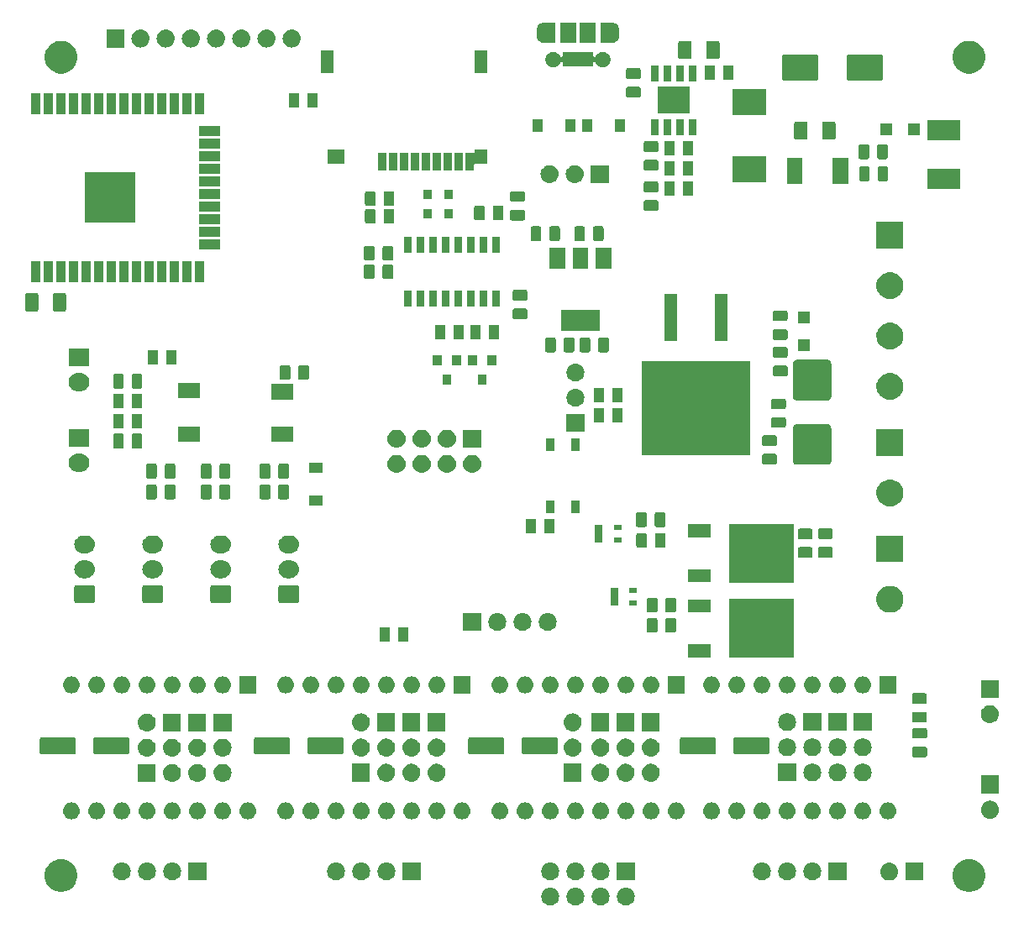
<source format=gts>
G04 #@! TF.GenerationSoftware,KiCad,Pcbnew,5.0.2-bee76a0~70~ubuntu18.04.1*
G04 #@! TF.CreationDate,2019-10-06T12:17:10+09:00*
G04 #@! TF.ProjectId,MRR_ESPA,4d52525f-4553-4504-912e-6b696361645f,v1.3*
G04 #@! TF.SameCoordinates,Original*
G04 #@! TF.FileFunction,Soldermask,Top*
G04 #@! TF.FilePolarity,Negative*
%FSLAX46Y46*%
G04 Gerber Fmt 4.6, Leading zero omitted, Abs format (unit mm)*
G04 Created by KiCad (PCBNEW 5.0.2-bee76a0~70~ubuntu18.04.1) date Sun 06 Oct 2019 12:17:10 PM JST*
%MOMM*%
%LPD*%
G01*
G04 APERTURE LIST*
%ADD10C,0.100000*%
G04 APERTURE END LIST*
D10*
G36*
X106028443Y-133725519D02*
X106094627Y-133732037D01*
X106207853Y-133766384D01*
X106264467Y-133783557D01*
X106403087Y-133857652D01*
X106420991Y-133867222D01*
X106456729Y-133896552D01*
X106558186Y-133979814D01*
X106641448Y-134081271D01*
X106670778Y-134117009D01*
X106670779Y-134117011D01*
X106754443Y-134273533D01*
X106754443Y-134273534D01*
X106805963Y-134443373D01*
X106823359Y-134620000D01*
X106805963Y-134796627D01*
X106771616Y-134909853D01*
X106754443Y-134966467D01*
X106680348Y-135105087D01*
X106670778Y-135122991D01*
X106641448Y-135158729D01*
X106558186Y-135260186D01*
X106456729Y-135343448D01*
X106420991Y-135372778D01*
X106420989Y-135372779D01*
X106264467Y-135456443D01*
X106207853Y-135473616D01*
X106094627Y-135507963D01*
X106028443Y-135514481D01*
X105962260Y-135521000D01*
X105873740Y-135521000D01*
X105807557Y-135514481D01*
X105741373Y-135507963D01*
X105628147Y-135473616D01*
X105571533Y-135456443D01*
X105415011Y-135372779D01*
X105415009Y-135372778D01*
X105379271Y-135343448D01*
X105277814Y-135260186D01*
X105194552Y-135158729D01*
X105165222Y-135122991D01*
X105155652Y-135105087D01*
X105081557Y-134966467D01*
X105064384Y-134909853D01*
X105030037Y-134796627D01*
X105012641Y-134620000D01*
X105030037Y-134443373D01*
X105081557Y-134273534D01*
X105081557Y-134273533D01*
X105165221Y-134117011D01*
X105165222Y-134117009D01*
X105194552Y-134081271D01*
X105277814Y-133979814D01*
X105379271Y-133896552D01*
X105415009Y-133867222D01*
X105432913Y-133857652D01*
X105571533Y-133783557D01*
X105628147Y-133766384D01*
X105741373Y-133732037D01*
X105807557Y-133725519D01*
X105873740Y-133719000D01*
X105962260Y-133719000D01*
X106028443Y-133725519D01*
X106028443Y-133725519D01*
G37*
G36*
X103488443Y-133725519D02*
X103554627Y-133732037D01*
X103667853Y-133766384D01*
X103724467Y-133783557D01*
X103863087Y-133857652D01*
X103880991Y-133867222D01*
X103916729Y-133896552D01*
X104018186Y-133979814D01*
X104101448Y-134081271D01*
X104130778Y-134117009D01*
X104130779Y-134117011D01*
X104214443Y-134273533D01*
X104214443Y-134273534D01*
X104265963Y-134443373D01*
X104283359Y-134620000D01*
X104265963Y-134796627D01*
X104231616Y-134909853D01*
X104214443Y-134966467D01*
X104140348Y-135105087D01*
X104130778Y-135122991D01*
X104101448Y-135158729D01*
X104018186Y-135260186D01*
X103916729Y-135343448D01*
X103880991Y-135372778D01*
X103880989Y-135372779D01*
X103724467Y-135456443D01*
X103667853Y-135473616D01*
X103554627Y-135507963D01*
X103488443Y-135514481D01*
X103422260Y-135521000D01*
X103333740Y-135521000D01*
X103267557Y-135514481D01*
X103201373Y-135507963D01*
X103088147Y-135473616D01*
X103031533Y-135456443D01*
X102875011Y-135372779D01*
X102875009Y-135372778D01*
X102839271Y-135343448D01*
X102737814Y-135260186D01*
X102654552Y-135158729D01*
X102625222Y-135122991D01*
X102615652Y-135105087D01*
X102541557Y-134966467D01*
X102524384Y-134909853D01*
X102490037Y-134796627D01*
X102472641Y-134620000D01*
X102490037Y-134443373D01*
X102541557Y-134273534D01*
X102541557Y-134273533D01*
X102625221Y-134117011D01*
X102625222Y-134117009D01*
X102654552Y-134081271D01*
X102737814Y-133979814D01*
X102839271Y-133896552D01*
X102875009Y-133867222D01*
X102892913Y-133857652D01*
X103031533Y-133783557D01*
X103088147Y-133766384D01*
X103201373Y-133732037D01*
X103267557Y-133725519D01*
X103333740Y-133719000D01*
X103422260Y-133719000D01*
X103488443Y-133725519D01*
X103488443Y-133725519D01*
G37*
G36*
X98408443Y-133725519D02*
X98474627Y-133732037D01*
X98587853Y-133766384D01*
X98644467Y-133783557D01*
X98783087Y-133857652D01*
X98800991Y-133867222D01*
X98836729Y-133896552D01*
X98938186Y-133979814D01*
X99021448Y-134081271D01*
X99050778Y-134117009D01*
X99050779Y-134117011D01*
X99134443Y-134273533D01*
X99134443Y-134273534D01*
X99185963Y-134443373D01*
X99203359Y-134620000D01*
X99185963Y-134796627D01*
X99151616Y-134909853D01*
X99134443Y-134966467D01*
X99060348Y-135105087D01*
X99050778Y-135122991D01*
X99021448Y-135158729D01*
X98938186Y-135260186D01*
X98836729Y-135343448D01*
X98800991Y-135372778D01*
X98800989Y-135372779D01*
X98644467Y-135456443D01*
X98587853Y-135473616D01*
X98474627Y-135507963D01*
X98408443Y-135514481D01*
X98342260Y-135521000D01*
X98253740Y-135521000D01*
X98187557Y-135514481D01*
X98121373Y-135507963D01*
X98008147Y-135473616D01*
X97951533Y-135456443D01*
X97795011Y-135372779D01*
X97795009Y-135372778D01*
X97759271Y-135343448D01*
X97657814Y-135260186D01*
X97574552Y-135158729D01*
X97545222Y-135122991D01*
X97535652Y-135105087D01*
X97461557Y-134966467D01*
X97444384Y-134909853D01*
X97410037Y-134796627D01*
X97392641Y-134620000D01*
X97410037Y-134443373D01*
X97461557Y-134273534D01*
X97461557Y-134273533D01*
X97545221Y-134117011D01*
X97545222Y-134117009D01*
X97574552Y-134081271D01*
X97657814Y-133979814D01*
X97759271Y-133896552D01*
X97795009Y-133867222D01*
X97812913Y-133857652D01*
X97951533Y-133783557D01*
X98008147Y-133766384D01*
X98121373Y-133732037D01*
X98187557Y-133725519D01*
X98253740Y-133719000D01*
X98342260Y-133719000D01*
X98408443Y-133725519D01*
X98408443Y-133725519D01*
G37*
G36*
X100948443Y-133725519D02*
X101014627Y-133732037D01*
X101127853Y-133766384D01*
X101184467Y-133783557D01*
X101323087Y-133857652D01*
X101340991Y-133867222D01*
X101376729Y-133896552D01*
X101478186Y-133979814D01*
X101561448Y-134081271D01*
X101590778Y-134117009D01*
X101590779Y-134117011D01*
X101674443Y-134273533D01*
X101674443Y-134273534D01*
X101725963Y-134443373D01*
X101743359Y-134620000D01*
X101725963Y-134796627D01*
X101691616Y-134909853D01*
X101674443Y-134966467D01*
X101600348Y-135105087D01*
X101590778Y-135122991D01*
X101561448Y-135158729D01*
X101478186Y-135260186D01*
X101376729Y-135343448D01*
X101340991Y-135372778D01*
X101340989Y-135372779D01*
X101184467Y-135456443D01*
X101127853Y-135473616D01*
X101014627Y-135507963D01*
X100948443Y-135514481D01*
X100882260Y-135521000D01*
X100793740Y-135521000D01*
X100727557Y-135514481D01*
X100661373Y-135507963D01*
X100548147Y-135473616D01*
X100491533Y-135456443D01*
X100335011Y-135372779D01*
X100335009Y-135372778D01*
X100299271Y-135343448D01*
X100197814Y-135260186D01*
X100114552Y-135158729D01*
X100085222Y-135122991D01*
X100075652Y-135105087D01*
X100001557Y-134966467D01*
X99984384Y-134909853D01*
X99950037Y-134796627D01*
X99932641Y-134620000D01*
X99950037Y-134443373D01*
X100001557Y-134273534D01*
X100001557Y-134273533D01*
X100085221Y-134117011D01*
X100085222Y-134117009D01*
X100114552Y-134081271D01*
X100197814Y-133979814D01*
X100299271Y-133896552D01*
X100335009Y-133867222D01*
X100352913Y-133857652D01*
X100491533Y-133783557D01*
X100548147Y-133766384D01*
X100661373Y-133732037D01*
X100727557Y-133725519D01*
X100793740Y-133719000D01*
X100882260Y-133719000D01*
X100948443Y-133725519D01*
X100948443Y-133725519D01*
G37*
G36*
X49375256Y-130891298D02*
X49481579Y-130912447D01*
X49782042Y-131036903D01*
X49994705Y-131179000D01*
X50052454Y-131217587D01*
X50282413Y-131447546D01*
X50282415Y-131447549D01*
X50382283Y-131597011D01*
X50463098Y-131717960D01*
X50469549Y-131733534D01*
X50548184Y-131923375D01*
X50587553Y-132018422D01*
X50651000Y-132337389D01*
X50651000Y-132662611D01*
X50635569Y-132740185D01*
X50587553Y-132981579D01*
X50499550Y-133194037D01*
X50463098Y-133282040D01*
X50282413Y-133552454D01*
X50052454Y-133782413D01*
X50052451Y-133782415D01*
X49782042Y-133963097D01*
X49481579Y-134087553D01*
X49375256Y-134108702D01*
X49162611Y-134151000D01*
X48837389Y-134151000D01*
X48624744Y-134108702D01*
X48518421Y-134087553D01*
X48217958Y-133963097D01*
X47947549Y-133782415D01*
X47947546Y-133782413D01*
X47717587Y-133552454D01*
X47536902Y-133282040D01*
X47500450Y-133194037D01*
X47412447Y-132981579D01*
X47364431Y-132740185D01*
X47349000Y-132662611D01*
X47349000Y-132337389D01*
X47412447Y-132018422D01*
X47451817Y-131923375D01*
X47530451Y-131733534D01*
X47536902Y-131717960D01*
X47617718Y-131597011D01*
X47717585Y-131447549D01*
X47717587Y-131447546D01*
X47947546Y-131217587D01*
X48005295Y-131179000D01*
X48217958Y-131036903D01*
X48518421Y-130912447D01*
X48624744Y-130891298D01*
X48837389Y-130849000D01*
X49162611Y-130849000D01*
X49375256Y-130891298D01*
X49375256Y-130891298D01*
G37*
G36*
X140875256Y-130891298D02*
X140981579Y-130912447D01*
X141282042Y-131036903D01*
X141494705Y-131179000D01*
X141552454Y-131217587D01*
X141782413Y-131447546D01*
X141782415Y-131447549D01*
X141882283Y-131597011D01*
X141963098Y-131717960D01*
X141969549Y-131733534D01*
X142048184Y-131923375D01*
X142087553Y-132018422D01*
X142151000Y-132337389D01*
X142151000Y-132662611D01*
X142135569Y-132740185D01*
X142087553Y-132981579D01*
X141999550Y-133194037D01*
X141963098Y-133282040D01*
X141782413Y-133552454D01*
X141552454Y-133782413D01*
X141552451Y-133782415D01*
X141282042Y-133963097D01*
X140981579Y-134087553D01*
X140875256Y-134108702D01*
X140662611Y-134151000D01*
X140337389Y-134151000D01*
X140124744Y-134108702D01*
X140018421Y-134087553D01*
X139717958Y-133963097D01*
X139447549Y-133782415D01*
X139447546Y-133782413D01*
X139217587Y-133552454D01*
X139036902Y-133282040D01*
X139000450Y-133194037D01*
X138912447Y-132981579D01*
X138864431Y-132740185D01*
X138849000Y-132662611D01*
X138849000Y-132337389D01*
X138912447Y-132018422D01*
X138951817Y-131923375D01*
X139030451Y-131733534D01*
X139036902Y-131717960D01*
X139117718Y-131597011D01*
X139217585Y-131447549D01*
X139217587Y-131447546D01*
X139447546Y-131217587D01*
X139505295Y-131179000D01*
X139717958Y-131036903D01*
X140018421Y-130912447D01*
X140124744Y-130891298D01*
X140337389Y-130849000D01*
X140662611Y-130849000D01*
X140875256Y-130891298D01*
X140875256Y-130891298D01*
G37*
G36*
X132570443Y-131205519D02*
X132636627Y-131212037D01*
X132740535Y-131243557D01*
X132806467Y-131263557D01*
X132925572Y-131327221D01*
X132962991Y-131347222D01*
X132998729Y-131376552D01*
X133100186Y-131459814D01*
X133183448Y-131561271D01*
X133212778Y-131597009D01*
X133212779Y-131597011D01*
X133296443Y-131753533D01*
X133296443Y-131753534D01*
X133347963Y-131923373D01*
X133365359Y-132100000D01*
X133347963Y-132276627D01*
X133329531Y-132337389D01*
X133296443Y-132446467D01*
X133223469Y-132582989D01*
X133212778Y-132602991D01*
X133183448Y-132638729D01*
X133100186Y-132740186D01*
X132998729Y-132823448D01*
X132962991Y-132852778D01*
X132962989Y-132852779D01*
X132806467Y-132936443D01*
X132749853Y-132953616D01*
X132636627Y-132987963D01*
X132570443Y-132994481D01*
X132504260Y-133001000D01*
X132415740Y-133001000D01*
X132349557Y-132994481D01*
X132283373Y-132987963D01*
X132170147Y-132953616D01*
X132113533Y-132936443D01*
X131957011Y-132852779D01*
X131957009Y-132852778D01*
X131921271Y-132823448D01*
X131819814Y-132740186D01*
X131736552Y-132638729D01*
X131707222Y-132602991D01*
X131696531Y-132582989D01*
X131623557Y-132446467D01*
X131590469Y-132337389D01*
X131572037Y-132276627D01*
X131554641Y-132100000D01*
X131572037Y-131923373D01*
X131623557Y-131753534D01*
X131623557Y-131753533D01*
X131707221Y-131597011D01*
X131707222Y-131597009D01*
X131736552Y-131561271D01*
X131819814Y-131459814D01*
X131921271Y-131376552D01*
X131957009Y-131347222D01*
X131994428Y-131327221D01*
X132113533Y-131263557D01*
X132179465Y-131243557D01*
X132283373Y-131212037D01*
X132349557Y-131205519D01*
X132415740Y-131199000D01*
X132504260Y-131199000D01*
X132570443Y-131205519D01*
X132570443Y-131205519D01*
G37*
G36*
X135901000Y-133001000D02*
X134099000Y-133001000D01*
X134099000Y-131199000D01*
X135901000Y-131199000D01*
X135901000Y-133001000D01*
X135901000Y-133001000D01*
G37*
G36*
X128155000Y-132981000D02*
X126353000Y-132981000D01*
X126353000Y-131179000D01*
X128155000Y-131179000D01*
X128155000Y-132981000D01*
X128155000Y-132981000D01*
G37*
G36*
X63639000Y-132981000D02*
X61837000Y-132981000D01*
X61837000Y-131179000D01*
X63639000Y-131179000D01*
X63639000Y-132981000D01*
X63639000Y-132981000D01*
G37*
G36*
X76818442Y-131185518D02*
X76884627Y-131192037D01*
X76968854Y-131217587D01*
X77054467Y-131243557D01*
X77193087Y-131317652D01*
X77210991Y-131327222D01*
X77235361Y-131347222D01*
X77348186Y-131439814D01*
X77431448Y-131541271D01*
X77460778Y-131577009D01*
X77460779Y-131577011D01*
X77544443Y-131733533D01*
X77544443Y-131733534D01*
X77595963Y-131903373D01*
X77613359Y-132080000D01*
X77595963Y-132256627D01*
X77561616Y-132369853D01*
X77544443Y-132426467D01*
X77470348Y-132565087D01*
X77460778Y-132582991D01*
X77444366Y-132602989D01*
X77348186Y-132720186D01*
X77246729Y-132803448D01*
X77210991Y-132832778D01*
X77210989Y-132832779D01*
X77054467Y-132916443D01*
X76997853Y-132933616D01*
X76884627Y-132967963D01*
X76818443Y-132974481D01*
X76752260Y-132981000D01*
X76663740Y-132981000D01*
X76597557Y-132974481D01*
X76531373Y-132967963D01*
X76418147Y-132933616D01*
X76361533Y-132916443D01*
X76205011Y-132832779D01*
X76205009Y-132832778D01*
X76169271Y-132803448D01*
X76067814Y-132720186D01*
X75971634Y-132602989D01*
X75955222Y-132582991D01*
X75945652Y-132565087D01*
X75871557Y-132426467D01*
X75854384Y-132369853D01*
X75820037Y-132256627D01*
X75802641Y-132080000D01*
X75820037Y-131903373D01*
X75871557Y-131733534D01*
X75871557Y-131733533D01*
X75955221Y-131577011D01*
X75955222Y-131577009D01*
X75984552Y-131541271D01*
X76067814Y-131439814D01*
X76180639Y-131347222D01*
X76205009Y-131327222D01*
X76222913Y-131317652D01*
X76361533Y-131243557D01*
X76447146Y-131217587D01*
X76531373Y-131192037D01*
X76597558Y-131185518D01*
X76663740Y-131179000D01*
X76752260Y-131179000D01*
X76818442Y-131185518D01*
X76818442Y-131185518D01*
G37*
G36*
X79358442Y-131185518D02*
X79424627Y-131192037D01*
X79508854Y-131217587D01*
X79594467Y-131243557D01*
X79733087Y-131317652D01*
X79750991Y-131327222D01*
X79775361Y-131347222D01*
X79888186Y-131439814D01*
X79971448Y-131541271D01*
X80000778Y-131577009D01*
X80000779Y-131577011D01*
X80084443Y-131733533D01*
X80084443Y-131733534D01*
X80135963Y-131903373D01*
X80153359Y-132080000D01*
X80135963Y-132256627D01*
X80101616Y-132369853D01*
X80084443Y-132426467D01*
X80010348Y-132565087D01*
X80000778Y-132582991D01*
X79984366Y-132602989D01*
X79888186Y-132720186D01*
X79786729Y-132803448D01*
X79750991Y-132832778D01*
X79750989Y-132832779D01*
X79594467Y-132916443D01*
X79537853Y-132933616D01*
X79424627Y-132967963D01*
X79358443Y-132974481D01*
X79292260Y-132981000D01*
X79203740Y-132981000D01*
X79137557Y-132974481D01*
X79071373Y-132967963D01*
X78958147Y-132933616D01*
X78901533Y-132916443D01*
X78745011Y-132832779D01*
X78745009Y-132832778D01*
X78709271Y-132803448D01*
X78607814Y-132720186D01*
X78511634Y-132602989D01*
X78495222Y-132582991D01*
X78485652Y-132565087D01*
X78411557Y-132426467D01*
X78394384Y-132369853D01*
X78360037Y-132256627D01*
X78342641Y-132080000D01*
X78360037Y-131903373D01*
X78411557Y-131733534D01*
X78411557Y-131733533D01*
X78495221Y-131577011D01*
X78495222Y-131577009D01*
X78524552Y-131541271D01*
X78607814Y-131439814D01*
X78720639Y-131347222D01*
X78745009Y-131327222D01*
X78762913Y-131317652D01*
X78901533Y-131243557D01*
X78987146Y-131217587D01*
X79071373Y-131192037D01*
X79137558Y-131185518D01*
X79203740Y-131179000D01*
X79292260Y-131179000D01*
X79358442Y-131185518D01*
X79358442Y-131185518D01*
G37*
G36*
X81898442Y-131185518D02*
X81964627Y-131192037D01*
X82048854Y-131217587D01*
X82134467Y-131243557D01*
X82273087Y-131317652D01*
X82290991Y-131327222D01*
X82315361Y-131347222D01*
X82428186Y-131439814D01*
X82511448Y-131541271D01*
X82540778Y-131577009D01*
X82540779Y-131577011D01*
X82624443Y-131733533D01*
X82624443Y-131733534D01*
X82675963Y-131903373D01*
X82693359Y-132080000D01*
X82675963Y-132256627D01*
X82641616Y-132369853D01*
X82624443Y-132426467D01*
X82550348Y-132565087D01*
X82540778Y-132582991D01*
X82524366Y-132602989D01*
X82428186Y-132720186D01*
X82326729Y-132803448D01*
X82290991Y-132832778D01*
X82290989Y-132832779D01*
X82134467Y-132916443D01*
X82077853Y-132933616D01*
X81964627Y-132967963D01*
X81898443Y-132974481D01*
X81832260Y-132981000D01*
X81743740Y-132981000D01*
X81677557Y-132974481D01*
X81611373Y-132967963D01*
X81498147Y-132933616D01*
X81441533Y-132916443D01*
X81285011Y-132832779D01*
X81285009Y-132832778D01*
X81249271Y-132803448D01*
X81147814Y-132720186D01*
X81051634Y-132602989D01*
X81035222Y-132582991D01*
X81025652Y-132565087D01*
X80951557Y-132426467D01*
X80934384Y-132369853D01*
X80900037Y-132256627D01*
X80882641Y-132080000D01*
X80900037Y-131903373D01*
X80951557Y-131733534D01*
X80951557Y-131733533D01*
X81035221Y-131577011D01*
X81035222Y-131577009D01*
X81064552Y-131541271D01*
X81147814Y-131439814D01*
X81260639Y-131347222D01*
X81285009Y-131327222D01*
X81302913Y-131317652D01*
X81441533Y-131243557D01*
X81527146Y-131217587D01*
X81611373Y-131192037D01*
X81677558Y-131185518D01*
X81743740Y-131179000D01*
X81832260Y-131179000D01*
X81898442Y-131185518D01*
X81898442Y-131185518D01*
G37*
G36*
X85229000Y-132981000D02*
X83427000Y-132981000D01*
X83427000Y-131179000D01*
X85229000Y-131179000D01*
X85229000Y-132981000D01*
X85229000Y-132981000D01*
G37*
G36*
X119744442Y-131185518D02*
X119810627Y-131192037D01*
X119894854Y-131217587D01*
X119980467Y-131243557D01*
X120119087Y-131317652D01*
X120136991Y-131327222D01*
X120161361Y-131347222D01*
X120274186Y-131439814D01*
X120357448Y-131541271D01*
X120386778Y-131577009D01*
X120386779Y-131577011D01*
X120470443Y-131733533D01*
X120470443Y-131733534D01*
X120521963Y-131903373D01*
X120539359Y-132080000D01*
X120521963Y-132256627D01*
X120487616Y-132369853D01*
X120470443Y-132426467D01*
X120396348Y-132565087D01*
X120386778Y-132582991D01*
X120370366Y-132602989D01*
X120274186Y-132720186D01*
X120172729Y-132803448D01*
X120136991Y-132832778D01*
X120136989Y-132832779D01*
X119980467Y-132916443D01*
X119923853Y-132933616D01*
X119810627Y-132967963D01*
X119744443Y-132974481D01*
X119678260Y-132981000D01*
X119589740Y-132981000D01*
X119523557Y-132974481D01*
X119457373Y-132967963D01*
X119344147Y-132933616D01*
X119287533Y-132916443D01*
X119131011Y-132832779D01*
X119131009Y-132832778D01*
X119095271Y-132803448D01*
X118993814Y-132720186D01*
X118897634Y-132602989D01*
X118881222Y-132582991D01*
X118871652Y-132565087D01*
X118797557Y-132426467D01*
X118780384Y-132369853D01*
X118746037Y-132256627D01*
X118728641Y-132080000D01*
X118746037Y-131903373D01*
X118797557Y-131733534D01*
X118797557Y-131733533D01*
X118881221Y-131577011D01*
X118881222Y-131577009D01*
X118910552Y-131541271D01*
X118993814Y-131439814D01*
X119106639Y-131347222D01*
X119131009Y-131327222D01*
X119148913Y-131317652D01*
X119287533Y-131243557D01*
X119373146Y-131217587D01*
X119457373Y-131192037D01*
X119523558Y-131185518D01*
X119589740Y-131179000D01*
X119678260Y-131179000D01*
X119744442Y-131185518D01*
X119744442Y-131185518D01*
G37*
G36*
X122284442Y-131185518D02*
X122350627Y-131192037D01*
X122434854Y-131217587D01*
X122520467Y-131243557D01*
X122659087Y-131317652D01*
X122676991Y-131327222D01*
X122701361Y-131347222D01*
X122814186Y-131439814D01*
X122897448Y-131541271D01*
X122926778Y-131577009D01*
X122926779Y-131577011D01*
X123010443Y-131733533D01*
X123010443Y-131733534D01*
X123061963Y-131903373D01*
X123079359Y-132080000D01*
X123061963Y-132256627D01*
X123027616Y-132369853D01*
X123010443Y-132426467D01*
X122936348Y-132565087D01*
X122926778Y-132582991D01*
X122910366Y-132602989D01*
X122814186Y-132720186D01*
X122712729Y-132803448D01*
X122676991Y-132832778D01*
X122676989Y-132832779D01*
X122520467Y-132916443D01*
X122463853Y-132933616D01*
X122350627Y-132967963D01*
X122284443Y-132974481D01*
X122218260Y-132981000D01*
X122129740Y-132981000D01*
X122063557Y-132974481D01*
X121997373Y-132967963D01*
X121884147Y-132933616D01*
X121827533Y-132916443D01*
X121671011Y-132832779D01*
X121671009Y-132832778D01*
X121635271Y-132803448D01*
X121533814Y-132720186D01*
X121437634Y-132602989D01*
X121421222Y-132582991D01*
X121411652Y-132565087D01*
X121337557Y-132426467D01*
X121320384Y-132369853D01*
X121286037Y-132256627D01*
X121268641Y-132080000D01*
X121286037Y-131903373D01*
X121337557Y-131733534D01*
X121337557Y-131733533D01*
X121421221Y-131577011D01*
X121421222Y-131577009D01*
X121450552Y-131541271D01*
X121533814Y-131439814D01*
X121646639Y-131347222D01*
X121671009Y-131327222D01*
X121688913Y-131317652D01*
X121827533Y-131243557D01*
X121913146Y-131217587D01*
X121997373Y-131192037D01*
X122063558Y-131185518D01*
X122129740Y-131179000D01*
X122218260Y-131179000D01*
X122284442Y-131185518D01*
X122284442Y-131185518D01*
G37*
G36*
X60308442Y-131185518D02*
X60374627Y-131192037D01*
X60458854Y-131217587D01*
X60544467Y-131243557D01*
X60683087Y-131317652D01*
X60700991Y-131327222D01*
X60725361Y-131347222D01*
X60838186Y-131439814D01*
X60921448Y-131541271D01*
X60950778Y-131577009D01*
X60950779Y-131577011D01*
X61034443Y-131733533D01*
X61034443Y-131733534D01*
X61085963Y-131903373D01*
X61103359Y-132080000D01*
X61085963Y-132256627D01*
X61051616Y-132369853D01*
X61034443Y-132426467D01*
X60960348Y-132565087D01*
X60950778Y-132582991D01*
X60934366Y-132602989D01*
X60838186Y-132720186D01*
X60736729Y-132803448D01*
X60700991Y-132832778D01*
X60700989Y-132832779D01*
X60544467Y-132916443D01*
X60487853Y-132933616D01*
X60374627Y-132967963D01*
X60308443Y-132974481D01*
X60242260Y-132981000D01*
X60153740Y-132981000D01*
X60087557Y-132974481D01*
X60021373Y-132967963D01*
X59908147Y-132933616D01*
X59851533Y-132916443D01*
X59695011Y-132832779D01*
X59695009Y-132832778D01*
X59659271Y-132803448D01*
X59557814Y-132720186D01*
X59461634Y-132602989D01*
X59445222Y-132582991D01*
X59435652Y-132565087D01*
X59361557Y-132426467D01*
X59344384Y-132369853D01*
X59310037Y-132256627D01*
X59292641Y-132080000D01*
X59310037Y-131903373D01*
X59361557Y-131733534D01*
X59361557Y-131733533D01*
X59445221Y-131577011D01*
X59445222Y-131577009D01*
X59474552Y-131541271D01*
X59557814Y-131439814D01*
X59670639Y-131347222D01*
X59695009Y-131327222D01*
X59712913Y-131317652D01*
X59851533Y-131243557D01*
X59937146Y-131217587D01*
X60021373Y-131192037D01*
X60087558Y-131185518D01*
X60153740Y-131179000D01*
X60242260Y-131179000D01*
X60308442Y-131185518D01*
X60308442Y-131185518D01*
G37*
G36*
X106819000Y-132981000D02*
X105017000Y-132981000D01*
X105017000Y-131179000D01*
X106819000Y-131179000D01*
X106819000Y-132981000D01*
X106819000Y-132981000D01*
G37*
G36*
X57768442Y-131185518D02*
X57834627Y-131192037D01*
X57918854Y-131217587D01*
X58004467Y-131243557D01*
X58143087Y-131317652D01*
X58160991Y-131327222D01*
X58185361Y-131347222D01*
X58298186Y-131439814D01*
X58381448Y-131541271D01*
X58410778Y-131577009D01*
X58410779Y-131577011D01*
X58494443Y-131733533D01*
X58494443Y-131733534D01*
X58545963Y-131903373D01*
X58563359Y-132080000D01*
X58545963Y-132256627D01*
X58511616Y-132369853D01*
X58494443Y-132426467D01*
X58420348Y-132565087D01*
X58410778Y-132582991D01*
X58394366Y-132602989D01*
X58298186Y-132720186D01*
X58196729Y-132803448D01*
X58160991Y-132832778D01*
X58160989Y-132832779D01*
X58004467Y-132916443D01*
X57947853Y-132933616D01*
X57834627Y-132967963D01*
X57768443Y-132974481D01*
X57702260Y-132981000D01*
X57613740Y-132981000D01*
X57547557Y-132974481D01*
X57481373Y-132967963D01*
X57368147Y-132933616D01*
X57311533Y-132916443D01*
X57155011Y-132832779D01*
X57155009Y-132832778D01*
X57119271Y-132803448D01*
X57017814Y-132720186D01*
X56921634Y-132602989D01*
X56905222Y-132582991D01*
X56895652Y-132565087D01*
X56821557Y-132426467D01*
X56804384Y-132369853D01*
X56770037Y-132256627D01*
X56752641Y-132080000D01*
X56770037Y-131903373D01*
X56821557Y-131733534D01*
X56821557Y-131733533D01*
X56905221Y-131577011D01*
X56905222Y-131577009D01*
X56934552Y-131541271D01*
X57017814Y-131439814D01*
X57130639Y-131347222D01*
X57155009Y-131327222D01*
X57172913Y-131317652D01*
X57311533Y-131243557D01*
X57397146Y-131217587D01*
X57481373Y-131192037D01*
X57547558Y-131185518D01*
X57613740Y-131179000D01*
X57702260Y-131179000D01*
X57768442Y-131185518D01*
X57768442Y-131185518D01*
G37*
G36*
X103488442Y-131185518D02*
X103554627Y-131192037D01*
X103638854Y-131217587D01*
X103724467Y-131243557D01*
X103863087Y-131317652D01*
X103880991Y-131327222D01*
X103905361Y-131347222D01*
X104018186Y-131439814D01*
X104101448Y-131541271D01*
X104130778Y-131577009D01*
X104130779Y-131577011D01*
X104214443Y-131733533D01*
X104214443Y-131733534D01*
X104265963Y-131903373D01*
X104283359Y-132080000D01*
X104265963Y-132256627D01*
X104231616Y-132369853D01*
X104214443Y-132426467D01*
X104140348Y-132565087D01*
X104130778Y-132582991D01*
X104114366Y-132602989D01*
X104018186Y-132720186D01*
X103916729Y-132803448D01*
X103880991Y-132832778D01*
X103880989Y-132832779D01*
X103724467Y-132916443D01*
X103667853Y-132933616D01*
X103554627Y-132967963D01*
X103488443Y-132974481D01*
X103422260Y-132981000D01*
X103333740Y-132981000D01*
X103267557Y-132974481D01*
X103201373Y-132967963D01*
X103088147Y-132933616D01*
X103031533Y-132916443D01*
X102875011Y-132832779D01*
X102875009Y-132832778D01*
X102839271Y-132803448D01*
X102737814Y-132720186D01*
X102641634Y-132602989D01*
X102625222Y-132582991D01*
X102615652Y-132565087D01*
X102541557Y-132426467D01*
X102524384Y-132369853D01*
X102490037Y-132256627D01*
X102472641Y-132080000D01*
X102490037Y-131903373D01*
X102541557Y-131733534D01*
X102541557Y-131733533D01*
X102625221Y-131577011D01*
X102625222Y-131577009D01*
X102654552Y-131541271D01*
X102737814Y-131439814D01*
X102850639Y-131347222D01*
X102875009Y-131327222D01*
X102892913Y-131317652D01*
X103031533Y-131243557D01*
X103117146Y-131217587D01*
X103201373Y-131192037D01*
X103267558Y-131185518D01*
X103333740Y-131179000D01*
X103422260Y-131179000D01*
X103488442Y-131185518D01*
X103488442Y-131185518D01*
G37*
G36*
X55228442Y-131185518D02*
X55294627Y-131192037D01*
X55378854Y-131217587D01*
X55464467Y-131243557D01*
X55603087Y-131317652D01*
X55620991Y-131327222D01*
X55645361Y-131347222D01*
X55758186Y-131439814D01*
X55841448Y-131541271D01*
X55870778Y-131577009D01*
X55870779Y-131577011D01*
X55954443Y-131733533D01*
X55954443Y-131733534D01*
X56005963Y-131903373D01*
X56023359Y-132080000D01*
X56005963Y-132256627D01*
X55971616Y-132369853D01*
X55954443Y-132426467D01*
X55880348Y-132565087D01*
X55870778Y-132582991D01*
X55854366Y-132602989D01*
X55758186Y-132720186D01*
X55656729Y-132803448D01*
X55620991Y-132832778D01*
X55620989Y-132832779D01*
X55464467Y-132916443D01*
X55407853Y-132933616D01*
X55294627Y-132967963D01*
X55228443Y-132974481D01*
X55162260Y-132981000D01*
X55073740Y-132981000D01*
X55007557Y-132974481D01*
X54941373Y-132967963D01*
X54828147Y-132933616D01*
X54771533Y-132916443D01*
X54615011Y-132832779D01*
X54615009Y-132832778D01*
X54579271Y-132803448D01*
X54477814Y-132720186D01*
X54381634Y-132602989D01*
X54365222Y-132582991D01*
X54355652Y-132565087D01*
X54281557Y-132426467D01*
X54264384Y-132369853D01*
X54230037Y-132256627D01*
X54212641Y-132080000D01*
X54230037Y-131903373D01*
X54281557Y-131733534D01*
X54281557Y-131733533D01*
X54365221Y-131577011D01*
X54365222Y-131577009D01*
X54394552Y-131541271D01*
X54477814Y-131439814D01*
X54590639Y-131347222D01*
X54615009Y-131327222D01*
X54632913Y-131317652D01*
X54771533Y-131243557D01*
X54857146Y-131217587D01*
X54941373Y-131192037D01*
X55007558Y-131185518D01*
X55073740Y-131179000D01*
X55162260Y-131179000D01*
X55228442Y-131185518D01*
X55228442Y-131185518D01*
G37*
G36*
X98408442Y-131185518D02*
X98474627Y-131192037D01*
X98558854Y-131217587D01*
X98644467Y-131243557D01*
X98783087Y-131317652D01*
X98800991Y-131327222D01*
X98825361Y-131347222D01*
X98938186Y-131439814D01*
X99021448Y-131541271D01*
X99050778Y-131577009D01*
X99050779Y-131577011D01*
X99134443Y-131733533D01*
X99134443Y-131733534D01*
X99185963Y-131903373D01*
X99203359Y-132080000D01*
X99185963Y-132256627D01*
X99151616Y-132369853D01*
X99134443Y-132426467D01*
X99060348Y-132565087D01*
X99050778Y-132582991D01*
X99034366Y-132602989D01*
X98938186Y-132720186D01*
X98836729Y-132803448D01*
X98800991Y-132832778D01*
X98800989Y-132832779D01*
X98644467Y-132916443D01*
X98587853Y-132933616D01*
X98474627Y-132967963D01*
X98408443Y-132974481D01*
X98342260Y-132981000D01*
X98253740Y-132981000D01*
X98187557Y-132974481D01*
X98121373Y-132967963D01*
X98008147Y-132933616D01*
X97951533Y-132916443D01*
X97795011Y-132832779D01*
X97795009Y-132832778D01*
X97759271Y-132803448D01*
X97657814Y-132720186D01*
X97561634Y-132602989D01*
X97545222Y-132582991D01*
X97535652Y-132565087D01*
X97461557Y-132426467D01*
X97444384Y-132369853D01*
X97410037Y-132256627D01*
X97392641Y-132080000D01*
X97410037Y-131903373D01*
X97461557Y-131733534D01*
X97461557Y-131733533D01*
X97545221Y-131577011D01*
X97545222Y-131577009D01*
X97574552Y-131541271D01*
X97657814Y-131439814D01*
X97770639Y-131347222D01*
X97795009Y-131327222D01*
X97812913Y-131317652D01*
X97951533Y-131243557D01*
X98037146Y-131217587D01*
X98121373Y-131192037D01*
X98187558Y-131185518D01*
X98253740Y-131179000D01*
X98342260Y-131179000D01*
X98408442Y-131185518D01*
X98408442Y-131185518D01*
G37*
G36*
X100948442Y-131185518D02*
X101014627Y-131192037D01*
X101098854Y-131217587D01*
X101184467Y-131243557D01*
X101323087Y-131317652D01*
X101340991Y-131327222D01*
X101365361Y-131347222D01*
X101478186Y-131439814D01*
X101561448Y-131541271D01*
X101590778Y-131577009D01*
X101590779Y-131577011D01*
X101674443Y-131733533D01*
X101674443Y-131733534D01*
X101725963Y-131903373D01*
X101743359Y-132080000D01*
X101725963Y-132256627D01*
X101691616Y-132369853D01*
X101674443Y-132426467D01*
X101600348Y-132565087D01*
X101590778Y-132582991D01*
X101574366Y-132602989D01*
X101478186Y-132720186D01*
X101376729Y-132803448D01*
X101340991Y-132832778D01*
X101340989Y-132832779D01*
X101184467Y-132916443D01*
X101127853Y-132933616D01*
X101014627Y-132967963D01*
X100948443Y-132974481D01*
X100882260Y-132981000D01*
X100793740Y-132981000D01*
X100727557Y-132974481D01*
X100661373Y-132967963D01*
X100548147Y-132933616D01*
X100491533Y-132916443D01*
X100335011Y-132832779D01*
X100335009Y-132832778D01*
X100299271Y-132803448D01*
X100197814Y-132720186D01*
X100101634Y-132602989D01*
X100085222Y-132582991D01*
X100075652Y-132565087D01*
X100001557Y-132426467D01*
X99984384Y-132369853D01*
X99950037Y-132256627D01*
X99932641Y-132080000D01*
X99950037Y-131903373D01*
X100001557Y-131733534D01*
X100001557Y-131733533D01*
X100085221Y-131577011D01*
X100085222Y-131577009D01*
X100114552Y-131541271D01*
X100197814Y-131439814D01*
X100310639Y-131347222D01*
X100335009Y-131327222D01*
X100352913Y-131317652D01*
X100491533Y-131243557D01*
X100577146Y-131217587D01*
X100661373Y-131192037D01*
X100727558Y-131185518D01*
X100793740Y-131179000D01*
X100882260Y-131179000D01*
X100948442Y-131185518D01*
X100948442Y-131185518D01*
G37*
G36*
X124824442Y-131185518D02*
X124890627Y-131192037D01*
X124974854Y-131217587D01*
X125060467Y-131243557D01*
X125199087Y-131317652D01*
X125216991Y-131327222D01*
X125241361Y-131347222D01*
X125354186Y-131439814D01*
X125437448Y-131541271D01*
X125466778Y-131577009D01*
X125466779Y-131577011D01*
X125550443Y-131733533D01*
X125550443Y-131733534D01*
X125601963Y-131903373D01*
X125619359Y-132080000D01*
X125601963Y-132256627D01*
X125567616Y-132369853D01*
X125550443Y-132426467D01*
X125476348Y-132565087D01*
X125466778Y-132582991D01*
X125450366Y-132602989D01*
X125354186Y-132720186D01*
X125252729Y-132803448D01*
X125216991Y-132832778D01*
X125216989Y-132832779D01*
X125060467Y-132916443D01*
X125003853Y-132933616D01*
X124890627Y-132967963D01*
X124824443Y-132974481D01*
X124758260Y-132981000D01*
X124669740Y-132981000D01*
X124603557Y-132974481D01*
X124537373Y-132967963D01*
X124424147Y-132933616D01*
X124367533Y-132916443D01*
X124211011Y-132832779D01*
X124211009Y-132832778D01*
X124175271Y-132803448D01*
X124073814Y-132720186D01*
X123977634Y-132602989D01*
X123961222Y-132582991D01*
X123951652Y-132565087D01*
X123877557Y-132426467D01*
X123860384Y-132369853D01*
X123826037Y-132256627D01*
X123808641Y-132080000D01*
X123826037Y-131903373D01*
X123877557Y-131733534D01*
X123877557Y-131733533D01*
X123961221Y-131577011D01*
X123961222Y-131577009D01*
X123990552Y-131541271D01*
X124073814Y-131439814D01*
X124186639Y-131347222D01*
X124211009Y-131327222D01*
X124228913Y-131317652D01*
X124367533Y-131243557D01*
X124453146Y-131217587D01*
X124537373Y-131192037D01*
X124603558Y-131185518D01*
X124669740Y-131179000D01*
X124758260Y-131179000D01*
X124824442Y-131185518D01*
X124824442Y-131185518D01*
G37*
G36*
X127420821Y-125145313D02*
X127420824Y-125145314D01*
X127420825Y-125145314D01*
X127581239Y-125193975D01*
X127581241Y-125193976D01*
X127581244Y-125193977D01*
X127729078Y-125272995D01*
X127858659Y-125379341D01*
X127965005Y-125508922D01*
X128044023Y-125656756D01*
X128092687Y-125817179D01*
X128109117Y-125984000D01*
X128092687Y-126150821D01*
X128092686Y-126150824D01*
X128092686Y-126150825D01*
X128074291Y-126211466D01*
X128044023Y-126311244D01*
X127965005Y-126459078D01*
X127858659Y-126588659D01*
X127729078Y-126695005D01*
X127581244Y-126774023D01*
X127581241Y-126774024D01*
X127581239Y-126774025D01*
X127420825Y-126822686D01*
X127420824Y-126822686D01*
X127420821Y-126822687D01*
X127295804Y-126835000D01*
X127212196Y-126835000D01*
X127087179Y-126822687D01*
X127087176Y-126822686D01*
X127087175Y-126822686D01*
X126926761Y-126774025D01*
X126926759Y-126774024D01*
X126926756Y-126774023D01*
X126778922Y-126695005D01*
X126649341Y-126588659D01*
X126542995Y-126459078D01*
X126463977Y-126311244D01*
X126433710Y-126211466D01*
X126415314Y-126150825D01*
X126415314Y-126150824D01*
X126415313Y-126150821D01*
X126398883Y-125984000D01*
X126415313Y-125817179D01*
X126463977Y-125656756D01*
X126542995Y-125508922D01*
X126649341Y-125379341D01*
X126778922Y-125272995D01*
X126926756Y-125193977D01*
X126926759Y-125193976D01*
X126926761Y-125193975D01*
X127087175Y-125145314D01*
X127087176Y-125145314D01*
X127087179Y-125145313D01*
X127212196Y-125133000D01*
X127295804Y-125133000D01*
X127420821Y-125145313D01*
X127420821Y-125145313D01*
G37*
G36*
X132500821Y-125145313D02*
X132500824Y-125145314D01*
X132500825Y-125145314D01*
X132661239Y-125193975D01*
X132661241Y-125193976D01*
X132661244Y-125193977D01*
X132809078Y-125272995D01*
X132938659Y-125379341D01*
X133045005Y-125508922D01*
X133124023Y-125656756D01*
X133172687Y-125817179D01*
X133189117Y-125984000D01*
X133172687Y-126150821D01*
X133172686Y-126150824D01*
X133172686Y-126150825D01*
X133154291Y-126211466D01*
X133124023Y-126311244D01*
X133045005Y-126459078D01*
X132938659Y-126588659D01*
X132809078Y-126695005D01*
X132661244Y-126774023D01*
X132661241Y-126774024D01*
X132661239Y-126774025D01*
X132500825Y-126822686D01*
X132500824Y-126822686D01*
X132500821Y-126822687D01*
X132375804Y-126835000D01*
X132292196Y-126835000D01*
X132167179Y-126822687D01*
X132167176Y-126822686D01*
X132167175Y-126822686D01*
X132006761Y-126774025D01*
X132006759Y-126774024D01*
X132006756Y-126774023D01*
X131858922Y-126695005D01*
X131729341Y-126588659D01*
X131622995Y-126459078D01*
X131543977Y-126311244D01*
X131513710Y-126211466D01*
X131495314Y-126150825D01*
X131495314Y-126150824D01*
X131495313Y-126150821D01*
X131478883Y-125984000D01*
X131495313Y-125817179D01*
X131543977Y-125656756D01*
X131622995Y-125508922D01*
X131729341Y-125379341D01*
X131858922Y-125272995D01*
X132006756Y-125193977D01*
X132006759Y-125193976D01*
X132006761Y-125193975D01*
X132167175Y-125145314D01*
X132167176Y-125145314D01*
X132167179Y-125145313D01*
X132292196Y-125133000D01*
X132375804Y-125133000D01*
X132500821Y-125145313D01*
X132500821Y-125145313D01*
G37*
G36*
X114720821Y-125145313D02*
X114720824Y-125145314D01*
X114720825Y-125145314D01*
X114881239Y-125193975D01*
X114881241Y-125193976D01*
X114881244Y-125193977D01*
X115029078Y-125272995D01*
X115158659Y-125379341D01*
X115265005Y-125508922D01*
X115344023Y-125656756D01*
X115392687Y-125817179D01*
X115409117Y-125984000D01*
X115392687Y-126150821D01*
X115392686Y-126150824D01*
X115392686Y-126150825D01*
X115374291Y-126211466D01*
X115344023Y-126311244D01*
X115265005Y-126459078D01*
X115158659Y-126588659D01*
X115029078Y-126695005D01*
X114881244Y-126774023D01*
X114881241Y-126774024D01*
X114881239Y-126774025D01*
X114720825Y-126822686D01*
X114720824Y-126822686D01*
X114720821Y-126822687D01*
X114595804Y-126835000D01*
X114512196Y-126835000D01*
X114387179Y-126822687D01*
X114387176Y-126822686D01*
X114387175Y-126822686D01*
X114226761Y-126774025D01*
X114226759Y-126774024D01*
X114226756Y-126774023D01*
X114078922Y-126695005D01*
X113949341Y-126588659D01*
X113842995Y-126459078D01*
X113763977Y-126311244D01*
X113733710Y-126211466D01*
X113715314Y-126150825D01*
X113715314Y-126150824D01*
X113715313Y-126150821D01*
X113698883Y-125984000D01*
X113715313Y-125817179D01*
X113763977Y-125656756D01*
X113842995Y-125508922D01*
X113949341Y-125379341D01*
X114078922Y-125272995D01*
X114226756Y-125193977D01*
X114226759Y-125193976D01*
X114226761Y-125193975D01*
X114387175Y-125145314D01*
X114387176Y-125145314D01*
X114387179Y-125145313D01*
X114512196Y-125133000D01*
X114595804Y-125133000D01*
X114720821Y-125145313D01*
X114720821Y-125145313D01*
G37*
G36*
X71794821Y-125145313D02*
X71794824Y-125145314D01*
X71794825Y-125145314D01*
X71955239Y-125193975D01*
X71955241Y-125193976D01*
X71955244Y-125193977D01*
X72103078Y-125272995D01*
X72232659Y-125379341D01*
X72339005Y-125508922D01*
X72418023Y-125656756D01*
X72466687Y-125817179D01*
X72483117Y-125984000D01*
X72466687Y-126150821D01*
X72466686Y-126150824D01*
X72466686Y-126150825D01*
X72448291Y-126211466D01*
X72418023Y-126311244D01*
X72339005Y-126459078D01*
X72232659Y-126588659D01*
X72103078Y-126695005D01*
X71955244Y-126774023D01*
X71955241Y-126774024D01*
X71955239Y-126774025D01*
X71794825Y-126822686D01*
X71794824Y-126822686D01*
X71794821Y-126822687D01*
X71669804Y-126835000D01*
X71586196Y-126835000D01*
X71461179Y-126822687D01*
X71461176Y-126822686D01*
X71461175Y-126822686D01*
X71300761Y-126774025D01*
X71300759Y-126774024D01*
X71300756Y-126774023D01*
X71152922Y-126695005D01*
X71023341Y-126588659D01*
X70916995Y-126459078D01*
X70837977Y-126311244D01*
X70807710Y-126211466D01*
X70789314Y-126150825D01*
X70789314Y-126150824D01*
X70789313Y-126150821D01*
X70772883Y-125984000D01*
X70789313Y-125817179D01*
X70837977Y-125656756D01*
X70916995Y-125508922D01*
X71023341Y-125379341D01*
X71152922Y-125272995D01*
X71300756Y-125193977D01*
X71300759Y-125193976D01*
X71300761Y-125193975D01*
X71461175Y-125145314D01*
X71461176Y-125145314D01*
X71461179Y-125145313D01*
X71586196Y-125133000D01*
X71669804Y-125133000D01*
X71794821Y-125145313D01*
X71794821Y-125145313D01*
G37*
G36*
X74334821Y-125145313D02*
X74334824Y-125145314D01*
X74334825Y-125145314D01*
X74495239Y-125193975D01*
X74495241Y-125193976D01*
X74495244Y-125193977D01*
X74643078Y-125272995D01*
X74772659Y-125379341D01*
X74879005Y-125508922D01*
X74958023Y-125656756D01*
X75006687Y-125817179D01*
X75023117Y-125984000D01*
X75006687Y-126150821D01*
X75006686Y-126150824D01*
X75006686Y-126150825D01*
X74988291Y-126211466D01*
X74958023Y-126311244D01*
X74879005Y-126459078D01*
X74772659Y-126588659D01*
X74643078Y-126695005D01*
X74495244Y-126774023D01*
X74495241Y-126774024D01*
X74495239Y-126774025D01*
X74334825Y-126822686D01*
X74334824Y-126822686D01*
X74334821Y-126822687D01*
X74209804Y-126835000D01*
X74126196Y-126835000D01*
X74001179Y-126822687D01*
X74001176Y-126822686D01*
X74001175Y-126822686D01*
X73840761Y-126774025D01*
X73840759Y-126774024D01*
X73840756Y-126774023D01*
X73692922Y-126695005D01*
X73563341Y-126588659D01*
X73456995Y-126459078D01*
X73377977Y-126311244D01*
X73347710Y-126211466D01*
X73329314Y-126150825D01*
X73329314Y-126150824D01*
X73329313Y-126150821D01*
X73312883Y-125984000D01*
X73329313Y-125817179D01*
X73377977Y-125656756D01*
X73456995Y-125508922D01*
X73563341Y-125379341D01*
X73692922Y-125272995D01*
X73840756Y-125193977D01*
X73840759Y-125193976D01*
X73840761Y-125193975D01*
X74001175Y-125145314D01*
X74001176Y-125145314D01*
X74001179Y-125145313D01*
X74126196Y-125133000D01*
X74209804Y-125133000D01*
X74334821Y-125145313D01*
X74334821Y-125145313D01*
G37*
G36*
X76874821Y-125145313D02*
X76874824Y-125145314D01*
X76874825Y-125145314D01*
X77035239Y-125193975D01*
X77035241Y-125193976D01*
X77035244Y-125193977D01*
X77183078Y-125272995D01*
X77312659Y-125379341D01*
X77419005Y-125508922D01*
X77498023Y-125656756D01*
X77546687Y-125817179D01*
X77563117Y-125984000D01*
X77546687Y-126150821D01*
X77546686Y-126150824D01*
X77546686Y-126150825D01*
X77528291Y-126211466D01*
X77498023Y-126311244D01*
X77419005Y-126459078D01*
X77312659Y-126588659D01*
X77183078Y-126695005D01*
X77035244Y-126774023D01*
X77035241Y-126774024D01*
X77035239Y-126774025D01*
X76874825Y-126822686D01*
X76874824Y-126822686D01*
X76874821Y-126822687D01*
X76749804Y-126835000D01*
X76666196Y-126835000D01*
X76541179Y-126822687D01*
X76541176Y-126822686D01*
X76541175Y-126822686D01*
X76380761Y-126774025D01*
X76380759Y-126774024D01*
X76380756Y-126774023D01*
X76232922Y-126695005D01*
X76103341Y-126588659D01*
X75996995Y-126459078D01*
X75917977Y-126311244D01*
X75887710Y-126211466D01*
X75869314Y-126150825D01*
X75869314Y-126150824D01*
X75869313Y-126150821D01*
X75852883Y-125984000D01*
X75869313Y-125817179D01*
X75917977Y-125656756D01*
X75996995Y-125508922D01*
X76103341Y-125379341D01*
X76232922Y-125272995D01*
X76380756Y-125193977D01*
X76380759Y-125193976D01*
X76380761Y-125193975D01*
X76541175Y-125145314D01*
X76541176Y-125145314D01*
X76541179Y-125145313D01*
X76666196Y-125133000D01*
X76749804Y-125133000D01*
X76874821Y-125145313D01*
X76874821Y-125145313D01*
G37*
G36*
X62904821Y-125145313D02*
X62904824Y-125145314D01*
X62904825Y-125145314D01*
X63065239Y-125193975D01*
X63065241Y-125193976D01*
X63065244Y-125193977D01*
X63213078Y-125272995D01*
X63342659Y-125379341D01*
X63449005Y-125508922D01*
X63528023Y-125656756D01*
X63576687Y-125817179D01*
X63593117Y-125984000D01*
X63576687Y-126150821D01*
X63576686Y-126150824D01*
X63576686Y-126150825D01*
X63558291Y-126211466D01*
X63528023Y-126311244D01*
X63449005Y-126459078D01*
X63342659Y-126588659D01*
X63213078Y-126695005D01*
X63065244Y-126774023D01*
X63065241Y-126774024D01*
X63065239Y-126774025D01*
X62904825Y-126822686D01*
X62904824Y-126822686D01*
X62904821Y-126822687D01*
X62779804Y-126835000D01*
X62696196Y-126835000D01*
X62571179Y-126822687D01*
X62571176Y-126822686D01*
X62571175Y-126822686D01*
X62410761Y-126774025D01*
X62410759Y-126774024D01*
X62410756Y-126774023D01*
X62262922Y-126695005D01*
X62133341Y-126588659D01*
X62026995Y-126459078D01*
X61947977Y-126311244D01*
X61917710Y-126211466D01*
X61899314Y-126150825D01*
X61899314Y-126150824D01*
X61899313Y-126150821D01*
X61882883Y-125984000D01*
X61899313Y-125817179D01*
X61947977Y-125656756D01*
X62026995Y-125508922D01*
X62133341Y-125379341D01*
X62262922Y-125272995D01*
X62410756Y-125193977D01*
X62410759Y-125193976D01*
X62410761Y-125193975D01*
X62571175Y-125145314D01*
X62571176Y-125145314D01*
X62571179Y-125145313D01*
X62696196Y-125133000D01*
X62779804Y-125133000D01*
X62904821Y-125145313D01*
X62904821Y-125145313D01*
G37*
G36*
X79414821Y-125145313D02*
X79414824Y-125145314D01*
X79414825Y-125145314D01*
X79575239Y-125193975D01*
X79575241Y-125193976D01*
X79575244Y-125193977D01*
X79723078Y-125272995D01*
X79852659Y-125379341D01*
X79959005Y-125508922D01*
X80038023Y-125656756D01*
X80086687Y-125817179D01*
X80103117Y-125984000D01*
X80086687Y-126150821D01*
X80086686Y-126150824D01*
X80086686Y-126150825D01*
X80068291Y-126211466D01*
X80038023Y-126311244D01*
X79959005Y-126459078D01*
X79852659Y-126588659D01*
X79723078Y-126695005D01*
X79575244Y-126774023D01*
X79575241Y-126774024D01*
X79575239Y-126774025D01*
X79414825Y-126822686D01*
X79414824Y-126822686D01*
X79414821Y-126822687D01*
X79289804Y-126835000D01*
X79206196Y-126835000D01*
X79081179Y-126822687D01*
X79081176Y-126822686D01*
X79081175Y-126822686D01*
X78920761Y-126774025D01*
X78920759Y-126774024D01*
X78920756Y-126774023D01*
X78772922Y-126695005D01*
X78643341Y-126588659D01*
X78536995Y-126459078D01*
X78457977Y-126311244D01*
X78427710Y-126211466D01*
X78409314Y-126150825D01*
X78409314Y-126150824D01*
X78409313Y-126150821D01*
X78392883Y-125984000D01*
X78409313Y-125817179D01*
X78457977Y-125656756D01*
X78536995Y-125508922D01*
X78643341Y-125379341D01*
X78772922Y-125272995D01*
X78920756Y-125193977D01*
X78920759Y-125193976D01*
X78920761Y-125193975D01*
X79081175Y-125145314D01*
X79081176Y-125145314D01*
X79081179Y-125145313D01*
X79206196Y-125133000D01*
X79289804Y-125133000D01*
X79414821Y-125145313D01*
X79414821Y-125145313D01*
G37*
G36*
X81954821Y-125145313D02*
X81954824Y-125145314D01*
X81954825Y-125145314D01*
X82115239Y-125193975D01*
X82115241Y-125193976D01*
X82115244Y-125193977D01*
X82263078Y-125272995D01*
X82392659Y-125379341D01*
X82499005Y-125508922D01*
X82578023Y-125656756D01*
X82626687Y-125817179D01*
X82643117Y-125984000D01*
X82626687Y-126150821D01*
X82626686Y-126150824D01*
X82626686Y-126150825D01*
X82608291Y-126211466D01*
X82578023Y-126311244D01*
X82499005Y-126459078D01*
X82392659Y-126588659D01*
X82263078Y-126695005D01*
X82115244Y-126774023D01*
X82115241Y-126774024D01*
X82115239Y-126774025D01*
X81954825Y-126822686D01*
X81954824Y-126822686D01*
X81954821Y-126822687D01*
X81829804Y-126835000D01*
X81746196Y-126835000D01*
X81621179Y-126822687D01*
X81621176Y-126822686D01*
X81621175Y-126822686D01*
X81460761Y-126774025D01*
X81460759Y-126774024D01*
X81460756Y-126774023D01*
X81312922Y-126695005D01*
X81183341Y-126588659D01*
X81076995Y-126459078D01*
X80997977Y-126311244D01*
X80967710Y-126211466D01*
X80949314Y-126150825D01*
X80949314Y-126150824D01*
X80949313Y-126150821D01*
X80932883Y-125984000D01*
X80949313Y-125817179D01*
X80997977Y-125656756D01*
X81076995Y-125508922D01*
X81183341Y-125379341D01*
X81312922Y-125272995D01*
X81460756Y-125193977D01*
X81460759Y-125193976D01*
X81460761Y-125193975D01*
X81621175Y-125145314D01*
X81621176Y-125145314D01*
X81621179Y-125145313D01*
X81746196Y-125133000D01*
X81829804Y-125133000D01*
X81954821Y-125145313D01*
X81954821Y-125145313D01*
G37*
G36*
X84494821Y-125145313D02*
X84494824Y-125145314D01*
X84494825Y-125145314D01*
X84655239Y-125193975D01*
X84655241Y-125193976D01*
X84655244Y-125193977D01*
X84803078Y-125272995D01*
X84932659Y-125379341D01*
X85039005Y-125508922D01*
X85118023Y-125656756D01*
X85166687Y-125817179D01*
X85183117Y-125984000D01*
X85166687Y-126150821D01*
X85166686Y-126150824D01*
X85166686Y-126150825D01*
X85148291Y-126211466D01*
X85118023Y-126311244D01*
X85039005Y-126459078D01*
X84932659Y-126588659D01*
X84803078Y-126695005D01*
X84655244Y-126774023D01*
X84655241Y-126774024D01*
X84655239Y-126774025D01*
X84494825Y-126822686D01*
X84494824Y-126822686D01*
X84494821Y-126822687D01*
X84369804Y-126835000D01*
X84286196Y-126835000D01*
X84161179Y-126822687D01*
X84161176Y-126822686D01*
X84161175Y-126822686D01*
X84000761Y-126774025D01*
X84000759Y-126774024D01*
X84000756Y-126774023D01*
X83852922Y-126695005D01*
X83723341Y-126588659D01*
X83616995Y-126459078D01*
X83537977Y-126311244D01*
X83507710Y-126211466D01*
X83489314Y-126150825D01*
X83489314Y-126150824D01*
X83489313Y-126150821D01*
X83472883Y-125984000D01*
X83489313Y-125817179D01*
X83537977Y-125656756D01*
X83616995Y-125508922D01*
X83723341Y-125379341D01*
X83852922Y-125272995D01*
X84000756Y-125193977D01*
X84000759Y-125193976D01*
X84000761Y-125193975D01*
X84161175Y-125145314D01*
X84161176Y-125145314D01*
X84161179Y-125145313D01*
X84286196Y-125133000D01*
X84369804Y-125133000D01*
X84494821Y-125145313D01*
X84494821Y-125145313D01*
G37*
G36*
X87034821Y-125145313D02*
X87034824Y-125145314D01*
X87034825Y-125145314D01*
X87195239Y-125193975D01*
X87195241Y-125193976D01*
X87195244Y-125193977D01*
X87343078Y-125272995D01*
X87472659Y-125379341D01*
X87579005Y-125508922D01*
X87658023Y-125656756D01*
X87706687Y-125817179D01*
X87723117Y-125984000D01*
X87706687Y-126150821D01*
X87706686Y-126150824D01*
X87706686Y-126150825D01*
X87688291Y-126211466D01*
X87658023Y-126311244D01*
X87579005Y-126459078D01*
X87472659Y-126588659D01*
X87343078Y-126695005D01*
X87195244Y-126774023D01*
X87195241Y-126774024D01*
X87195239Y-126774025D01*
X87034825Y-126822686D01*
X87034824Y-126822686D01*
X87034821Y-126822687D01*
X86909804Y-126835000D01*
X86826196Y-126835000D01*
X86701179Y-126822687D01*
X86701176Y-126822686D01*
X86701175Y-126822686D01*
X86540761Y-126774025D01*
X86540759Y-126774024D01*
X86540756Y-126774023D01*
X86392922Y-126695005D01*
X86263341Y-126588659D01*
X86156995Y-126459078D01*
X86077977Y-126311244D01*
X86047710Y-126211466D01*
X86029314Y-126150825D01*
X86029314Y-126150824D01*
X86029313Y-126150821D01*
X86012883Y-125984000D01*
X86029313Y-125817179D01*
X86077977Y-125656756D01*
X86156995Y-125508922D01*
X86263341Y-125379341D01*
X86392922Y-125272995D01*
X86540756Y-125193977D01*
X86540759Y-125193976D01*
X86540761Y-125193975D01*
X86701175Y-125145314D01*
X86701176Y-125145314D01*
X86701179Y-125145313D01*
X86826196Y-125133000D01*
X86909804Y-125133000D01*
X87034821Y-125145313D01*
X87034821Y-125145313D01*
G37*
G36*
X89574821Y-125145313D02*
X89574824Y-125145314D01*
X89574825Y-125145314D01*
X89735239Y-125193975D01*
X89735241Y-125193976D01*
X89735244Y-125193977D01*
X89883078Y-125272995D01*
X90012659Y-125379341D01*
X90119005Y-125508922D01*
X90198023Y-125656756D01*
X90246687Y-125817179D01*
X90263117Y-125984000D01*
X90246687Y-126150821D01*
X90246686Y-126150824D01*
X90246686Y-126150825D01*
X90228291Y-126211466D01*
X90198023Y-126311244D01*
X90119005Y-126459078D01*
X90012659Y-126588659D01*
X89883078Y-126695005D01*
X89735244Y-126774023D01*
X89735241Y-126774024D01*
X89735239Y-126774025D01*
X89574825Y-126822686D01*
X89574824Y-126822686D01*
X89574821Y-126822687D01*
X89449804Y-126835000D01*
X89366196Y-126835000D01*
X89241179Y-126822687D01*
X89241176Y-126822686D01*
X89241175Y-126822686D01*
X89080761Y-126774025D01*
X89080759Y-126774024D01*
X89080756Y-126774023D01*
X88932922Y-126695005D01*
X88803341Y-126588659D01*
X88696995Y-126459078D01*
X88617977Y-126311244D01*
X88587710Y-126211466D01*
X88569314Y-126150825D01*
X88569314Y-126150824D01*
X88569313Y-126150821D01*
X88552883Y-125984000D01*
X88569313Y-125817179D01*
X88617977Y-125656756D01*
X88696995Y-125508922D01*
X88803341Y-125379341D01*
X88932922Y-125272995D01*
X89080756Y-125193977D01*
X89080759Y-125193976D01*
X89080761Y-125193975D01*
X89241175Y-125145314D01*
X89241176Y-125145314D01*
X89241179Y-125145313D01*
X89366196Y-125133000D01*
X89449804Y-125133000D01*
X89574821Y-125145313D01*
X89574821Y-125145313D01*
G37*
G36*
X93384821Y-125145313D02*
X93384824Y-125145314D01*
X93384825Y-125145314D01*
X93545239Y-125193975D01*
X93545241Y-125193976D01*
X93545244Y-125193977D01*
X93693078Y-125272995D01*
X93822659Y-125379341D01*
X93929005Y-125508922D01*
X94008023Y-125656756D01*
X94056687Y-125817179D01*
X94073117Y-125984000D01*
X94056687Y-126150821D01*
X94056686Y-126150824D01*
X94056686Y-126150825D01*
X94038291Y-126211466D01*
X94008023Y-126311244D01*
X93929005Y-126459078D01*
X93822659Y-126588659D01*
X93693078Y-126695005D01*
X93545244Y-126774023D01*
X93545241Y-126774024D01*
X93545239Y-126774025D01*
X93384825Y-126822686D01*
X93384824Y-126822686D01*
X93384821Y-126822687D01*
X93259804Y-126835000D01*
X93176196Y-126835000D01*
X93051179Y-126822687D01*
X93051176Y-126822686D01*
X93051175Y-126822686D01*
X92890761Y-126774025D01*
X92890759Y-126774024D01*
X92890756Y-126774023D01*
X92742922Y-126695005D01*
X92613341Y-126588659D01*
X92506995Y-126459078D01*
X92427977Y-126311244D01*
X92397710Y-126211466D01*
X92379314Y-126150825D01*
X92379314Y-126150824D01*
X92379313Y-126150821D01*
X92362883Y-125984000D01*
X92379313Y-125817179D01*
X92427977Y-125656756D01*
X92506995Y-125508922D01*
X92613341Y-125379341D01*
X92742922Y-125272995D01*
X92890756Y-125193977D01*
X92890759Y-125193976D01*
X92890761Y-125193975D01*
X93051175Y-125145314D01*
X93051176Y-125145314D01*
X93051179Y-125145313D01*
X93176196Y-125133000D01*
X93259804Y-125133000D01*
X93384821Y-125145313D01*
X93384821Y-125145313D01*
G37*
G36*
X95924821Y-125145313D02*
X95924824Y-125145314D01*
X95924825Y-125145314D01*
X96085239Y-125193975D01*
X96085241Y-125193976D01*
X96085244Y-125193977D01*
X96233078Y-125272995D01*
X96362659Y-125379341D01*
X96469005Y-125508922D01*
X96548023Y-125656756D01*
X96596687Y-125817179D01*
X96613117Y-125984000D01*
X96596687Y-126150821D01*
X96596686Y-126150824D01*
X96596686Y-126150825D01*
X96578291Y-126211466D01*
X96548023Y-126311244D01*
X96469005Y-126459078D01*
X96362659Y-126588659D01*
X96233078Y-126695005D01*
X96085244Y-126774023D01*
X96085241Y-126774024D01*
X96085239Y-126774025D01*
X95924825Y-126822686D01*
X95924824Y-126822686D01*
X95924821Y-126822687D01*
X95799804Y-126835000D01*
X95716196Y-126835000D01*
X95591179Y-126822687D01*
X95591176Y-126822686D01*
X95591175Y-126822686D01*
X95430761Y-126774025D01*
X95430759Y-126774024D01*
X95430756Y-126774023D01*
X95282922Y-126695005D01*
X95153341Y-126588659D01*
X95046995Y-126459078D01*
X94967977Y-126311244D01*
X94937710Y-126211466D01*
X94919314Y-126150825D01*
X94919314Y-126150824D01*
X94919313Y-126150821D01*
X94902883Y-125984000D01*
X94919313Y-125817179D01*
X94967977Y-125656756D01*
X95046995Y-125508922D01*
X95153341Y-125379341D01*
X95282922Y-125272995D01*
X95430756Y-125193977D01*
X95430759Y-125193976D01*
X95430761Y-125193975D01*
X95591175Y-125145314D01*
X95591176Y-125145314D01*
X95591179Y-125145313D01*
X95716196Y-125133000D01*
X95799804Y-125133000D01*
X95924821Y-125145313D01*
X95924821Y-125145313D01*
G37*
G36*
X98464821Y-125145313D02*
X98464824Y-125145314D01*
X98464825Y-125145314D01*
X98625239Y-125193975D01*
X98625241Y-125193976D01*
X98625244Y-125193977D01*
X98773078Y-125272995D01*
X98902659Y-125379341D01*
X99009005Y-125508922D01*
X99088023Y-125656756D01*
X99136687Y-125817179D01*
X99153117Y-125984000D01*
X99136687Y-126150821D01*
X99136686Y-126150824D01*
X99136686Y-126150825D01*
X99118291Y-126211466D01*
X99088023Y-126311244D01*
X99009005Y-126459078D01*
X98902659Y-126588659D01*
X98773078Y-126695005D01*
X98625244Y-126774023D01*
X98625241Y-126774024D01*
X98625239Y-126774025D01*
X98464825Y-126822686D01*
X98464824Y-126822686D01*
X98464821Y-126822687D01*
X98339804Y-126835000D01*
X98256196Y-126835000D01*
X98131179Y-126822687D01*
X98131176Y-126822686D01*
X98131175Y-126822686D01*
X97970761Y-126774025D01*
X97970759Y-126774024D01*
X97970756Y-126774023D01*
X97822922Y-126695005D01*
X97693341Y-126588659D01*
X97586995Y-126459078D01*
X97507977Y-126311244D01*
X97477710Y-126211466D01*
X97459314Y-126150825D01*
X97459314Y-126150824D01*
X97459313Y-126150821D01*
X97442883Y-125984000D01*
X97459313Y-125817179D01*
X97507977Y-125656756D01*
X97586995Y-125508922D01*
X97693341Y-125379341D01*
X97822922Y-125272995D01*
X97970756Y-125193977D01*
X97970759Y-125193976D01*
X97970761Y-125193975D01*
X98131175Y-125145314D01*
X98131176Y-125145314D01*
X98131179Y-125145313D01*
X98256196Y-125133000D01*
X98339804Y-125133000D01*
X98464821Y-125145313D01*
X98464821Y-125145313D01*
G37*
G36*
X101004821Y-125145313D02*
X101004824Y-125145314D01*
X101004825Y-125145314D01*
X101165239Y-125193975D01*
X101165241Y-125193976D01*
X101165244Y-125193977D01*
X101313078Y-125272995D01*
X101442659Y-125379341D01*
X101549005Y-125508922D01*
X101628023Y-125656756D01*
X101676687Y-125817179D01*
X101693117Y-125984000D01*
X101676687Y-126150821D01*
X101676686Y-126150824D01*
X101676686Y-126150825D01*
X101658291Y-126211466D01*
X101628023Y-126311244D01*
X101549005Y-126459078D01*
X101442659Y-126588659D01*
X101313078Y-126695005D01*
X101165244Y-126774023D01*
X101165241Y-126774024D01*
X101165239Y-126774025D01*
X101004825Y-126822686D01*
X101004824Y-126822686D01*
X101004821Y-126822687D01*
X100879804Y-126835000D01*
X100796196Y-126835000D01*
X100671179Y-126822687D01*
X100671176Y-126822686D01*
X100671175Y-126822686D01*
X100510761Y-126774025D01*
X100510759Y-126774024D01*
X100510756Y-126774023D01*
X100362922Y-126695005D01*
X100233341Y-126588659D01*
X100126995Y-126459078D01*
X100047977Y-126311244D01*
X100017710Y-126211466D01*
X99999314Y-126150825D01*
X99999314Y-126150824D01*
X99999313Y-126150821D01*
X99982883Y-125984000D01*
X99999313Y-125817179D01*
X100047977Y-125656756D01*
X100126995Y-125508922D01*
X100233341Y-125379341D01*
X100362922Y-125272995D01*
X100510756Y-125193977D01*
X100510759Y-125193976D01*
X100510761Y-125193975D01*
X100671175Y-125145314D01*
X100671176Y-125145314D01*
X100671179Y-125145313D01*
X100796196Y-125133000D01*
X100879804Y-125133000D01*
X101004821Y-125145313D01*
X101004821Y-125145313D01*
G37*
G36*
X122340821Y-125145313D02*
X122340824Y-125145314D01*
X122340825Y-125145314D01*
X122501239Y-125193975D01*
X122501241Y-125193976D01*
X122501244Y-125193977D01*
X122649078Y-125272995D01*
X122778659Y-125379341D01*
X122885005Y-125508922D01*
X122964023Y-125656756D01*
X123012687Y-125817179D01*
X123029117Y-125984000D01*
X123012687Y-126150821D01*
X123012686Y-126150824D01*
X123012686Y-126150825D01*
X122994291Y-126211466D01*
X122964023Y-126311244D01*
X122885005Y-126459078D01*
X122778659Y-126588659D01*
X122649078Y-126695005D01*
X122501244Y-126774023D01*
X122501241Y-126774024D01*
X122501239Y-126774025D01*
X122340825Y-126822686D01*
X122340824Y-126822686D01*
X122340821Y-126822687D01*
X122215804Y-126835000D01*
X122132196Y-126835000D01*
X122007179Y-126822687D01*
X122007176Y-126822686D01*
X122007175Y-126822686D01*
X121846761Y-126774025D01*
X121846759Y-126774024D01*
X121846756Y-126774023D01*
X121698922Y-126695005D01*
X121569341Y-126588659D01*
X121462995Y-126459078D01*
X121383977Y-126311244D01*
X121353710Y-126211466D01*
X121335314Y-126150825D01*
X121335314Y-126150824D01*
X121335313Y-126150821D01*
X121318883Y-125984000D01*
X121335313Y-125817179D01*
X121383977Y-125656756D01*
X121462995Y-125508922D01*
X121569341Y-125379341D01*
X121698922Y-125272995D01*
X121846756Y-125193977D01*
X121846759Y-125193976D01*
X121846761Y-125193975D01*
X122007175Y-125145314D01*
X122007176Y-125145314D01*
X122007179Y-125145313D01*
X122132196Y-125133000D01*
X122215804Y-125133000D01*
X122340821Y-125145313D01*
X122340821Y-125145313D01*
G37*
G36*
X50204821Y-125145313D02*
X50204824Y-125145314D01*
X50204825Y-125145314D01*
X50365239Y-125193975D01*
X50365241Y-125193976D01*
X50365244Y-125193977D01*
X50513078Y-125272995D01*
X50642659Y-125379341D01*
X50749005Y-125508922D01*
X50828023Y-125656756D01*
X50876687Y-125817179D01*
X50893117Y-125984000D01*
X50876687Y-126150821D01*
X50876686Y-126150824D01*
X50876686Y-126150825D01*
X50858291Y-126211466D01*
X50828023Y-126311244D01*
X50749005Y-126459078D01*
X50642659Y-126588659D01*
X50513078Y-126695005D01*
X50365244Y-126774023D01*
X50365241Y-126774024D01*
X50365239Y-126774025D01*
X50204825Y-126822686D01*
X50204824Y-126822686D01*
X50204821Y-126822687D01*
X50079804Y-126835000D01*
X49996196Y-126835000D01*
X49871179Y-126822687D01*
X49871176Y-126822686D01*
X49871175Y-126822686D01*
X49710761Y-126774025D01*
X49710759Y-126774024D01*
X49710756Y-126774023D01*
X49562922Y-126695005D01*
X49433341Y-126588659D01*
X49326995Y-126459078D01*
X49247977Y-126311244D01*
X49217710Y-126211466D01*
X49199314Y-126150825D01*
X49199314Y-126150824D01*
X49199313Y-126150821D01*
X49182883Y-125984000D01*
X49199313Y-125817179D01*
X49247977Y-125656756D01*
X49326995Y-125508922D01*
X49433341Y-125379341D01*
X49562922Y-125272995D01*
X49710756Y-125193977D01*
X49710759Y-125193976D01*
X49710761Y-125193975D01*
X49871175Y-125145314D01*
X49871176Y-125145314D01*
X49871179Y-125145313D01*
X49996196Y-125133000D01*
X50079804Y-125133000D01*
X50204821Y-125145313D01*
X50204821Y-125145313D01*
G37*
G36*
X55284821Y-125145313D02*
X55284824Y-125145314D01*
X55284825Y-125145314D01*
X55445239Y-125193975D01*
X55445241Y-125193976D01*
X55445244Y-125193977D01*
X55593078Y-125272995D01*
X55722659Y-125379341D01*
X55829005Y-125508922D01*
X55908023Y-125656756D01*
X55956687Y-125817179D01*
X55973117Y-125984000D01*
X55956687Y-126150821D01*
X55956686Y-126150824D01*
X55956686Y-126150825D01*
X55938291Y-126211466D01*
X55908023Y-126311244D01*
X55829005Y-126459078D01*
X55722659Y-126588659D01*
X55593078Y-126695005D01*
X55445244Y-126774023D01*
X55445241Y-126774024D01*
X55445239Y-126774025D01*
X55284825Y-126822686D01*
X55284824Y-126822686D01*
X55284821Y-126822687D01*
X55159804Y-126835000D01*
X55076196Y-126835000D01*
X54951179Y-126822687D01*
X54951176Y-126822686D01*
X54951175Y-126822686D01*
X54790761Y-126774025D01*
X54790759Y-126774024D01*
X54790756Y-126774023D01*
X54642922Y-126695005D01*
X54513341Y-126588659D01*
X54406995Y-126459078D01*
X54327977Y-126311244D01*
X54297710Y-126211466D01*
X54279314Y-126150825D01*
X54279314Y-126150824D01*
X54279313Y-126150821D01*
X54262883Y-125984000D01*
X54279313Y-125817179D01*
X54327977Y-125656756D01*
X54406995Y-125508922D01*
X54513341Y-125379341D01*
X54642922Y-125272995D01*
X54790756Y-125193977D01*
X54790759Y-125193976D01*
X54790761Y-125193975D01*
X54951175Y-125145314D01*
X54951176Y-125145314D01*
X54951179Y-125145313D01*
X55076196Y-125133000D01*
X55159804Y-125133000D01*
X55284821Y-125145313D01*
X55284821Y-125145313D01*
G37*
G36*
X52744821Y-125145313D02*
X52744824Y-125145314D01*
X52744825Y-125145314D01*
X52905239Y-125193975D01*
X52905241Y-125193976D01*
X52905244Y-125193977D01*
X53053078Y-125272995D01*
X53182659Y-125379341D01*
X53289005Y-125508922D01*
X53368023Y-125656756D01*
X53416687Y-125817179D01*
X53433117Y-125984000D01*
X53416687Y-126150821D01*
X53416686Y-126150824D01*
X53416686Y-126150825D01*
X53398291Y-126211466D01*
X53368023Y-126311244D01*
X53289005Y-126459078D01*
X53182659Y-126588659D01*
X53053078Y-126695005D01*
X52905244Y-126774023D01*
X52905241Y-126774024D01*
X52905239Y-126774025D01*
X52744825Y-126822686D01*
X52744824Y-126822686D01*
X52744821Y-126822687D01*
X52619804Y-126835000D01*
X52536196Y-126835000D01*
X52411179Y-126822687D01*
X52411176Y-126822686D01*
X52411175Y-126822686D01*
X52250761Y-126774025D01*
X52250759Y-126774024D01*
X52250756Y-126774023D01*
X52102922Y-126695005D01*
X51973341Y-126588659D01*
X51866995Y-126459078D01*
X51787977Y-126311244D01*
X51757710Y-126211466D01*
X51739314Y-126150825D01*
X51739314Y-126150824D01*
X51739313Y-126150821D01*
X51722883Y-125984000D01*
X51739313Y-125817179D01*
X51787977Y-125656756D01*
X51866995Y-125508922D01*
X51973341Y-125379341D01*
X52102922Y-125272995D01*
X52250756Y-125193977D01*
X52250759Y-125193976D01*
X52250761Y-125193975D01*
X52411175Y-125145314D01*
X52411176Y-125145314D01*
X52411179Y-125145313D01*
X52536196Y-125133000D01*
X52619804Y-125133000D01*
X52744821Y-125145313D01*
X52744821Y-125145313D01*
G37*
G36*
X106084821Y-125145313D02*
X106084824Y-125145314D01*
X106084825Y-125145314D01*
X106245239Y-125193975D01*
X106245241Y-125193976D01*
X106245244Y-125193977D01*
X106393078Y-125272995D01*
X106522659Y-125379341D01*
X106629005Y-125508922D01*
X106708023Y-125656756D01*
X106756687Y-125817179D01*
X106773117Y-125984000D01*
X106756687Y-126150821D01*
X106756686Y-126150824D01*
X106756686Y-126150825D01*
X106738291Y-126211466D01*
X106708023Y-126311244D01*
X106629005Y-126459078D01*
X106522659Y-126588659D01*
X106393078Y-126695005D01*
X106245244Y-126774023D01*
X106245241Y-126774024D01*
X106245239Y-126774025D01*
X106084825Y-126822686D01*
X106084824Y-126822686D01*
X106084821Y-126822687D01*
X105959804Y-126835000D01*
X105876196Y-126835000D01*
X105751179Y-126822687D01*
X105751176Y-126822686D01*
X105751175Y-126822686D01*
X105590761Y-126774025D01*
X105590759Y-126774024D01*
X105590756Y-126774023D01*
X105442922Y-126695005D01*
X105313341Y-126588659D01*
X105206995Y-126459078D01*
X105127977Y-126311244D01*
X105097710Y-126211466D01*
X105079314Y-126150825D01*
X105079314Y-126150824D01*
X105079313Y-126150821D01*
X105062883Y-125984000D01*
X105079313Y-125817179D01*
X105127977Y-125656756D01*
X105206995Y-125508922D01*
X105313341Y-125379341D01*
X105442922Y-125272995D01*
X105590756Y-125193977D01*
X105590759Y-125193976D01*
X105590761Y-125193975D01*
X105751175Y-125145314D01*
X105751176Y-125145314D01*
X105751179Y-125145313D01*
X105876196Y-125133000D01*
X105959804Y-125133000D01*
X106084821Y-125145313D01*
X106084821Y-125145313D01*
G37*
G36*
X111164821Y-125145313D02*
X111164824Y-125145314D01*
X111164825Y-125145314D01*
X111325239Y-125193975D01*
X111325241Y-125193976D01*
X111325244Y-125193977D01*
X111473078Y-125272995D01*
X111602659Y-125379341D01*
X111709005Y-125508922D01*
X111788023Y-125656756D01*
X111836687Y-125817179D01*
X111853117Y-125984000D01*
X111836687Y-126150821D01*
X111836686Y-126150824D01*
X111836686Y-126150825D01*
X111818291Y-126211466D01*
X111788023Y-126311244D01*
X111709005Y-126459078D01*
X111602659Y-126588659D01*
X111473078Y-126695005D01*
X111325244Y-126774023D01*
X111325241Y-126774024D01*
X111325239Y-126774025D01*
X111164825Y-126822686D01*
X111164824Y-126822686D01*
X111164821Y-126822687D01*
X111039804Y-126835000D01*
X110956196Y-126835000D01*
X110831179Y-126822687D01*
X110831176Y-126822686D01*
X110831175Y-126822686D01*
X110670761Y-126774025D01*
X110670759Y-126774024D01*
X110670756Y-126774023D01*
X110522922Y-126695005D01*
X110393341Y-126588659D01*
X110286995Y-126459078D01*
X110207977Y-126311244D01*
X110177710Y-126211466D01*
X110159314Y-126150825D01*
X110159314Y-126150824D01*
X110159313Y-126150821D01*
X110142883Y-125984000D01*
X110159313Y-125817179D01*
X110207977Y-125656756D01*
X110286995Y-125508922D01*
X110393341Y-125379341D01*
X110522922Y-125272995D01*
X110670756Y-125193977D01*
X110670759Y-125193976D01*
X110670761Y-125193975D01*
X110831175Y-125145314D01*
X110831176Y-125145314D01*
X110831179Y-125145313D01*
X110956196Y-125133000D01*
X111039804Y-125133000D01*
X111164821Y-125145313D01*
X111164821Y-125145313D01*
G37*
G36*
X108624821Y-125145313D02*
X108624824Y-125145314D01*
X108624825Y-125145314D01*
X108785239Y-125193975D01*
X108785241Y-125193976D01*
X108785244Y-125193977D01*
X108933078Y-125272995D01*
X109062659Y-125379341D01*
X109169005Y-125508922D01*
X109248023Y-125656756D01*
X109296687Y-125817179D01*
X109313117Y-125984000D01*
X109296687Y-126150821D01*
X109296686Y-126150824D01*
X109296686Y-126150825D01*
X109278291Y-126211466D01*
X109248023Y-126311244D01*
X109169005Y-126459078D01*
X109062659Y-126588659D01*
X108933078Y-126695005D01*
X108785244Y-126774023D01*
X108785241Y-126774024D01*
X108785239Y-126774025D01*
X108624825Y-126822686D01*
X108624824Y-126822686D01*
X108624821Y-126822687D01*
X108499804Y-126835000D01*
X108416196Y-126835000D01*
X108291179Y-126822687D01*
X108291176Y-126822686D01*
X108291175Y-126822686D01*
X108130761Y-126774025D01*
X108130759Y-126774024D01*
X108130756Y-126774023D01*
X107982922Y-126695005D01*
X107853341Y-126588659D01*
X107746995Y-126459078D01*
X107667977Y-126311244D01*
X107637710Y-126211466D01*
X107619314Y-126150825D01*
X107619314Y-126150824D01*
X107619313Y-126150821D01*
X107602883Y-125984000D01*
X107619313Y-125817179D01*
X107667977Y-125656756D01*
X107746995Y-125508922D01*
X107853341Y-125379341D01*
X107982922Y-125272995D01*
X108130756Y-125193977D01*
X108130759Y-125193976D01*
X108130761Y-125193975D01*
X108291175Y-125145314D01*
X108291176Y-125145314D01*
X108291179Y-125145313D01*
X108416196Y-125133000D01*
X108499804Y-125133000D01*
X108624821Y-125145313D01*
X108624821Y-125145313D01*
G37*
G36*
X103544821Y-125145313D02*
X103544824Y-125145314D01*
X103544825Y-125145314D01*
X103705239Y-125193975D01*
X103705241Y-125193976D01*
X103705244Y-125193977D01*
X103853078Y-125272995D01*
X103982659Y-125379341D01*
X104089005Y-125508922D01*
X104168023Y-125656756D01*
X104216687Y-125817179D01*
X104233117Y-125984000D01*
X104216687Y-126150821D01*
X104216686Y-126150824D01*
X104216686Y-126150825D01*
X104198291Y-126211466D01*
X104168023Y-126311244D01*
X104089005Y-126459078D01*
X103982659Y-126588659D01*
X103853078Y-126695005D01*
X103705244Y-126774023D01*
X103705241Y-126774024D01*
X103705239Y-126774025D01*
X103544825Y-126822686D01*
X103544824Y-126822686D01*
X103544821Y-126822687D01*
X103419804Y-126835000D01*
X103336196Y-126835000D01*
X103211179Y-126822687D01*
X103211176Y-126822686D01*
X103211175Y-126822686D01*
X103050761Y-126774025D01*
X103050759Y-126774024D01*
X103050756Y-126774023D01*
X102902922Y-126695005D01*
X102773341Y-126588659D01*
X102666995Y-126459078D01*
X102587977Y-126311244D01*
X102557710Y-126211466D01*
X102539314Y-126150825D01*
X102539314Y-126150824D01*
X102539313Y-126150821D01*
X102522883Y-125984000D01*
X102539313Y-125817179D01*
X102587977Y-125656756D01*
X102666995Y-125508922D01*
X102773341Y-125379341D01*
X102902922Y-125272995D01*
X103050756Y-125193977D01*
X103050759Y-125193976D01*
X103050761Y-125193975D01*
X103211175Y-125145314D01*
X103211176Y-125145314D01*
X103211179Y-125145313D01*
X103336196Y-125133000D01*
X103419804Y-125133000D01*
X103544821Y-125145313D01*
X103544821Y-125145313D01*
G37*
G36*
X57824821Y-125145313D02*
X57824824Y-125145314D01*
X57824825Y-125145314D01*
X57985239Y-125193975D01*
X57985241Y-125193976D01*
X57985244Y-125193977D01*
X58133078Y-125272995D01*
X58262659Y-125379341D01*
X58369005Y-125508922D01*
X58448023Y-125656756D01*
X58496687Y-125817179D01*
X58513117Y-125984000D01*
X58496687Y-126150821D01*
X58496686Y-126150824D01*
X58496686Y-126150825D01*
X58478291Y-126211466D01*
X58448023Y-126311244D01*
X58369005Y-126459078D01*
X58262659Y-126588659D01*
X58133078Y-126695005D01*
X57985244Y-126774023D01*
X57985241Y-126774024D01*
X57985239Y-126774025D01*
X57824825Y-126822686D01*
X57824824Y-126822686D01*
X57824821Y-126822687D01*
X57699804Y-126835000D01*
X57616196Y-126835000D01*
X57491179Y-126822687D01*
X57491176Y-126822686D01*
X57491175Y-126822686D01*
X57330761Y-126774025D01*
X57330759Y-126774024D01*
X57330756Y-126774023D01*
X57182922Y-126695005D01*
X57053341Y-126588659D01*
X56946995Y-126459078D01*
X56867977Y-126311244D01*
X56837710Y-126211466D01*
X56819314Y-126150825D01*
X56819314Y-126150824D01*
X56819313Y-126150821D01*
X56802883Y-125984000D01*
X56819313Y-125817179D01*
X56867977Y-125656756D01*
X56946995Y-125508922D01*
X57053341Y-125379341D01*
X57182922Y-125272995D01*
X57330756Y-125193977D01*
X57330759Y-125193976D01*
X57330761Y-125193975D01*
X57491175Y-125145314D01*
X57491176Y-125145314D01*
X57491179Y-125145313D01*
X57616196Y-125133000D01*
X57699804Y-125133000D01*
X57824821Y-125145313D01*
X57824821Y-125145313D01*
G37*
G36*
X60364821Y-125145313D02*
X60364824Y-125145314D01*
X60364825Y-125145314D01*
X60525239Y-125193975D01*
X60525241Y-125193976D01*
X60525244Y-125193977D01*
X60673078Y-125272995D01*
X60802659Y-125379341D01*
X60909005Y-125508922D01*
X60988023Y-125656756D01*
X61036687Y-125817179D01*
X61053117Y-125984000D01*
X61036687Y-126150821D01*
X61036686Y-126150824D01*
X61036686Y-126150825D01*
X61018291Y-126211466D01*
X60988023Y-126311244D01*
X60909005Y-126459078D01*
X60802659Y-126588659D01*
X60673078Y-126695005D01*
X60525244Y-126774023D01*
X60525241Y-126774024D01*
X60525239Y-126774025D01*
X60364825Y-126822686D01*
X60364824Y-126822686D01*
X60364821Y-126822687D01*
X60239804Y-126835000D01*
X60156196Y-126835000D01*
X60031179Y-126822687D01*
X60031176Y-126822686D01*
X60031175Y-126822686D01*
X59870761Y-126774025D01*
X59870759Y-126774024D01*
X59870756Y-126774023D01*
X59722922Y-126695005D01*
X59593341Y-126588659D01*
X59486995Y-126459078D01*
X59407977Y-126311244D01*
X59377710Y-126211466D01*
X59359314Y-126150825D01*
X59359314Y-126150824D01*
X59359313Y-126150821D01*
X59342883Y-125984000D01*
X59359313Y-125817179D01*
X59407977Y-125656756D01*
X59486995Y-125508922D01*
X59593341Y-125379341D01*
X59722922Y-125272995D01*
X59870756Y-125193977D01*
X59870759Y-125193976D01*
X59870761Y-125193975D01*
X60031175Y-125145314D01*
X60031176Y-125145314D01*
X60031179Y-125145313D01*
X60156196Y-125133000D01*
X60239804Y-125133000D01*
X60364821Y-125145313D01*
X60364821Y-125145313D01*
G37*
G36*
X65444821Y-125145313D02*
X65444824Y-125145314D01*
X65444825Y-125145314D01*
X65605239Y-125193975D01*
X65605241Y-125193976D01*
X65605244Y-125193977D01*
X65753078Y-125272995D01*
X65882659Y-125379341D01*
X65989005Y-125508922D01*
X66068023Y-125656756D01*
X66116687Y-125817179D01*
X66133117Y-125984000D01*
X66116687Y-126150821D01*
X66116686Y-126150824D01*
X66116686Y-126150825D01*
X66098291Y-126211466D01*
X66068023Y-126311244D01*
X65989005Y-126459078D01*
X65882659Y-126588659D01*
X65753078Y-126695005D01*
X65605244Y-126774023D01*
X65605241Y-126774024D01*
X65605239Y-126774025D01*
X65444825Y-126822686D01*
X65444824Y-126822686D01*
X65444821Y-126822687D01*
X65319804Y-126835000D01*
X65236196Y-126835000D01*
X65111179Y-126822687D01*
X65111176Y-126822686D01*
X65111175Y-126822686D01*
X64950761Y-126774025D01*
X64950759Y-126774024D01*
X64950756Y-126774023D01*
X64802922Y-126695005D01*
X64673341Y-126588659D01*
X64566995Y-126459078D01*
X64487977Y-126311244D01*
X64457710Y-126211466D01*
X64439314Y-126150825D01*
X64439314Y-126150824D01*
X64439313Y-126150821D01*
X64422883Y-125984000D01*
X64439313Y-125817179D01*
X64487977Y-125656756D01*
X64566995Y-125508922D01*
X64673341Y-125379341D01*
X64802922Y-125272995D01*
X64950756Y-125193977D01*
X64950759Y-125193976D01*
X64950761Y-125193975D01*
X65111175Y-125145314D01*
X65111176Y-125145314D01*
X65111179Y-125145313D01*
X65236196Y-125133000D01*
X65319804Y-125133000D01*
X65444821Y-125145313D01*
X65444821Y-125145313D01*
G37*
G36*
X67984821Y-125145313D02*
X67984824Y-125145314D01*
X67984825Y-125145314D01*
X68145239Y-125193975D01*
X68145241Y-125193976D01*
X68145244Y-125193977D01*
X68293078Y-125272995D01*
X68422659Y-125379341D01*
X68529005Y-125508922D01*
X68608023Y-125656756D01*
X68656687Y-125817179D01*
X68673117Y-125984000D01*
X68656687Y-126150821D01*
X68656686Y-126150824D01*
X68656686Y-126150825D01*
X68638291Y-126211466D01*
X68608023Y-126311244D01*
X68529005Y-126459078D01*
X68422659Y-126588659D01*
X68293078Y-126695005D01*
X68145244Y-126774023D01*
X68145241Y-126774024D01*
X68145239Y-126774025D01*
X67984825Y-126822686D01*
X67984824Y-126822686D01*
X67984821Y-126822687D01*
X67859804Y-126835000D01*
X67776196Y-126835000D01*
X67651179Y-126822687D01*
X67651176Y-126822686D01*
X67651175Y-126822686D01*
X67490761Y-126774025D01*
X67490759Y-126774024D01*
X67490756Y-126774023D01*
X67342922Y-126695005D01*
X67213341Y-126588659D01*
X67106995Y-126459078D01*
X67027977Y-126311244D01*
X66997710Y-126211466D01*
X66979314Y-126150825D01*
X66979314Y-126150824D01*
X66979313Y-126150821D01*
X66962883Y-125984000D01*
X66979313Y-125817179D01*
X67027977Y-125656756D01*
X67106995Y-125508922D01*
X67213341Y-125379341D01*
X67342922Y-125272995D01*
X67490756Y-125193977D01*
X67490759Y-125193976D01*
X67490761Y-125193975D01*
X67651175Y-125145314D01*
X67651176Y-125145314D01*
X67651179Y-125145313D01*
X67776196Y-125133000D01*
X67859804Y-125133000D01*
X67984821Y-125145313D01*
X67984821Y-125145313D01*
G37*
G36*
X129960821Y-125145313D02*
X129960824Y-125145314D01*
X129960825Y-125145314D01*
X130121239Y-125193975D01*
X130121241Y-125193976D01*
X130121244Y-125193977D01*
X130269078Y-125272995D01*
X130398659Y-125379341D01*
X130505005Y-125508922D01*
X130584023Y-125656756D01*
X130632687Y-125817179D01*
X130649117Y-125984000D01*
X130632687Y-126150821D01*
X130632686Y-126150824D01*
X130632686Y-126150825D01*
X130614291Y-126211466D01*
X130584023Y-126311244D01*
X130505005Y-126459078D01*
X130398659Y-126588659D01*
X130269078Y-126695005D01*
X130121244Y-126774023D01*
X130121241Y-126774024D01*
X130121239Y-126774025D01*
X129960825Y-126822686D01*
X129960824Y-126822686D01*
X129960821Y-126822687D01*
X129835804Y-126835000D01*
X129752196Y-126835000D01*
X129627179Y-126822687D01*
X129627176Y-126822686D01*
X129627175Y-126822686D01*
X129466761Y-126774025D01*
X129466759Y-126774024D01*
X129466756Y-126774023D01*
X129318922Y-126695005D01*
X129189341Y-126588659D01*
X129082995Y-126459078D01*
X129003977Y-126311244D01*
X128973710Y-126211466D01*
X128955314Y-126150825D01*
X128955314Y-126150824D01*
X128955313Y-126150821D01*
X128938883Y-125984000D01*
X128955313Y-125817179D01*
X129003977Y-125656756D01*
X129082995Y-125508922D01*
X129189341Y-125379341D01*
X129318922Y-125272995D01*
X129466756Y-125193977D01*
X129466759Y-125193976D01*
X129466761Y-125193975D01*
X129627175Y-125145314D01*
X129627176Y-125145314D01*
X129627179Y-125145313D01*
X129752196Y-125133000D01*
X129835804Y-125133000D01*
X129960821Y-125145313D01*
X129960821Y-125145313D01*
G37*
G36*
X117260821Y-125145313D02*
X117260824Y-125145314D01*
X117260825Y-125145314D01*
X117421239Y-125193975D01*
X117421241Y-125193976D01*
X117421244Y-125193977D01*
X117569078Y-125272995D01*
X117698659Y-125379341D01*
X117805005Y-125508922D01*
X117884023Y-125656756D01*
X117932687Y-125817179D01*
X117949117Y-125984000D01*
X117932687Y-126150821D01*
X117932686Y-126150824D01*
X117932686Y-126150825D01*
X117914291Y-126211466D01*
X117884023Y-126311244D01*
X117805005Y-126459078D01*
X117698659Y-126588659D01*
X117569078Y-126695005D01*
X117421244Y-126774023D01*
X117421241Y-126774024D01*
X117421239Y-126774025D01*
X117260825Y-126822686D01*
X117260824Y-126822686D01*
X117260821Y-126822687D01*
X117135804Y-126835000D01*
X117052196Y-126835000D01*
X116927179Y-126822687D01*
X116927176Y-126822686D01*
X116927175Y-126822686D01*
X116766761Y-126774025D01*
X116766759Y-126774024D01*
X116766756Y-126774023D01*
X116618922Y-126695005D01*
X116489341Y-126588659D01*
X116382995Y-126459078D01*
X116303977Y-126311244D01*
X116273710Y-126211466D01*
X116255314Y-126150825D01*
X116255314Y-126150824D01*
X116255313Y-126150821D01*
X116238883Y-125984000D01*
X116255313Y-125817179D01*
X116303977Y-125656756D01*
X116382995Y-125508922D01*
X116489341Y-125379341D01*
X116618922Y-125272995D01*
X116766756Y-125193977D01*
X116766759Y-125193976D01*
X116766761Y-125193975D01*
X116927175Y-125145314D01*
X116927176Y-125145314D01*
X116927179Y-125145313D01*
X117052196Y-125133000D01*
X117135804Y-125133000D01*
X117260821Y-125145313D01*
X117260821Y-125145313D01*
G37*
G36*
X119800821Y-125145313D02*
X119800824Y-125145314D01*
X119800825Y-125145314D01*
X119961239Y-125193975D01*
X119961241Y-125193976D01*
X119961244Y-125193977D01*
X120109078Y-125272995D01*
X120238659Y-125379341D01*
X120345005Y-125508922D01*
X120424023Y-125656756D01*
X120472687Y-125817179D01*
X120489117Y-125984000D01*
X120472687Y-126150821D01*
X120472686Y-126150824D01*
X120472686Y-126150825D01*
X120454291Y-126211466D01*
X120424023Y-126311244D01*
X120345005Y-126459078D01*
X120238659Y-126588659D01*
X120109078Y-126695005D01*
X119961244Y-126774023D01*
X119961241Y-126774024D01*
X119961239Y-126774025D01*
X119800825Y-126822686D01*
X119800824Y-126822686D01*
X119800821Y-126822687D01*
X119675804Y-126835000D01*
X119592196Y-126835000D01*
X119467179Y-126822687D01*
X119467176Y-126822686D01*
X119467175Y-126822686D01*
X119306761Y-126774025D01*
X119306759Y-126774024D01*
X119306756Y-126774023D01*
X119158922Y-126695005D01*
X119029341Y-126588659D01*
X118922995Y-126459078D01*
X118843977Y-126311244D01*
X118813710Y-126211466D01*
X118795314Y-126150825D01*
X118795314Y-126150824D01*
X118795313Y-126150821D01*
X118778883Y-125984000D01*
X118795313Y-125817179D01*
X118843977Y-125656756D01*
X118922995Y-125508922D01*
X119029341Y-125379341D01*
X119158922Y-125272995D01*
X119306756Y-125193977D01*
X119306759Y-125193976D01*
X119306761Y-125193975D01*
X119467175Y-125145314D01*
X119467176Y-125145314D01*
X119467179Y-125145313D01*
X119592196Y-125133000D01*
X119675804Y-125133000D01*
X119800821Y-125145313D01*
X119800821Y-125145313D01*
G37*
G36*
X124880821Y-125145313D02*
X124880824Y-125145314D01*
X124880825Y-125145314D01*
X125041239Y-125193975D01*
X125041241Y-125193976D01*
X125041244Y-125193977D01*
X125189078Y-125272995D01*
X125318659Y-125379341D01*
X125425005Y-125508922D01*
X125504023Y-125656756D01*
X125552687Y-125817179D01*
X125569117Y-125984000D01*
X125552687Y-126150821D01*
X125552686Y-126150824D01*
X125552686Y-126150825D01*
X125534291Y-126211466D01*
X125504023Y-126311244D01*
X125425005Y-126459078D01*
X125318659Y-126588659D01*
X125189078Y-126695005D01*
X125041244Y-126774023D01*
X125041241Y-126774024D01*
X125041239Y-126774025D01*
X124880825Y-126822686D01*
X124880824Y-126822686D01*
X124880821Y-126822687D01*
X124755804Y-126835000D01*
X124672196Y-126835000D01*
X124547179Y-126822687D01*
X124547176Y-126822686D01*
X124547175Y-126822686D01*
X124386761Y-126774025D01*
X124386759Y-126774024D01*
X124386756Y-126774023D01*
X124238922Y-126695005D01*
X124109341Y-126588659D01*
X124002995Y-126459078D01*
X123923977Y-126311244D01*
X123893710Y-126211466D01*
X123875314Y-126150825D01*
X123875314Y-126150824D01*
X123875313Y-126150821D01*
X123858883Y-125984000D01*
X123875313Y-125817179D01*
X123923977Y-125656756D01*
X124002995Y-125508922D01*
X124109341Y-125379341D01*
X124238922Y-125272995D01*
X124386756Y-125193977D01*
X124386759Y-125193976D01*
X124386761Y-125193975D01*
X124547175Y-125145314D01*
X124547176Y-125145314D01*
X124547179Y-125145313D01*
X124672196Y-125133000D01*
X124755804Y-125133000D01*
X124880821Y-125145313D01*
X124880821Y-125145313D01*
G37*
G36*
X142735443Y-124970519D02*
X142801627Y-124977037D01*
X142914853Y-125011384D01*
X142971467Y-125028557D01*
X143110087Y-125102652D01*
X143127991Y-125112222D01*
X143153309Y-125133000D01*
X143265186Y-125224814D01*
X143348448Y-125326271D01*
X143377778Y-125362009D01*
X143377779Y-125362011D01*
X143461443Y-125518533D01*
X143461443Y-125518534D01*
X143512963Y-125688373D01*
X143530359Y-125865000D01*
X143512963Y-126041627D01*
X143479839Y-126150821D01*
X143461443Y-126211467D01*
X143408113Y-126311239D01*
X143377778Y-126367991D01*
X143348448Y-126403729D01*
X143265186Y-126505186D01*
X143163729Y-126588448D01*
X143127991Y-126617778D01*
X143127989Y-126617779D01*
X142971467Y-126701443D01*
X142914853Y-126718616D01*
X142801627Y-126752963D01*
X142735443Y-126759481D01*
X142669260Y-126766000D01*
X142580740Y-126766000D01*
X142514557Y-126759481D01*
X142448373Y-126752963D01*
X142335147Y-126718616D01*
X142278533Y-126701443D01*
X142122011Y-126617779D01*
X142122009Y-126617778D01*
X142086271Y-126588448D01*
X141984814Y-126505186D01*
X141901552Y-126403729D01*
X141872222Y-126367991D01*
X141841887Y-126311239D01*
X141788557Y-126211467D01*
X141770161Y-126150821D01*
X141737037Y-126041627D01*
X141719641Y-125865000D01*
X141737037Y-125688373D01*
X141788557Y-125518534D01*
X141788557Y-125518533D01*
X141872221Y-125362011D01*
X141872222Y-125362009D01*
X141901552Y-125326271D01*
X141984814Y-125224814D01*
X142096691Y-125133000D01*
X142122009Y-125112222D01*
X142139913Y-125102652D01*
X142278533Y-125028557D01*
X142335147Y-125011384D01*
X142448373Y-124977037D01*
X142514557Y-124970519D01*
X142580740Y-124964000D01*
X142669260Y-124964000D01*
X142735443Y-124970519D01*
X142735443Y-124970519D01*
G37*
G36*
X143526000Y-124226000D02*
X141724000Y-124226000D01*
X141724000Y-122424000D01*
X143526000Y-122424000D01*
X143526000Y-124226000D01*
X143526000Y-124226000D01*
G37*
G36*
X58534000Y-123067000D02*
X56732000Y-123067000D01*
X56732000Y-121265000D01*
X58534000Y-121265000D01*
X58534000Y-123067000D01*
X58534000Y-123067000D01*
G37*
G36*
X60283442Y-121271518D02*
X60349627Y-121278037D01*
X60462853Y-121312384D01*
X60519467Y-121329557D01*
X60574965Y-121359222D01*
X60675991Y-121413222D01*
X60711729Y-121442552D01*
X60813186Y-121525814D01*
X60881461Y-121609009D01*
X60925778Y-121663009D01*
X60925779Y-121663011D01*
X61009443Y-121819533D01*
X61009443Y-121819534D01*
X61060963Y-121989373D01*
X61078359Y-122166000D01*
X61060963Y-122342627D01*
X61036279Y-122424000D01*
X61009443Y-122512467D01*
X60954643Y-122614989D01*
X60925778Y-122668991D01*
X60896448Y-122704729D01*
X60813186Y-122806186D01*
X60741790Y-122864778D01*
X60675991Y-122918778D01*
X60675989Y-122918779D01*
X60519467Y-123002443D01*
X60462853Y-123019616D01*
X60349627Y-123053963D01*
X60283443Y-123060481D01*
X60217260Y-123067000D01*
X60128740Y-123067000D01*
X60062557Y-123060481D01*
X59996373Y-123053963D01*
X59883147Y-123019616D01*
X59826533Y-123002443D01*
X59670011Y-122918779D01*
X59670009Y-122918778D01*
X59604210Y-122864778D01*
X59532814Y-122806186D01*
X59449552Y-122704729D01*
X59420222Y-122668991D01*
X59391357Y-122614989D01*
X59336557Y-122512467D01*
X59309721Y-122424000D01*
X59285037Y-122342627D01*
X59267641Y-122166000D01*
X59285037Y-121989373D01*
X59336557Y-121819534D01*
X59336557Y-121819533D01*
X59420221Y-121663011D01*
X59420222Y-121663009D01*
X59464539Y-121609009D01*
X59532814Y-121525814D01*
X59634271Y-121442552D01*
X59670009Y-121413222D01*
X59771035Y-121359222D01*
X59826533Y-121329557D01*
X59883147Y-121312384D01*
X59996373Y-121278037D01*
X60062558Y-121271518D01*
X60128740Y-121265000D01*
X60217260Y-121265000D01*
X60283442Y-121271518D01*
X60283442Y-121271518D01*
G37*
G36*
X62823442Y-121271518D02*
X62889627Y-121278037D01*
X63002853Y-121312384D01*
X63059467Y-121329557D01*
X63114965Y-121359222D01*
X63215991Y-121413222D01*
X63251729Y-121442552D01*
X63353186Y-121525814D01*
X63421461Y-121609009D01*
X63465778Y-121663009D01*
X63465779Y-121663011D01*
X63549443Y-121819533D01*
X63549443Y-121819534D01*
X63600963Y-121989373D01*
X63618359Y-122166000D01*
X63600963Y-122342627D01*
X63576279Y-122424000D01*
X63549443Y-122512467D01*
X63494643Y-122614989D01*
X63465778Y-122668991D01*
X63436448Y-122704729D01*
X63353186Y-122806186D01*
X63281790Y-122864778D01*
X63215991Y-122918778D01*
X63215989Y-122918779D01*
X63059467Y-123002443D01*
X63002853Y-123019616D01*
X62889627Y-123053963D01*
X62823443Y-123060481D01*
X62757260Y-123067000D01*
X62668740Y-123067000D01*
X62602557Y-123060481D01*
X62536373Y-123053963D01*
X62423147Y-123019616D01*
X62366533Y-123002443D01*
X62210011Y-122918779D01*
X62210009Y-122918778D01*
X62144210Y-122864778D01*
X62072814Y-122806186D01*
X61989552Y-122704729D01*
X61960222Y-122668991D01*
X61931357Y-122614989D01*
X61876557Y-122512467D01*
X61849721Y-122424000D01*
X61825037Y-122342627D01*
X61807641Y-122166000D01*
X61825037Y-121989373D01*
X61876557Y-121819534D01*
X61876557Y-121819533D01*
X61960221Y-121663011D01*
X61960222Y-121663009D01*
X62004539Y-121609009D01*
X62072814Y-121525814D01*
X62174271Y-121442552D01*
X62210009Y-121413222D01*
X62311035Y-121359222D01*
X62366533Y-121329557D01*
X62423147Y-121312384D01*
X62536373Y-121278037D01*
X62602558Y-121271518D01*
X62668740Y-121265000D01*
X62757260Y-121265000D01*
X62823442Y-121271518D01*
X62823442Y-121271518D01*
G37*
G36*
X65385443Y-121260519D02*
X65451627Y-121267037D01*
X65564853Y-121301384D01*
X65621467Y-121318557D01*
X65751797Y-121388221D01*
X65777991Y-121402222D01*
X65791393Y-121413221D01*
X65915186Y-121514814D01*
X65992489Y-121609009D01*
X66027778Y-121652009D01*
X66027779Y-121652011D01*
X66111443Y-121808533D01*
X66111443Y-121808534D01*
X66162963Y-121978373D01*
X66180359Y-122155000D01*
X66162963Y-122331627D01*
X66159626Y-122342627D01*
X66111443Y-122501467D01*
X66105563Y-122512467D01*
X66027778Y-122657991D01*
X66018752Y-122668989D01*
X65915186Y-122795186D01*
X65830385Y-122864779D01*
X65777991Y-122907778D01*
X65777989Y-122907779D01*
X65621467Y-122991443D01*
X65585204Y-123002443D01*
X65451627Y-123042963D01*
X65385442Y-123049482D01*
X65319260Y-123056000D01*
X65230740Y-123056000D01*
X65164558Y-123049482D01*
X65098373Y-123042963D01*
X64964796Y-123002443D01*
X64928533Y-122991443D01*
X64772011Y-122907779D01*
X64772009Y-122907778D01*
X64719615Y-122864779D01*
X64634814Y-122795186D01*
X64531248Y-122668989D01*
X64522222Y-122657991D01*
X64444437Y-122512467D01*
X64438557Y-122501467D01*
X64390374Y-122342627D01*
X64387037Y-122331627D01*
X64369641Y-122155000D01*
X64387037Y-121978373D01*
X64438557Y-121808534D01*
X64438557Y-121808533D01*
X64522221Y-121652011D01*
X64522222Y-121652009D01*
X64557511Y-121609009D01*
X64634814Y-121514814D01*
X64758607Y-121413221D01*
X64772009Y-121402222D01*
X64798203Y-121388221D01*
X64928533Y-121318557D01*
X64985147Y-121301384D01*
X65098373Y-121267037D01*
X65164557Y-121260519D01*
X65230740Y-121254000D01*
X65319260Y-121254000D01*
X65385443Y-121260519D01*
X65385443Y-121260519D01*
G37*
G36*
X101460000Y-123042000D02*
X99658000Y-123042000D01*
X99658000Y-121240000D01*
X101460000Y-121240000D01*
X101460000Y-123042000D01*
X101460000Y-123042000D01*
G37*
G36*
X80124000Y-123042000D02*
X78322000Y-123042000D01*
X78322000Y-121240000D01*
X80124000Y-121240000D01*
X80124000Y-123042000D01*
X80124000Y-123042000D01*
G37*
G36*
X108543443Y-121246519D02*
X108609627Y-121253037D01*
X108692041Y-121278037D01*
X108779467Y-121304557D01*
X108881736Y-121359222D01*
X108935991Y-121388222D01*
X108953050Y-121402222D01*
X109073186Y-121500814D01*
X109156448Y-121602271D01*
X109185778Y-121638009D01*
X109185779Y-121638011D01*
X109269443Y-121794533D01*
X109277027Y-121819534D01*
X109320963Y-121964373D01*
X109338359Y-122141000D01*
X109320963Y-122317627D01*
X109313379Y-122342627D01*
X109269443Y-122487467D01*
X109256080Y-122512467D01*
X109185778Y-122643991D01*
X109165261Y-122668991D01*
X109073186Y-122781186D01*
X108971729Y-122864448D01*
X108935991Y-122893778D01*
X108935989Y-122893779D01*
X108779467Y-122977443D01*
X108733314Y-122991443D01*
X108609627Y-123028963D01*
X108543442Y-123035482D01*
X108477260Y-123042000D01*
X108388740Y-123042000D01*
X108322558Y-123035482D01*
X108256373Y-123028963D01*
X108132686Y-122991443D01*
X108086533Y-122977443D01*
X107930011Y-122893779D01*
X107930009Y-122893778D01*
X107894271Y-122864448D01*
X107792814Y-122781186D01*
X107700739Y-122668991D01*
X107680222Y-122643991D01*
X107609920Y-122512467D01*
X107596557Y-122487467D01*
X107552621Y-122342627D01*
X107545037Y-122317627D01*
X107527641Y-122141000D01*
X107545037Y-121964373D01*
X107588973Y-121819534D01*
X107596557Y-121794533D01*
X107680221Y-121638011D01*
X107680222Y-121638009D01*
X107709552Y-121602271D01*
X107792814Y-121500814D01*
X107912950Y-121402222D01*
X107930009Y-121388222D01*
X107984264Y-121359222D01*
X108086533Y-121304557D01*
X108173959Y-121278037D01*
X108256373Y-121253037D01*
X108322557Y-121246519D01*
X108388740Y-121240000D01*
X108477260Y-121240000D01*
X108543443Y-121246519D01*
X108543443Y-121246519D01*
G37*
G36*
X81873443Y-121246519D02*
X81939627Y-121253037D01*
X82022041Y-121278037D01*
X82109467Y-121304557D01*
X82211736Y-121359222D01*
X82265991Y-121388222D01*
X82283050Y-121402222D01*
X82403186Y-121500814D01*
X82486448Y-121602271D01*
X82515778Y-121638009D01*
X82515779Y-121638011D01*
X82599443Y-121794533D01*
X82607027Y-121819534D01*
X82650963Y-121964373D01*
X82668359Y-122141000D01*
X82650963Y-122317627D01*
X82643379Y-122342627D01*
X82599443Y-122487467D01*
X82586080Y-122512467D01*
X82515778Y-122643991D01*
X82495261Y-122668991D01*
X82403186Y-122781186D01*
X82301729Y-122864448D01*
X82265991Y-122893778D01*
X82265989Y-122893779D01*
X82109467Y-122977443D01*
X82063314Y-122991443D01*
X81939627Y-123028963D01*
X81873442Y-123035482D01*
X81807260Y-123042000D01*
X81718740Y-123042000D01*
X81652558Y-123035482D01*
X81586373Y-123028963D01*
X81462686Y-122991443D01*
X81416533Y-122977443D01*
X81260011Y-122893779D01*
X81260009Y-122893778D01*
X81224271Y-122864448D01*
X81122814Y-122781186D01*
X81030739Y-122668991D01*
X81010222Y-122643991D01*
X80939920Y-122512467D01*
X80926557Y-122487467D01*
X80882621Y-122342627D01*
X80875037Y-122317627D01*
X80857641Y-122141000D01*
X80875037Y-121964373D01*
X80918973Y-121819534D01*
X80926557Y-121794533D01*
X81010221Y-121638011D01*
X81010222Y-121638009D01*
X81039552Y-121602271D01*
X81122814Y-121500814D01*
X81242950Y-121402222D01*
X81260009Y-121388222D01*
X81314264Y-121359222D01*
X81416533Y-121304557D01*
X81503959Y-121278037D01*
X81586373Y-121253037D01*
X81652557Y-121246519D01*
X81718740Y-121240000D01*
X81807260Y-121240000D01*
X81873443Y-121246519D01*
X81873443Y-121246519D01*
G37*
G36*
X84413443Y-121246519D02*
X84479627Y-121253037D01*
X84562041Y-121278037D01*
X84649467Y-121304557D01*
X84751736Y-121359222D01*
X84805991Y-121388222D01*
X84823050Y-121402222D01*
X84943186Y-121500814D01*
X85026448Y-121602271D01*
X85055778Y-121638009D01*
X85055779Y-121638011D01*
X85139443Y-121794533D01*
X85147027Y-121819534D01*
X85190963Y-121964373D01*
X85208359Y-122141000D01*
X85190963Y-122317627D01*
X85183379Y-122342627D01*
X85139443Y-122487467D01*
X85126080Y-122512467D01*
X85055778Y-122643991D01*
X85035261Y-122668991D01*
X84943186Y-122781186D01*
X84841729Y-122864448D01*
X84805991Y-122893778D01*
X84805989Y-122893779D01*
X84649467Y-122977443D01*
X84603314Y-122991443D01*
X84479627Y-123028963D01*
X84413442Y-123035482D01*
X84347260Y-123042000D01*
X84258740Y-123042000D01*
X84192558Y-123035482D01*
X84126373Y-123028963D01*
X84002686Y-122991443D01*
X83956533Y-122977443D01*
X83800011Y-122893779D01*
X83800009Y-122893778D01*
X83764271Y-122864448D01*
X83662814Y-122781186D01*
X83570739Y-122668991D01*
X83550222Y-122643991D01*
X83479920Y-122512467D01*
X83466557Y-122487467D01*
X83422621Y-122342627D01*
X83415037Y-122317627D01*
X83397641Y-122141000D01*
X83415037Y-121964373D01*
X83458973Y-121819534D01*
X83466557Y-121794533D01*
X83550221Y-121638011D01*
X83550222Y-121638009D01*
X83579552Y-121602271D01*
X83662814Y-121500814D01*
X83782950Y-121402222D01*
X83800009Y-121388222D01*
X83854264Y-121359222D01*
X83956533Y-121304557D01*
X84043959Y-121278037D01*
X84126373Y-121253037D01*
X84192557Y-121246519D01*
X84258740Y-121240000D01*
X84347260Y-121240000D01*
X84413443Y-121246519D01*
X84413443Y-121246519D01*
G37*
G36*
X103463443Y-121246519D02*
X103529627Y-121253037D01*
X103612041Y-121278037D01*
X103699467Y-121304557D01*
X103801736Y-121359222D01*
X103855991Y-121388222D01*
X103873050Y-121402222D01*
X103993186Y-121500814D01*
X104076448Y-121602271D01*
X104105778Y-121638009D01*
X104105779Y-121638011D01*
X104189443Y-121794533D01*
X104197027Y-121819534D01*
X104240963Y-121964373D01*
X104258359Y-122141000D01*
X104240963Y-122317627D01*
X104233379Y-122342627D01*
X104189443Y-122487467D01*
X104176080Y-122512467D01*
X104105778Y-122643991D01*
X104085261Y-122668991D01*
X103993186Y-122781186D01*
X103891729Y-122864448D01*
X103855991Y-122893778D01*
X103855989Y-122893779D01*
X103699467Y-122977443D01*
X103653314Y-122991443D01*
X103529627Y-123028963D01*
X103463442Y-123035482D01*
X103397260Y-123042000D01*
X103308740Y-123042000D01*
X103242558Y-123035482D01*
X103176373Y-123028963D01*
X103052686Y-122991443D01*
X103006533Y-122977443D01*
X102850011Y-122893779D01*
X102850009Y-122893778D01*
X102814271Y-122864448D01*
X102712814Y-122781186D01*
X102620739Y-122668991D01*
X102600222Y-122643991D01*
X102529920Y-122512467D01*
X102516557Y-122487467D01*
X102472621Y-122342627D01*
X102465037Y-122317627D01*
X102447641Y-122141000D01*
X102465037Y-121964373D01*
X102508973Y-121819534D01*
X102516557Y-121794533D01*
X102600221Y-121638011D01*
X102600222Y-121638009D01*
X102629552Y-121602271D01*
X102712814Y-121500814D01*
X102832950Y-121402222D01*
X102850009Y-121388222D01*
X102904264Y-121359222D01*
X103006533Y-121304557D01*
X103093959Y-121278037D01*
X103176373Y-121253037D01*
X103242557Y-121246519D01*
X103308740Y-121240000D01*
X103397260Y-121240000D01*
X103463443Y-121246519D01*
X103463443Y-121246519D01*
G37*
G36*
X86953443Y-121246519D02*
X87019627Y-121253037D01*
X87102041Y-121278037D01*
X87189467Y-121304557D01*
X87291736Y-121359222D01*
X87345991Y-121388222D01*
X87363050Y-121402222D01*
X87483186Y-121500814D01*
X87566448Y-121602271D01*
X87595778Y-121638009D01*
X87595779Y-121638011D01*
X87679443Y-121794533D01*
X87687027Y-121819534D01*
X87730963Y-121964373D01*
X87748359Y-122141000D01*
X87730963Y-122317627D01*
X87723379Y-122342627D01*
X87679443Y-122487467D01*
X87666080Y-122512467D01*
X87595778Y-122643991D01*
X87575261Y-122668991D01*
X87483186Y-122781186D01*
X87381729Y-122864448D01*
X87345991Y-122893778D01*
X87345989Y-122893779D01*
X87189467Y-122977443D01*
X87143314Y-122991443D01*
X87019627Y-123028963D01*
X86953442Y-123035482D01*
X86887260Y-123042000D01*
X86798740Y-123042000D01*
X86732558Y-123035482D01*
X86666373Y-123028963D01*
X86542686Y-122991443D01*
X86496533Y-122977443D01*
X86340011Y-122893779D01*
X86340009Y-122893778D01*
X86304271Y-122864448D01*
X86202814Y-122781186D01*
X86110739Y-122668991D01*
X86090222Y-122643991D01*
X86019920Y-122512467D01*
X86006557Y-122487467D01*
X85962621Y-122342627D01*
X85955037Y-122317627D01*
X85937641Y-122141000D01*
X85955037Y-121964373D01*
X85998973Y-121819534D01*
X86006557Y-121794533D01*
X86090221Y-121638011D01*
X86090222Y-121638009D01*
X86119552Y-121602271D01*
X86202814Y-121500814D01*
X86322950Y-121402222D01*
X86340009Y-121388222D01*
X86394264Y-121359222D01*
X86496533Y-121304557D01*
X86583959Y-121278037D01*
X86666373Y-121253037D01*
X86732557Y-121246519D01*
X86798740Y-121240000D01*
X86887260Y-121240000D01*
X86953443Y-121246519D01*
X86953443Y-121246519D01*
G37*
G36*
X106003443Y-121246519D02*
X106069627Y-121253037D01*
X106152041Y-121278037D01*
X106239467Y-121304557D01*
X106341736Y-121359222D01*
X106395991Y-121388222D01*
X106413050Y-121402222D01*
X106533186Y-121500814D01*
X106616448Y-121602271D01*
X106645778Y-121638009D01*
X106645779Y-121638011D01*
X106729443Y-121794533D01*
X106737027Y-121819534D01*
X106780963Y-121964373D01*
X106798359Y-122141000D01*
X106780963Y-122317627D01*
X106773379Y-122342627D01*
X106729443Y-122487467D01*
X106716080Y-122512467D01*
X106645778Y-122643991D01*
X106625261Y-122668991D01*
X106533186Y-122781186D01*
X106431729Y-122864448D01*
X106395991Y-122893778D01*
X106395989Y-122893779D01*
X106239467Y-122977443D01*
X106193314Y-122991443D01*
X106069627Y-123028963D01*
X106003442Y-123035482D01*
X105937260Y-123042000D01*
X105848740Y-123042000D01*
X105782558Y-123035482D01*
X105716373Y-123028963D01*
X105592686Y-122991443D01*
X105546533Y-122977443D01*
X105390011Y-122893779D01*
X105390009Y-122893778D01*
X105354271Y-122864448D01*
X105252814Y-122781186D01*
X105160739Y-122668991D01*
X105140222Y-122643991D01*
X105069920Y-122512467D01*
X105056557Y-122487467D01*
X105012621Y-122342627D01*
X105005037Y-122317627D01*
X104987641Y-122141000D01*
X105005037Y-121964373D01*
X105048973Y-121819534D01*
X105056557Y-121794533D01*
X105140221Y-121638011D01*
X105140222Y-121638009D01*
X105169552Y-121602271D01*
X105252814Y-121500814D01*
X105372950Y-121402222D01*
X105390009Y-121388222D01*
X105444264Y-121359222D01*
X105546533Y-121304557D01*
X105633959Y-121278037D01*
X105716373Y-121253037D01*
X105782557Y-121246519D01*
X105848740Y-121240000D01*
X105937260Y-121240000D01*
X106003443Y-121246519D01*
X106003443Y-121246519D01*
G37*
G36*
X129904442Y-121217518D02*
X129970627Y-121224037D01*
X130066227Y-121253037D01*
X130140467Y-121275557D01*
X130194721Y-121304557D01*
X130296991Y-121359222D01*
X130332326Y-121388221D01*
X130434186Y-121471814D01*
X130517448Y-121573271D01*
X130546778Y-121609009D01*
X130546779Y-121609011D01*
X130630443Y-121765533D01*
X130630443Y-121765534D01*
X130681963Y-121935373D01*
X130699359Y-122112000D01*
X130681963Y-122288627D01*
X130668919Y-122331627D01*
X130630443Y-122458467D01*
X130601579Y-122512467D01*
X130546778Y-122614991D01*
X130522980Y-122643989D01*
X130434186Y-122752186D01*
X130332729Y-122835448D01*
X130296991Y-122864778D01*
X130296989Y-122864779D01*
X130140467Y-122948443D01*
X130083853Y-122965616D01*
X129970627Y-122999963D01*
X129904442Y-123006482D01*
X129838260Y-123013000D01*
X129749740Y-123013000D01*
X129683558Y-123006482D01*
X129617373Y-122999963D01*
X129504147Y-122965616D01*
X129447533Y-122948443D01*
X129291011Y-122864779D01*
X129291009Y-122864778D01*
X129255271Y-122835448D01*
X129153814Y-122752186D01*
X129065020Y-122643989D01*
X129041222Y-122614991D01*
X128986421Y-122512467D01*
X128957557Y-122458467D01*
X128919081Y-122331627D01*
X128906037Y-122288627D01*
X128888641Y-122112000D01*
X128906037Y-121935373D01*
X128957557Y-121765534D01*
X128957557Y-121765533D01*
X129041221Y-121609011D01*
X129041222Y-121609009D01*
X129070552Y-121573271D01*
X129153814Y-121471814D01*
X129255674Y-121388221D01*
X129291009Y-121359222D01*
X129393279Y-121304557D01*
X129447533Y-121275557D01*
X129521773Y-121253037D01*
X129617373Y-121224037D01*
X129683558Y-121217518D01*
X129749740Y-121211000D01*
X129838260Y-121211000D01*
X129904442Y-121217518D01*
X129904442Y-121217518D01*
G37*
G36*
X123075000Y-123013000D02*
X121273000Y-123013000D01*
X121273000Y-121211000D01*
X123075000Y-121211000D01*
X123075000Y-123013000D01*
X123075000Y-123013000D01*
G37*
G36*
X127364442Y-121217518D02*
X127430627Y-121224037D01*
X127526227Y-121253037D01*
X127600467Y-121275557D01*
X127654721Y-121304557D01*
X127756991Y-121359222D01*
X127792326Y-121388221D01*
X127894186Y-121471814D01*
X127977448Y-121573271D01*
X128006778Y-121609009D01*
X128006779Y-121609011D01*
X128090443Y-121765533D01*
X128090443Y-121765534D01*
X128141963Y-121935373D01*
X128159359Y-122112000D01*
X128141963Y-122288627D01*
X128128919Y-122331627D01*
X128090443Y-122458467D01*
X128061579Y-122512467D01*
X128006778Y-122614991D01*
X127982980Y-122643989D01*
X127894186Y-122752186D01*
X127792729Y-122835448D01*
X127756991Y-122864778D01*
X127756989Y-122864779D01*
X127600467Y-122948443D01*
X127543853Y-122965616D01*
X127430627Y-122999963D01*
X127364442Y-123006482D01*
X127298260Y-123013000D01*
X127209740Y-123013000D01*
X127143558Y-123006482D01*
X127077373Y-122999963D01*
X126964147Y-122965616D01*
X126907533Y-122948443D01*
X126751011Y-122864779D01*
X126751009Y-122864778D01*
X126715271Y-122835448D01*
X126613814Y-122752186D01*
X126525020Y-122643989D01*
X126501222Y-122614991D01*
X126446421Y-122512467D01*
X126417557Y-122458467D01*
X126379081Y-122331627D01*
X126366037Y-122288627D01*
X126348641Y-122112000D01*
X126366037Y-121935373D01*
X126417557Y-121765534D01*
X126417557Y-121765533D01*
X126501221Y-121609011D01*
X126501222Y-121609009D01*
X126530552Y-121573271D01*
X126613814Y-121471814D01*
X126715674Y-121388221D01*
X126751009Y-121359222D01*
X126853279Y-121304557D01*
X126907533Y-121275557D01*
X126981773Y-121253037D01*
X127077373Y-121224037D01*
X127143558Y-121217518D01*
X127209740Y-121211000D01*
X127298260Y-121211000D01*
X127364442Y-121217518D01*
X127364442Y-121217518D01*
G37*
G36*
X124824442Y-121217518D02*
X124890627Y-121224037D01*
X124986227Y-121253037D01*
X125060467Y-121275557D01*
X125114721Y-121304557D01*
X125216991Y-121359222D01*
X125252326Y-121388221D01*
X125354186Y-121471814D01*
X125437448Y-121573271D01*
X125466778Y-121609009D01*
X125466779Y-121609011D01*
X125550443Y-121765533D01*
X125550443Y-121765534D01*
X125601963Y-121935373D01*
X125619359Y-122112000D01*
X125601963Y-122288627D01*
X125588919Y-122331627D01*
X125550443Y-122458467D01*
X125521579Y-122512467D01*
X125466778Y-122614991D01*
X125442980Y-122643989D01*
X125354186Y-122752186D01*
X125252729Y-122835448D01*
X125216991Y-122864778D01*
X125216989Y-122864779D01*
X125060467Y-122948443D01*
X125003853Y-122965616D01*
X124890627Y-122999963D01*
X124824442Y-123006482D01*
X124758260Y-123013000D01*
X124669740Y-123013000D01*
X124603558Y-123006482D01*
X124537373Y-122999963D01*
X124424147Y-122965616D01*
X124367533Y-122948443D01*
X124211011Y-122864779D01*
X124211009Y-122864778D01*
X124175271Y-122835448D01*
X124073814Y-122752186D01*
X123985020Y-122643989D01*
X123961222Y-122614991D01*
X123906421Y-122512467D01*
X123877557Y-122458467D01*
X123839081Y-122331627D01*
X123826037Y-122288627D01*
X123808641Y-122112000D01*
X123826037Y-121935373D01*
X123877557Y-121765534D01*
X123877557Y-121765533D01*
X123961221Y-121609011D01*
X123961222Y-121609009D01*
X123990552Y-121573271D01*
X124073814Y-121471814D01*
X124175674Y-121388221D01*
X124211009Y-121359222D01*
X124313279Y-121304557D01*
X124367533Y-121275557D01*
X124441773Y-121253037D01*
X124537373Y-121224037D01*
X124603558Y-121217518D01*
X124669740Y-121211000D01*
X124758260Y-121211000D01*
X124824442Y-121217518D01*
X124824442Y-121217518D01*
G37*
G36*
X136109466Y-119503565D02*
X136148137Y-119515296D01*
X136183779Y-119534348D01*
X136215017Y-119559983D01*
X136240652Y-119591221D01*
X136259704Y-119626863D01*
X136271435Y-119665534D01*
X136276000Y-119711888D01*
X136276000Y-120363112D01*
X136271435Y-120409466D01*
X136259704Y-120448137D01*
X136240652Y-120483779D01*
X136215017Y-120515017D01*
X136183779Y-120540652D01*
X136148137Y-120559704D01*
X136109466Y-120571435D01*
X136063112Y-120576000D01*
X134986888Y-120576000D01*
X134940534Y-120571435D01*
X134901863Y-120559704D01*
X134866221Y-120540652D01*
X134834983Y-120515017D01*
X134809348Y-120483779D01*
X134790296Y-120448137D01*
X134778565Y-120409466D01*
X134774000Y-120363112D01*
X134774000Y-119711888D01*
X134778565Y-119665534D01*
X134790296Y-119626863D01*
X134809348Y-119591221D01*
X134834983Y-119559983D01*
X134866221Y-119534348D01*
X134901863Y-119515296D01*
X134940534Y-119503565D01*
X134986888Y-119499000D01*
X136063112Y-119499000D01*
X136109466Y-119503565D01*
X136109466Y-119503565D01*
G37*
G36*
X62823442Y-118731518D02*
X62889627Y-118738037D01*
X62992153Y-118769138D01*
X63059467Y-118789557D01*
X63195410Y-118862221D01*
X63215991Y-118873222D01*
X63251729Y-118902552D01*
X63353186Y-118985814D01*
X63421461Y-119069009D01*
X63465778Y-119123009D01*
X63465779Y-119123011D01*
X63549443Y-119279533D01*
X63549443Y-119279534D01*
X63600963Y-119449373D01*
X63618359Y-119626000D01*
X63600963Y-119802627D01*
X63566616Y-119915853D01*
X63549443Y-119972467D01*
X63494643Y-120074989D01*
X63465778Y-120128991D01*
X63456746Y-120139996D01*
X63353186Y-120266186D01*
X63281790Y-120324778D01*
X63215991Y-120378778D01*
X63215989Y-120378779D01*
X63059467Y-120462443D01*
X63002853Y-120479616D01*
X62889627Y-120513963D01*
X62823443Y-120520481D01*
X62757260Y-120527000D01*
X62668740Y-120527000D01*
X62602557Y-120520481D01*
X62536373Y-120513963D01*
X62423147Y-120479616D01*
X62366533Y-120462443D01*
X62210011Y-120378779D01*
X62210009Y-120378778D01*
X62144210Y-120324778D01*
X62072814Y-120266186D01*
X61969254Y-120139996D01*
X61960222Y-120128991D01*
X61931357Y-120074989D01*
X61876557Y-119972467D01*
X61859384Y-119915853D01*
X61825037Y-119802627D01*
X61807641Y-119626000D01*
X61825037Y-119449373D01*
X61876557Y-119279534D01*
X61876557Y-119279533D01*
X61960221Y-119123011D01*
X61960222Y-119123009D01*
X62004539Y-119069009D01*
X62072814Y-118985814D01*
X62174271Y-118902552D01*
X62210009Y-118873222D01*
X62230590Y-118862221D01*
X62366533Y-118789557D01*
X62433847Y-118769138D01*
X62536373Y-118738037D01*
X62602558Y-118731518D01*
X62668740Y-118725000D01*
X62757260Y-118725000D01*
X62823442Y-118731518D01*
X62823442Y-118731518D01*
G37*
G36*
X57743442Y-118731518D02*
X57809627Y-118738037D01*
X57912153Y-118769138D01*
X57979467Y-118789557D01*
X58115410Y-118862221D01*
X58135991Y-118873222D01*
X58171729Y-118902552D01*
X58273186Y-118985814D01*
X58341461Y-119069009D01*
X58385778Y-119123009D01*
X58385779Y-119123011D01*
X58469443Y-119279533D01*
X58469443Y-119279534D01*
X58520963Y-119449373D01*
X58538359Y-119626000D01*
X58520963Y-119802627D01*
X58486616Y-119915853D01*
X58469443Y-119972467D01*
X58414643Y-120074989D01*
X58385778Y-120128991D01*
X58376746Y-120139996D01*
X58273186Y-120266186D01*
X58201790Y-120324778D01*
X58135991Y-120378778D01*
X58135989Y-120378779D01*
X57979467Y-120462443D01*
X57922853Y-120479616D01*
X57809627Y-120513963D01*
X57743443Y-120520481D01*
X57677260Y-120527000D01*
X57588740Y-120527000D01*
X57522557Y-120520481D01*
X57456373Y-120513963D01*
X57343147Y-120479616D01*
X57286533Y-120462443D01*
X57130011Y-120378779D01*
X57130009Y-120378778D01*
X57064210Y-120324778D01*
X56992814Y-120266186D01*
X56889254Y-120139996D01*
X56880222Y-120128991D01*
X56851357Y-120074989D01*
X56796557Y-119972467D01*
X56779384Y-119915853D01*
X56745037Y-119802627D01*
X56727641Y-119626000D01*
X56745037Y-119449373D01*
X56796557Y-119279534D01*
X56796557Y-119279533D01*
X56880221Y-119123011D01*
X56880222Y-119123009D01*
X56924539Y-119069009D01*
X56992814Y-118985814D01*
X57094271Y-118902552D01*
X57130009Y-118873222D01*
X57150590Y-118862221D01*
X57286533Y-118789557D01*
X57353847Y-118769138D01*
X57456373Y-118738037D01*
X57522558Y-118731518D01*
X57588740Y-118725000D01*
X57677260Y-118725000D01*
X57743442Y-118731518D01*
X57743442Y-118731518D01*
G37*
G36*
X60283442Y-118731518D02*
X60349627Y-118738037D01*
X60452153Y-118769138D01*
X60519467Y-118789557D01*
X60655410Y-118862221D01*
X60675991Y-118873222D01*
X60711729Y-118902552D01*
X60813186Y-118985814D01*
X60881461Y-119069009D01*
X60925778Y-119123009D01*
X60925779Y-119123011D01*
X61009443Y-119279533D01*
X61009443Y-119279534D01*
X61060963Y-119449373D01*
X61078359Y-119626000D01*
X61060963Y-119802627D01*
X61026616Y-119915853D01*
X61009443Y-119972467D01*
X60954643Y-120074989D01*
X60925778Y-120128991D01*
X60916746Y-120139996D01*
X60813186Y-120266186D01*
X60741790Y-120324778D01*
X60675991Y-120378778D01*
X60675989Y-120378779D01*
X60519467Y-120462443D01*
X60462853Y-120479616D01*
X60349627Y-120513963D01*
X60283443Y-120520481D01*
X60217260Y-120527000D01*
X60128740Y-120527000D01*
X60062557Y-120520481D01*
X59996373Y-120513963D01*
X59883147Y-120479616D01*
X59826533Y-120462443D01*
X59670011Y-120378779D01*
X59670009Y-120378778D01*
X59604210Y-120324778D01*
X59532814Y-120266186D01*
X59429254Y-120139996D01*
X59420222Y-120128991D01*
X59391357Y-120074989D01*
X59336557Y-119972467D01*
X59319384Y-119915853D01*
X59285037Y-119802627D01*
X59267641Y-119626000D01*
X59285037Y-119449373D01*
X59336557Y-119279534D01*
X59336557Y-119279533D01*
X59420221Y-119123011D01*
X59420222Y-119123009D01*
X59464539Y-119069009D01*
X59532814Y-118985814D01*
X59634271Y-118902552D01*
X59670009Y-118873222D01*
X59690590Y-118862221D01*
X59826533Y-118789557D01*
X59893847Y-118769138D01*
X59996373Y-118738037D01*
X60062558Y-118731518D01*
X60128740Y-118725000D01*
X60217260Y-118725000D01*
X60283442Y-118731518D01*
X60283442Y-118731518D01*
G37*
G36*
X65385443Y-118720519D02*
X65451627Y-118727037D01*
X65564853Y-118761384D01*
X65621467Y-118778557D01*
X65751797Y-118848221D01*
X65777991Y-118862222D01*
X65791393Y-118873221D01*
X65915186Y-118974814D01*
X65992489Y-119069009D01*
X66027778Y-119112009D01*
X66027779Y-119112011D01*
X66111443Y-119268533D01*
X66111443Y-119268534D01*
X66162963Y-119438373D01*
X66180359Y-119615000D01*
X66162963Y-119791627D01*
X66159626Y-119802627D01*
X66111443Y-119961467D01*
X66105563Y-119972467D01*
X66027778Y-120117991D01*
X66018752Y-120128989D01*
X65915186Y-120255186D01*
X65830385Y-120324779D01*
X65777991Y-120367778D01*
X65777989Y-120367779D01*
X65621467Y-120451443D01*
X65585204Y-120462443D01*
X65451627Y-120502963D01*
X65385442Y-120509482D01*
X65319260Y-120516000D01*
X65230740Y-120516000D01*
X65164558Y-120509482D01*
X65098373Y-120502963D01*
X64964796Y-120462443D01*
X64928533Y-120451443D01*
X64772011Y-120367779D01*
X64772009Y-120367778D01*
X64719615Y-120324779D01*
X64634814Y-120255186D01*
X64531248Y-120128989D01*
X64522222Y-120117991D01*
X64444437Y-119972467D01*
X64438557Y-119961467D01*
X64390374Y-119802627D01*
X64387037Y-119791627D01*
X64369641Y-119615000D01*
X64387037Y-119438373D01*
X64438557Y-119268534D01*
X64438557Y-119268533D01*
X64522221Y-119112011D01*
X64522222Y-119112009D01*
X64557511Y-119069009D01*
X64634814Y-118974814D01*
X64758607Y-118873221D01*
X64772009Y-118862222D01*
X64798203Y-118848221D01*
X64928533Y-118778557D01*
X64985147Y-118761384D01*
X65098373Y-118727037D01*
X65164557Y-118720519D01*
X65230740Y-118714000D01*
X65319260Y-118714000D01*
X65385443Y-118720519D01*
X65385443Y-118720519D01*
G37*
G36*
X103463442Y-118706518D02*
X103529627Y-118713037D01*
X103612041Y-118738037D01*
X103699467Y-118764557D01*
X103801736Y-118819222D01*
X103855991Y-118848222D01*
X103873050Y-118862222D01*
X103993186Y-118960814D01*
X104076448Y-119062271D01*
X104105778Y-119098009D01*
X104105779Y-119098011D01*
X104189443Y-119254533D01*
X104197027Y-119279534D01*
X104240963Y-119424373D01*
X104258359Y-119601000D01*
X104240963Y-119777627D01*
X104233379Y-119802627D01*
X104189443Y-119947467D01*
X104123442Y-120070945D01*
X104105778Y-120103991D01*
X104085261Y-120128991D01*
X103993186Y-120241186D01*
X103891729Y-120324448D01*
X103855991Y-120353778D01*
X103855989Y-120353779D01*
X103699467Y-120437443D01*
X103664213Y-120448137D01*
X103529627Y-120488963D01*
X103463443Y-120495481D01*
X103397260Y-120502000D01*
X103308740Y-120502000D01*
X103242557Y-120495481D01*
X103176373Y-120488963D01*
X103041787Y-120448137D01*
X103006533Y-120437443D01*
X102850011Y-120353779D01*
X102850009Y-120353778D01*
X102814271Y-120324448D01*
X102712814Y-120241186D01*
X102620739Y-120128991D01*
X102600222Y-120103991D01*
X102582558Y-120070945D01*
X102516557Y-119947467D01*
X102472621Y-119802627D01*
X102465037Y-119777627D01*
X102447641Y-119601000D01*
X102465037Y-119424373D01*
X102508973Y-119279534D01*
X102516557Y-119254533D01*
X102600221Y-119098011D01*
X102600222Y-119098009D01*
X102629552Y-119062271D01*
X102712814Y-118960814D01*
X102832950Y-118862222D01*
X102850009Y-118848222D01*
X102904264Y-118819222D01*
X103006533Y-118764557D01*
X103093959Y-118738037D01*
X103176373Y-118713037D01*
X103242558Y-118706518D01*
X103308740Y-118700000D01*
X103397260Y-118700000D01*
X103463442Y-118706518D01*
X103463442Y-118706518D01*
G37*
G36*
X100669442Y-118706518D02*
X100735627Y-118713037D01*
X100818041Y-118738037D01*
X100905467Y-118764557D01*
X101007736Y-118819222D01*
X101061991Y-118848222D01*
X101079050Y-118862222D01*
X101199186Y-118960814D01*
X101282448Y-119062271D01*
X101311778Y-119098009D01*
X101311779Y-119098011D01*
X101395443Y-119254533D01*
X101403027Y-119279534D01*
X101446963Y-119424373D01*
X101464359Y-119601000D01*
X101446963Y-119777627D01*
X101439379Y-119802627D01*
X101395443Y-119947467D01*
X101329442Y-120070945D01*
X101311778Y-120103991D01*
X101291261Y-120128991D01*
X101199186Y-120241186D01*
X101097729Y-120324448D01*
X101061991Y-120353778D01*
X101061989Y-120353779D01*
X100905467Y-120437443D01*
X100870213Y-120448137D01*
X100735627Y-120488963D01*
X100669443Y-120495481D01*
X100603260Y-120502000D01*
X100514740Y-120502000D01*
X100448557Y-120495481D01*
X100382373Y-120488963D01*
X100247787Y-120448137D01*
X100212533Y-120437443D01*
X100056011Y-120353779D01*
X100056009Y-120353778D01*
X100020271Y-120324448D01*
X99918814Y-120241186D01*
X99826739Y-120128991D01*
X99806222Y-120103991D01*
X99788558Y-120070945D01*
X99722557Y-119947467D01*
X99678621Y-119802627D01*
X99671037Y-119777627D01*
X99653641Y-119601000D01*
X99671037Y-119424373D01*
X99714973Y-119279534D01*
X99722557Y-119254533D01*
X99806221Y-119098011D01*
X99806222Y-119098009D01*
X99835552Y-119062271D01*
X99918814Y-118960814D01*
X100038950Y-118862222D01*
X100056009Y-118848222D01*
X100110264Y-118819222D01*
X100212533Y-118764557D01*
X100299959Y-118738037D01*
X100382373Y-118713037D01*
X100448558Y-118706518D01*
X100514740Y-118700000D01*
X100603260Y-118700000D01*
X100669442Y-118706518D01*
X100669442Y-118706518D01*
G37*
G36*
X108543442Y-118706518D02*
X108609627Y-118713037D01*
X108692041Y-118738037D01*
X108779467Y-118764557D01*
X108881736Y-118819222D01*
X108935991Y-118848222D01*
X108953050Y-118862222D01*
X109073186Y-118960814D01*
X109156448Y-119062271D01*
X109185778Y-119098009D01*
X109185779Y-119098011D01*
X109269443Y-119254533D01*
X109277027Y-119279534D01*
X109320963Y-119424373D01*
X109338359Y-119601000D01*
X109320963Y-119777627D01*
X109313379Y-119802627D01*
X109269443Y-119947467D01*
X109203442Y-120070945D01*
X109185778Y-120103991D01*
X109165261Y-120128991D01*
X109073186Y-120241186D01*
X108971729Y-120324448D01*
X108935991Y-120353778D01*
X108935989Y-120353779D01*
X108779467Y-120437443D01*
X108744213Y-120448137D01*
X108609627Y-120488963D01*
X108543443Y-120495481D01*
X108477260Y-120502000D01*
X108388740Y-120502000D01*
X108322557Y-120495481D01*
X108256373Y-120488963D01*
X108121787Y-120448137D01*
X108086533Y-120437443D01*
X107930011Y-120353779D01*
X107930009Y-120353778D01*
X107894271Y-120324448D01*
X107792814Y-120241186D01*
X107700739Y-120128991D01*
X107680222Y-120103991D01*
X107662558Y-120070945D01*
X107596557Y-119947467D01*
X107552621Y-119802627D01*
X107545037Y-119777627D01*
X107527641Y-119601000D01*
X107545037Y-119424373D01*
X107588973Y-119279534D01*
X107596557Y-119254533D01*
X107680221Y-119098011D01*
X107680222Y-119098009D01*
X107709552Y-119062271D01*
X107792814Y-118960814D01*
X107912950Y-118862222D01*
X107930009Y-118848222D01*
X107984264Y-118819222D01*
X108086533Y-118764557D01*
X108173959Y-118738037D01*
X108256373Y-118713037D01*
X108322558Y-118706518D01*
X108388740Y-118700000D01*
X108477260Y-118700000D01*
X108543442Y-118706518D01*
X108543442Y-118706518D01*
G37*
G36*
X106003442Y-118706518D02*
X106069627Y-118713037D01*
X106152041Y-118738037D01*
X106239467Y-118764557D01*
X106341736Y-118819222D01*
X106395991Y-118848222D01*
X106413050Y-118862222D01*
X106533186Y-118960814D01*
X106616448Y-119062271D01*
X106645778Y-119098009D01*
X106645779Y-119098011D01*
X106729443Y-119254533D01*
X106737027Y-119279534D01*
X106780963Y-119424373D01*
X106798359Y-119601000D01*
X106780963Y-119777627D01*
X106773379Y-119802627D01*
X106729443Y-119947467D01*
X106663442Y-120070945D01*
X106645778Y-120103991D01*
X106625261Y-120128991D01*
X106533186Y-120241186D01*
X106431729Y-120324448D01*
X106395991Y-120353778D01*
X106395989Y-120353779D01*
X106239467Y-120437443D01*
X106204213Y-120448137D01*
X106069627Y-120488963D01*
X106003443Y-120495481D01*
X105937260Y-120502000D01*
X105848740Y-120502000D01*
X105782557Y-120495481D01*
X105716373Y-120488963D01*
X105581787Y-120448137D01*
X105546533Y-120437443D01*
X105390011Y-120353779D01*
X105390009Y-120353778D01*
X105354271Y-120324448D01*
X105252814Y-120241186D01*
X105160739Y-120128991D01*
X105140222Y-120103991D01*
X105122558Y-120070945D01*
X105056557Y-119947467D01*
X105012621Y-119802627D01*
X105005037Y-119777627D01*
X104987641Y-119601000D01*
X105005037Y-119424373D01*
X105048973Y-119279534D01*
X105056557Y-119254533D01*
X105140221Y-119098011D01*
X105140222Y-119098009D01*
X105169552Y-119062271D01*
X105252814Y-118960814D01*
X105372950Y-118862222D01*
X105390009Y-118848222D01*
X105444264Y-118819222D01*
X105546533Y-118764557D01*
X105633959Y-118738037D01*
X105716373Y-118713037D01*
X105782558Y-118706518D01*
X105848740Y-118700000D01*
X105937260Y-118700000D01*
X106003442Y-118706518D01*
X106003442Y-118706518D01*
G37*
G36*
X86953442Y-118706518D02*
X87019627Y-118713037D01*
X87102041Y-118738037D01*
X87189467Y-118764557D01*
X87291736Y-118819222D01*
X87345991Y-118848222D01*
X87363050Y-118862222D01*
X87483186Y-118960814D01*
X87566448Y-119062271D01*
X87595778Y-119098009D01*
X87595779Y-119098011D01*
X87679443Y-119254533D01*
X87687027Y-119279534D01*
X87730963Y-119424373D01*
X87748359Y-119601000D01*
X87730963Y-119777627D01*
X87723379Y-119802627D01*
X87679443Y-119947467D01*
X87613442Y-120070945D01*
X87595778Y-120103991D01*
X87575261Y-120128991D01*
X87483186Y-120241186D01*
X87381729Y-120324448D01*
X87345991Y-120353778D01*
X87345989Y-120353779D01*
X87189467Y-120437443D01*
X87154213Y-120448137D01*
X87019627Y-120488963D01*
X86953443Y-120495481D01*
X86887260Y-120502000D01*
X86798740Y-120502000D01*
X86732557Y-120495481D01*
X86666373Y-120488963D01*
X86531787Y-120448137D01*
X86496533Y-120437443D01*
X86340011Y-120353779D01*
X86340009Y-120353778D01*
X86304271Y-120324448D01*
X86202814Y-120241186D01*
X86110739Y-120128991D01*
X86090222Y-120103991D01*
X86072558Y-120070945D01*
X86006557Y-119947467D01*
X85962621Y-119802627D01*
X85955037Y-119777627D01*
X85937641Y-119601000D01*
X85955037Y-119424373D01*
X85998973Y-119279534D01*
X86006557Y-119254533D01*
X86090221Y-119098011D01*
X86090222Y-119098009D01*
X86119552Y-119062271D01*
X86202814Y-118960814D01*
X86322950Y-118862222D01*
X86340009Y-118848222D01*
X86394264Y-118819222D01*
X86496533Y-118764557D01*
X86583959Y-118738037D01*
X86666373Y-118713037D01*
X86732558Y-118706518D01*
X86798740Y-118700000D01*
X86887260Y-118700000D01*
X86953442Y-118706518D01*
X86953442Y-118706518D01*
G37*
G36*
X79333442Y-118706518D02*
X79399627Y-118713037D01*
X79482041Y-118738037D01*
X79569467Y-118764557D01*
X79671736Y-118819222D01*
X79725991Y-118848222D01*
X79743050Y-118862222D01*
X79863186Y-118960814D01*
X79946448Y-119062271D01*
X79975778Y-119098009D01*
X79975779Y-119098011D01*
X80059443Y-119254533D01*
X80067027Y-119279534D01*
X80110963Y-119424373D01*
X80128359Y-119601000D01*
X80110963Y-119777627D01*
X80103379Y-119802627D01*
X80059443Y-119947467D01*
X79993442Y-120070945D01*
X79975778Y-120103991D01*
X79955261Y-120128991D01*
X79863186Y-120241186D01*
X79761729Y-120324448D01*
X79725991Y-120353778D01*
X79725989Y-120353779D01*
X79569467Y-120437443D01*
X79534213Y-120448137D01*
X79399627Y-120488963D01*
X79333443Y-120495481D01*
X79267260Y-120502000D01*
X79178740Y-120502000D01*
X79112557Y-120495481D01*
X79046373Y-120488963D01*
X78911787Y-120448137D01*
X78876533Y-120437443D01*
X78720011Y-120353779D01*
X78720009Y-120353778D01*
X78684271Y-120324448D01*
X78582814Y-120241186D01*
X78490739Y-120128991D01*
X78470222Y-120103991D01*
X78452558Y-120070945D01*
X78386557Y-119947467D01*
X78342621Y-119802627D01*
X78335037Y-119777627D01*
X78317641Y-119601000D01*
X78335037Y-119424373D01*
X78378973Y-119279534D01*
X78386557Y-119254533D01*
X78470221Y-119098011D01*
X78470222Y-119098009D01*
X78499552Y-119062271D01*
X78582814Y-118960814D01*
X78702950Y-118862222D01*
X78720009Y-118848222D01*
X78774264Y-118819222D01*
X78876533Y-118764557D01*
X78963959Y-118738037D01*
X79046373Y-118713037D01*
X79112558Y-118706518D01*
X79178740Y-118700000D01*
X79267260Y-118700000D01*
X79333442Y-118706518D01*
X79333442Y-118706518D01*
G37*
G36*
X81873442Y-118706518D02*
X81939627Y-118713037D01*
X82022041Y-118738037D01*
X82109467Y-118764557D01*
X82211736Y-118819222D01*
X82265991Y-118848222D01*
X82283050Y-118862222D01*
X82403186Y-118960814D01*
X82486448Y-119062271D01*
X82515778Y-119098009D01*
X82515779Y-119098011D01*
X82599443Y-119254533D01*
X82607027Y-119279534D01*
X82650963Y-119424373D01*
X82668359Y-119601000D01*
X82650963Y-119777627D01*
X82643379Y-119802627D01*
X82599443Y-119947467D01*
X82533442Y-120070945D01*
X82515778Y-120103991D01*
X82495261Y-120128991D01*
X82403186Y-120241186D01*
X82301729Y-120324448D01*
X82265991Y-120353778D01*
X82265989Y-120353779D01*
X82109467Y-120437443D01*
X82074213Y-120448137D01*
X81939627Y-120488963D01*
X81873443Y-120495481D01*
X81807260Y-120502000D01*
X81718740Y-120502000D01*
X81652557Y-120495481D01*
X81586373Y-120488963D01*
X81451787Y-120448137D01*
X81416533Y-120437443D01*
X81260011Y-120353779D01*
X81260009Y-120353778D01*
X81224271Y-120324448D01*
X81122814Y-120241186D01*
X81030739Y-120128991D01*
X81010222Y-120103991D01*
X80992558Y-120070945D01*
X80926557Y-119947467D01*
X80882621Y-119802627D01*
X80875037Y-119777627D01*
X80857641Y-119601000D01*
X80875037Y-119424373D01*
X80918973Y-119279534D01*
X80926557Y-119254533D01*
X81010221Y-119098011D01*
X81010222Y-119098009D01*
X81039552Y-119062271D01*
X81122814Y-118960814D01*
X81242950Y-118862222D01*
X81260009Y-118848222D01*
X81314264Y-118819222D01*
X81416533Y-118764557D01*
X81503959Y-118738037D01*
X81586373Y-118713037D01*
X81652558Y-118706518D01*
X81718740Y-118700000D01*
X81807260Y-118700000D01*
X81873442Y-118706518D01*
X81873442Y-118706518D01*
G37*
G36*
X84413442Y-118706518D02*
X84479627Y-118713037D01*
X84562041Y-118738037D01*
X84649467Y-118764557D01*
X84751736Y-118819222D01*
X84805991Y-118848222D01*
X84823050Y-118862222D01*
X84943186Y-118960814D01*
X85026448Y-119062271D01*
X85055778Y-119098009D01*
X85055779Y-119098011D01*
X85139443Y-119254533D01*
X85147027Y-119279534D01*
X85190963Y-119424373D01*
X85208359Y-119601000D01*
X85190963Y-119777627D01*
X85183379Y-119802627D01*
X85139443Y-119947467D01*
X85073442Y-120070945D01*
X85055778Y-120103991D01*
X85035261Y-120128991D01*
X84943186Y-120241186D01*
X84841729Y-120324448D01*
X84805991Y-120353778D01*
X84805989Y-120353779D01*
X84649467Y-120437443D01*
X84614213Y-120448137D01*
X84479627Y-120488963D01*
X84413443Y-120495481D01*
X84347260Y-120502000D01*
X84258740Y-120502000D01*
X84192557Y-120495481D01*
X84126373Y-120488963D01*
X83991787Y-120448137D01*
X83956533Y-120437443D01*
X83800011Y-120353779D01*
X83800009Y-120353778D01*
X83764271Y-120324448D01*
X83662814Y-120241186D01*
X83570739Y-120128991D01*
X83550222Y-120103991D01*
X83532558Y-120070945D01*
X83466557Y-119947467D01*
X83422621Y-119802627D01*
X83415037Y-119777627D01*
X83397641Y-119601000D01*
X83415037Y-119424373D01*
X83458973Y-119279534D01*
X83466557Y-119254533D01*
X83550221Y-119098011D01*
X83550222Y-119098009D01*
X83579552Y-119062271D01*
X83662814Y-118960814D01*
X83782950Y-118862222D01*
X83800009Y-118848222D01*
X83854264Y-118819222D01*
X83956533Y-118764557D01*
X84043959Y-118738037D01*
X84126373Y-118713037D01*
X84192558Y-118706518D01*
X84258740Y-118700000D01*
X84347260Y-118700000D01*
X84413442Y-118706518D01*
X84413442Y-118706518D01*
G37*
G36*
X122284443Y-118677519D02*
X122350627Y-118684037D01*
X122446227Y-118713037D01*
X122520467Y-118735557D01*
X122600913Y-118778557D01*
X122676991Y-118819222D01*
X122712326Y-118848221D01*
X122814186Y-118931814D01*
X122897448Y-119033271D01*
X122926778Y-119069009D01*
X122926779Y-119069011D01*
X123010443Y-119225533D01*
X123010443Y-119225534D01*
X123061963Y-119395373D01*
X123079359Y-119572000D01*
X123061963Y-119748627D01*
X123048919Y-119791627D01*
X123010443Y-119918467D01*
X122936348Y-120057087D01*
X122926778Y-120074991D01*
X122907187Y-120098862D01*
X122814186Y-120212186D01*
X122712729Y-120295448D01*
X122676991Y-120324778D01*
X122676989Y-120324779D01*
X122520467Y-120408443D01*
X122463853Y-120425616D01*
X122350627Y-120459963D01*
X122284443Y-120466481D01*
X122218260Y-120473000D01*
X122129740Y-120473000D01*
X122063557Y-120466481D01*
X121997373Y-120459963D01*
X121884147Y-120425616D01*
X121827533Y-120408443D01*
X121671011Y-120324779D01*
X121671009Y-120324778D01*
X121635271Y-120295448D01*
X121533814Y-120212186D01*
X121440813Y-120098862D01*
X121421222Y-120074991D01*
X121411652Y-120057087D01*
X121337557Y-119918467D01*
X121299081Y-119791627D01*
X121286037Y-119748627D01*
X121268641Y-119572000D01*
X121286037Y-119395373D01*
X121337557Y-119225534D01*
X121337557Y-119225533D01*
X121421221Y-119069011D01*
X121421222Y-119069009D01*
X121450552Y-119033271D01*
X121533814Y-118931814D01*
X121635674Y-118848221D01*
X121671009Y-118819222D01*
X121747087Y-118778557D01*
X121827533Y-118735557D01*
X121901773Y-118713037D01*
X121997373Y-118684037D01*
X122063557Y-118677519D01*
X122129740Y-118671000D01*
X122218260Y-118671000D01*
X122284443Y-118677519D01*
X122284443Y-118677519D01*
G37*
G36*
X129904443Y-118677519D02*
X129970627Y-118684037D01*
X130066227Y-118713037D01*
X130140467Y-118735557D01*
X130220913Y-118778557D01*
X130296991Y-118819222D01*
X130332326Y-118848221D01*
X130434186Y-118931814D01*
X130517448Y-119033271D01*
X130546778Y-119069009D01*
X130546779Y-119069011D01*
X130630443Y-119225533D01*
X130630443Y-119225534D01*
X130681963Y-119395373D01*
X130699359Y-119572000D01*
X130681963Y-119748627D01*
X130668919Y-119791627D01*
X130630443Y-119918467D01*
X130556348Y-120057087D01*
X130546778Y-120074991D01*
X130527187Y-120098862D01*
X130434186Y-120212186D01*
X130332729Y-120295448D01*
X130296991Y-120324778D01*
X130296989Y-120324779D01*
X130140467Y-120408443D01*
X130083853Y-120425616D01*
X129970627Y-120459963D01*
X129904443Y-120466481D01*
X129838260Y-120473000D01*
X129749740Y-120473000D01*
X129683557Y-120466481D01*
X129617373Y-120459963D01*
X129504147Y-120425616D01*
X129447533Y-120408443D01*
X129291011Y-120324779D01*
X129291009Y-120324778D01*
X129255271Y-120295448D01*
X129153814Y-120212186D01*
X129060813Y-120098862D01*
X129041222Y-120074991D01*
X129031652Y-120057087D01*
X128957557Y-119918467D01*
X128919081Y-119791627D01*
X128906037Y-119748627D01*
X128888641Y-119572000D01*
X128906037Y-119395373D01*
X128957557Y-119225534D01*
X128957557Y-119225533D01*
X129041221Y-119069011D01*
X129041222Y-119069009D01*
X129070552Y-119033271D01*
X129153814Y-118931814D01*
X129255674Y-118848221D01*
X129291009Y-118819222D01*
X129367087Y-118778557D01*
X129447533Y-118735557D01*
X129521773Y-118713037D01*
X129617373Y-118684037D01*
X129683557Y-118677519D01*
X129749740Y-118671000D01*
X129838260Y-118671000D01*
X129904443Y-118677519D01*
X129904443Y-118677519D01*
G37*
G36*
X124824443Y-118677519D02*
X124890627Y-118684037D01*
X124986227Y-118713037D01*
X125060467Y-118735557D01*
X125140913Y-118778557D01*
X125216991Y-118819222D01*
X125252326Y-118848221D01*
X125354186Y-118931814D01*
X125437448Y-119033271D01*
X125466778Y-119069009D01*
X125466779Y-119069011D01*
X125550443Y-119225533D01*
X125550443Y-119225534D01*
X125601963Y-119395373D01*
X125619359Y-119572000D01*
X125601963Y-119748627D01*
X125588919Y-119791627D01*
X125550443Y-119918467D01*
X125476348Y-120057087D01*
X125466778Y-120074991D01*
X125447187Y-120098862D01*
X125354186Y-120212186D01*
X125252729Y-120295448D01*
X125216991Y-120324778D01*
X125216989Y-120324779D01*
X125060467Y-120408443D01*
X125003853Y-120425616D01*
X124890627Y-120459963D01*
X124824443Y-120466481D01*
X124758260Y-120473000D01*
X124669740Y-120473000D01*
X124603557Y-120466481D01*
X124537373Y-120459963D01*
X124424147Y-120425616D01*
X124367533Y-120408443D01*
X124211011Y-120324779D01*
X124211009Y-120324778D01*
X124175271Y-120295448D01*
X124073814Y-120212186D01*
X123980813Y-120098862D01*
X123961222Y-120074991D01*
X123951652Y-120057087D01*
X123877557Y-119918467D01*
X123839081Y-119791627D01*
X123826037Y-119748627D01*
X123808641Y-119572000D01*
X123826037Y-119395373D01*
X123877557Y-119225534D01*
X123877557Y-119225533D01*
X123961221Y-119069011D01*
X123961222Y-119069009D01*
X123990552Y-119033271D01*
X124073814Y-118931814D01*
X124175674Y-118848221D01*
X124211009Y-118819222D01*
X124287087Y-118778557D01*
X124367533Y-118735557D01*
X124441773Y-118713037D01*
X124537373Y-118684037D01*
X124603557Y-118677519D01*
X124669740Y-118671000D01*
X124758260Y-118671000D01*
X124824443Y-118677519D01*
X124824443Y-118677519D01*
G37*
G36*
X127364443Y-118677519D02*
X127430627Y-118684037D01*
X127526227Y-118713037D01*
X127600467Y-118735557D01*
X127680913Y-118778557D01*
X127756991Y-118819222D01*
X127792326Y-118848221D01*
X127894186Y-118931814D01*
X127977448Y-119033271D01*
X128006778Y-119069009D01*
X128006779Y-119069011D01*
X128090443Y-119225533D01*
X128090443Y-119225534D01*
X128141963Y-119395373D01*
X128159359Y-119572000D01*
X128141963Y-119748627D01*
X128128919Y-119791627D01*
X128090443Y-119918467D01*
X128016348Y-120057087D01*
X128006778Y-120074991D01*
X127987187Y-120098862D01*
X127894186Y-120212186D01*
X127792729Y-120295448D01*
X127756991Y-120324778D01*
X127756989Y-120324779D01*
X127600467Y-120408443D01*
X127543853Y-120425616D01*
X127430627Y-120459963D01*
X127364443Y-120466481D01*
X127298260Y-120473000D01*
X127209740Y-120473000D01*
X127143557Y-120466481D01*
X127077373Y-120459963D01*
X126964147Y-120425616D01*
X126907533Y-120408443D01*
X126751011Y-120324779D01*
X126751009Y-120324778D01*
X126715271Y-120295448D01*
X126613814Y-120212186D01*
X126520813Y-120098862D01*
X126501222Y-120074991D01*
X126491652Y-120057087D01*
X126417557Y-119918467D01*
X126379081Y-119791627D01*
X126366037Y-119748627D01*
X126348641Y-119572000D01*
X126366037Y-119395373D01*
X126417557Y-119225534D01*
X126417557Y-119225533D01*
X126501221Y-119069011D01*
X126501222Y-119069009D01*
X126530552Y-119033271D01*
X126613814Y-118931814D01*
X126715674Y-118848221D01*
X126751009Y-118819222D01*
X126827087Y-118778557D01*
X126907533Y-118735557D01*
X126981773Y-118713037D01*
X127077373Y-118684037D01*
X127143557Y-118677519D01*
X127209740Y-118671000D01*
X127298260Y-118671000D01*
X127364443Y-118677519D01*
X127364443Y-118677519D01*
G37*
G36*
X114825996Y-118587051D02*
X114859653Y-118597261D01*
X114890667Y-118613838D01*
X114917852Y-118636148D01*
X114940162Y-118663333D01*
X114956739Y-118694347D01*
X114966949Y-118728004D01*
X114971000Y-118769138D01*
X114971000Y-120098862D01*
X114966949Y-120139996D01*
X114956739Y-120173653D01*
X114940162Y-120204667D01*
X114917852Y-120231852D01*
X114890667Y-120254162D01*
X114859653Y-120270739D01*
X114825996Y-120280949D01*
X114784862Y-120285000D01*
X111555138Y-120285000D01*
X111514004Y-120280949D01*
X111480347Y-120270739D01*
X111449333Y-120254162D01*
X111422148Y-120231852D01*
X111399838Y-120204667D01*
X111383261Y-120173653D01*
X111373051Y-120139996D01*
X111369000Y-120098862D01*
X111369000Y-118769138D01*
X111373051Y-118728004D01*
X111383261Y-118694347D01*
X111399838Y-118663333D01*
X111422148Y-118636148D01*
X111449333Y-118613838D01*
X111480347Y-118597261D01*
X111514004Y-118587051D01*
X111555138Y-118583000D01*
X114784862Y-118583000D01*
X114825996Y-118587051D01*
X114825996Y-118587051D01*
G37*
G36*
X120225996Y-118587051D02*
X120259653Y-118597261D01*
X120290667Y-118613838D01*
X120317852Y-118636148D01*
X120340162Y-118663333D01*
X120356739Y-118694347D01*
X120366949Y-118728004D01*
X120371000Y-118769138D01*
X120371000Y-120098862D01*
X120366949Y-120139996D01*
X120356739Y-120173653D01*
X120340162Y-120204667D01*
X120317852Y-120231852D01*
X120290667Y-120254162D01*
X120259653Y-120270739D01*
X120225996Y-120280949D01*
X120184862Y-120285000D01*
X116955138Y-120285000D01*
X116914004Y-120280949D01*
X116880347Y-120270739D01*
X116849333Y-120254162D01*
X116822148Y-120231852D01*
X116799838Y-120204667D01*
X116783261Y-120173653D01*
X116773051Y-120139996D01*
X116769000Y-120098862D01*
X116769000Y-118769138D01*
X116773051Y-118728004D01*
X116783261Y-118694347D01*
X116799838Y-118663333D01*
X116822148Y-118636148D01*
X116849333Y-118613838D01*
X116880347Y-118597261D01*
X116914004Y-118587051D01*
X116955138Y-118583000D01*
X120184862Y-118583000D01*
X120225996Y-118587051D01*
X120225996Y-118587051D01*
G37*
G36*
X71899996Y-118587051D02*
X71933653Y-118597261D01*
X71964667Y-118613838D01*
X71991852Y-118636148D01*
X72014162Y-118663333D01*
X72030739Y-118694347D01*
X72040949Y-118728004D01*
X72045000Y-118769138D01*
X72045000Y-120098862D01*
X72040949Y-120139996D01*
X72030739Y-120173653D01*
X72014162Y-120204667D01*
X71991852Y-120231852D01*
X71964667Y-120254162D01*
X71933653Y-120270739D01*
X71899996Y-120280949D01*
X71858862Y-120285000D01*
X68629138Y-120285000D01*
X68588004Y-120280949D01*
X68554347Y-120270739D01*
X68523333Y-120254162D01*
X68496148Y-120231852D01*
X68473838Y-120204667D01*
X68457261Y-120173653D01*
X68447051Y-120139996D01*
X68443000Y-120098862D01*
X68443000Y-118769138D01*
X68447051Y-118728004D01*
X68457261Y-118694347D01*
X68473838Y-118663333D01*
X68496148Y-118636148D01*
X68523333Y-118613838D01*
X68554347Y-118597261D01*
X68588004Y-118587051D01*
X68629138Y-118583000D01*
X71858862Y-118583000D01*
X71899996Y-118587051D01*
X71899996Y-118587051D01*
G37*
G36*
X77299996Y-118587051D02*
X77333653Y-118597261D01*
X77364667Y-118613838D01*
X77391852Y-118636148D01*
X77414162Y-118663333D01*
X77430739Y-118694347D01*
X77440949Y-118728004D01*
X77445000Y-118769138D01*
X77445000Y-120098862D01*
X77440949Y-120139996D01*
X77430739Y-120173653D01*
X77414162Y-120204667D01*
X77391852Y-120231852D01*
X77364667Y-120254162D01*
X77333653Y-120270739D01*
X77299996Y-120280949D01*
X77258862Y-120285000D01*
X74029138Y-120285000D01*
X73988004Y-120280949D01*
X73954347Y-120270739D01*
X73923333Y-120254162D01*
X73896148Y-120231852D01*
X73873838Y-120204667D01*
X73857261Y-120173653D01*
X73847051Y-120139996D01*
X73843000Y-120098862D01*
X73843000Y-118769138D01*
X73847051Y-118728004D01*
X73857261Y-118694347D01*
X73873838Y-118663333D01*
X73896148Y-118636148D01*
X73923333Y-118613838D01*
X73954347Y-118597261D01*
X73988004Y-118587051D01*
X74029138Y-118583000D01*
X77258862Y-118583000D01*
X77299996Y-118587051D01*
X77299996Y-118587051D01*
G37*
G36*
X93489996Y-118587051D02*
X93523653Y-118597261D01*
X93554667Y-118613838D01*
X93581852Y-118636148D01*
X93604162Y-118663333D01*
X93620739Y-118694347D01*
X93630949Y-118728004D01*
X93635000Y-118769138D01*
X93635000Y-120098862D01*
X93630949Y-120139996D01*
X93620739Y-120173653D01*
X93604162Y-120204667D01*
X93581852Y-120231852D01*
X93554667Y-120254162D01*
X93523653Y-120270739D01*
X93489996Y-120280949D01*
X93448862Y-120285000D01*
X90219138Y-120285000D01*
X90178004Y-120280949D01*
X90144347Y-120270739D01*
X90113333Y-120254162D01*
X90086148Y-120231852D01*
X90063838Y-120204667D01*
X90047261Y-120173653D01*
X90037051Y-120139996D01*
X90033000Y-120098862D01*
X90033000Y-118769138D01*
X90037051Y-118728004D01*
X90047261Y-118694347D01*
X90063838Y-118663333D01*
X90086148Y-118636148D01*
X90113333Y-118613838D01*
X90144347Y-118597261D01*
X90178004Y-118587051D01*
X90219138Y-118583000D01*
X93448862Y-118583000D01*
X93489996Y-118587051D01*
X93489996Y-118587051D01*
G37*
G36*
X98889996Y-118587051D02*
X98923653Y-118597261D01*
X98954667Y-118613838D01*
X98981852Y-118636148D01*
X99004162Y-118663333D01*
X99020739Y-118694347D01*
X99030949Y-118728004D01*
X99035000Y-118769138D01*
X99035000Y-120098862D01*
X99030949Y-120139996D01*
X99020739Y-120173653D01*
X99004162Y-120204667D01*
X98981852Y-120231852D01*
X98954667Y-120254162D01*
X98923653Y-120270739D01*
X98889996Y-120280949D01*
X98848862Y-120285000D01*
X95619138Y-120285000D01*
X95578004Y-120280949D01*
X95544347Y-120270739D01*
X95513333Y-120254162D01*
X95486148Y-120231852D01*
X95463838Y-120204667D01*
X95447261Y-120173653D01*
X95437051Y-120139996D01*
X95433000Y-120098862D01*
X95433000Y-118769138D01*
X95437051Y-118728004D01*
X95447261Y-118694347D01*
X95463838Y-118663333D01*
X95486148Y-118636148D01*
X95513333Y-118613838D01*
X95544347Y-118597261D01*
X95578004Y-118587051D01*
X95619138Y-118583000D01*
X98848862Y-118583000D01*
X98889996Y-118587051D01*
X98889996Y-118587051D01*
G37*
G36*
X50309996Y-118587051D02*
X50343653Y-118597261D01*
X50374667Y-118613838D01*
X50401852Y-118636148D01*
X50424162Y-118663333D01*
X50440739Y-118694347D01*
X50450949Y-118728004D01*
X50455000Y-118769138D01*
X50455000Y-120098862D01*
X50450949Y-120139996D01*
X50440739Y-120173653D01*
X50424162Y-120204667D01*
X50401852Y-120231852D01*
X50374667Y-120254162D01*
X50343653Y-120270739D01*
X50309996Y-120280949D01*
X50268862Y-120285000D01*
X47039138Y-120285000D01*
X46998004Y-120280949D01*
X46964347Y-120270739D01*
X46933333Y-120254162D01*
X46906148Y-120231852D01*
X46883838Y-120204667D01*
X46867261Y-120173653D01*
X46857051Y-120139996D01*
X46853000Y-120098862D01*
X46853000Y-118769138D01*
X46857051Y-118728004D01*
X46867261Y-118694347D01*
X46883838Y-118663333D01*
X46906148Y-118636148D01*
X46933333Y-118613838D01*
X46964347Y-118597261D01*
X46998004Y-118587051D01*
X47039138Y-118583000D01*
X50268862Y-118583000D01*
X50309996Y-118587051D01*
X50309996Y-118587051D01*
G37*
G36*
X55709996Y-118587051D02*
X55743653Y-118597261D01*
X55774667Y-118613838D01*
X55801852Y-118636148D01*
X55824162Y-118663333D01*
X55840739Y-118694347D01*
X55850949Y-118728004D01*
X55855000Y-118769138D01*
X55855000Y-120098862D01*
X55850949Y-120139996D01*
X55840739Y-120173653D01*
X55824162Y-120204667D01*
X55801852Y-120231852D01*
X55774667Y-120254162D01*
X55743653Y-120270739D01*
X55709996Y-120280949D01*
X55668862Y-120285000D01*
X52439138Y-120285000D01*
X52398004Y-120280949D01*
X52364347Y-120270739D01*
X52333333Y-120254162D01*
X52306148Y-120231852D01*
X52283838Y-120204667D01*
X52267261Y-120173653D01*
X52257051Y-120139996D01*
X52253000Y-120098862D01*
X52253000Y-118769138D01*
X52257051Y-118728004D01*
X52267261Y-118694347D01*
X52283838Y-118663333D01*
X52306148Y-118636148D01*
X52333333Y-118613838D01*
X52364347Y-118597261D01*
X52398004Y-118587051D01*
X52439138Y-118583000D01*
X55668862Y-118583000D01*
X55709996Y-118587051D01*
X55709996Y-118587051D01*
G37*
G36*
X136109466Y-117628565D02*
X136148137Y-117640296D01*
X136183779Y-117659348D01*
X136215017Y-117684983D01*
X136240652Y-117716221D01*
X136259704Y-117751863D01*
X136271435Y-117790534D01*
X136276000Y-117836888D01*
X136276000Y-118488112D01*
X136271435Y-118534466D01*
X136259704Y-118573137D01*
X136240652Y-118608779D01*
X136215017Y-118640017D01*
X136183779Y-118665652D01*
X136148137Y-118684704D01*
X136109466Y-118696435D01*
X136063112Y-118701000D01*
X134986888Y-118701000D01*
X134940534Y-118696435D01*
X134901863Y-118684704D01*
X134866221Y-118665652D01*
X134834983Y-118640017D01*
X134809348Y-118608779D01*
X134790296Y-118573137D01*
X134778565Y-118534466D01*
X134774000Y-118488112D01*
X134774000Y-117836888D01*
X134778565Y-117790534D01*
X134790296Y-117751863D01*
X134809348Y-117716221D01*
X134834983Y-117684983D01*
X134866221Y-117659348D01*
X134901863Y-117640296D01*
X134940534Y-117628565D01*
X134986888Y-117624000D01*
X136063112Y-117624000D01*
X136109466Y-117628565D01*
X136109466Y-117628565D01*
G37*
G36*
X57743442Y-116191518D02*
X57809627Y-116198037D01*
X57922853Y-116232384D01*
X57979467Y-116249557D01*
X58034965Y-116279222D01*
X58135991Y-116333222D01*
X58171729Y-116362552D01*
X58273186Y-116445814D01*
X58341461Y-116529009D01*
X58385778Y-116583009D01*
X58385779Y-116583011D01*
X58469443Y-116739533D01*
X58469443Y-116739534D01*
X58520963Y-116909373D01*
X58538359Y-117086000D01*
X58520963Y-117262627D01*
X58486616Y-117375853D01*
X58469443Y-117432467D01*
X58414643Y-117534989D01*
X58385778Y-117588991D01*
X58357047Y-117624000D01*
X58273186Y-117726186D01*
X58171729Y-117809448D01*
X58135991Y-117838778D01*
X58135989Y-117838779D01*
X57979467Y-117922443D01*
X57922853Y-117939616D01*
X57809627Y-117973963D01*
X57743442Y-117980482D01*
X57677260Y-117987000D01*
X57588740Y-117987000D01*
X57522558Y-117980482D01*
X57456373Y-117973963D01*
X57343147Y-117939616D01*
X57286533Y-117922443D01*
X57130011Y-117838779D01*
X57130009Y-117838778D01*
X57094271Y-117809448D01*
X56992814Y-117726186D01*
X56908953Y-117624000D01*
X56880222Y-117588991D01*
X56851357Y-117534989D01*
X56796557Y-117432467D01*
X56779384Y-117375853D01*
X56745037Y-117262627D01*
X56727641Y-117086000D01*
X56745037Y-116909373D01*
X56796557Y-116739534D01*
X56796557Y-116739533D01*
X56880221Y-116583011D01*
X56880222Y-116583009D01*
X56924539Y-116529009D01*
X56992814Y-116445814D01*
X57094271Y-116362552D01*
X57130009Y-116333222D01*
X57231035Y-116279222D01*
X57286533Y-116249557D01*
X57343147Y-116232384D01*
X57456373Y-116198037D01*
X57522558Y-116191518D01*
X57588740Y-116185000D01*
X57677260Y-116185000D01*
X57743442Y-116191518D01*
X57743442Y-116191518D01*
G37*
G36*
X61074000Y-117987000D02*
X59272000Y-117987000D01*
X59272000Y-116185000D01*
X61074000Y-116185000D01*
X61074000Y-117987000D01*
X61074000Y-117987000D01*
G37*
G36*
X63614000Y-117987000D02*
X61812000Y-117987000D01*
X61812000Y-116185000D01*
X63614000Y-116185000D01*
X63614000Y-117987000D01*
X63614000Y-117987000D01*
G37*
G36*
X66176000Y-117976000D02*
X64374000Y-117976000D01*
X64374000Y-116174000D01*
X66176000Y-116174000D01*
X66176000Y-117976000D01*
X66176000Y-117976000D01*
G37*
G36*
X85204000Y-117962000D02*
X83402000Y-117962000D01*
X83402000Y-116160000D01*
X85204000Y-116160000D01*
X85204000Y-117962000D01*
X85204000Y-117962000D01*
G37*
G36*
X106794000Y-117962000D02*
X104992000Y-117962000D01*
X104992000Y-116160000D01*
X106794000Y-116160000D01*
X106794000Y-117962000D01*
X106794000Y-117962000D01*
G37*
G36*
X82664000Y-117962000D02*
X80862000Y-117962000D01*
X80862000Y-116160000D01*
X82664000Y-116160000D01*
X82664000Y-117962000D01*
X82664000Y-117962000D01*
G37*
G36*
X109334000Y-117962000D02*
X107532000Y-117962000D01*
X107532000Y-116160000D01*
X109334000Y-116160000D01*
X109334000Y-117962000D01*
X109334000Y-117962000D01*
G37*
G36*
X104254000Y-117962000D02*
X102452000Y-117962000D01*
X102452000Y-116160000D01*
X104254000Y-116160000D01*
X104254000Y-117962000D01*
X104254000Y-117962000D01*
G37*
G36*
X87744000Y-117962000D02*
X85942000Y-117962000D01*
X85942000Y-116160000D01*
X87744000Y-116160000D01*
X87744000Y-117962000D01*
X87744000Y-117962000D01*
G37*
G36*
X79323447Y-116165534D02*
X79399627Y-116173037D01*
X79482041Y-116198037D01*
X79569467Y-116224557D01*
X79671736Y-116279222D01*
X79725991Y-116308222D01*
X79756452Y-116333221D01*
X79863186Y-116420814D01*
X79946448Y-116522271D01*
X79975778Y-116558009D01*
X79975779Y-116558011D01*
X80059443Y-116714533D01*
X80067027Y-116739534D01*
X80110963Y-116884373D01*
X80128359Y-117061000D01*
X80110963Y-117237627D01*
X80103379Y-117262627D01*
X80059443Y-117407467D01*
X80046080Y-117432467D01*
X79975778Y-117563991D01*
X79955261Y-117588991D01*
X79863186Y-117701186D01*
X79761729Y-117784448D01*
X79725991Y-117813778D01*
X79725989Y-117813779D01*
X79569467Y-117897443D01*
X79512853Y-117914616D01*
X79399627Y-117948963D01*
X79333443Y-117955481D01*
X79267260Y-117962000D01*
X79178740Y-117962000D01*
X79112557Y-117955481D01*
X79046373Y-117948963D01*
X78933147Y-117914616D01*
X78876533Y-117897443D01*
X78720011Y-117813779D01*
X78720009Y-117813778D01*
X78684271Y-117784448D01*
X78582814Y-117701186D01*
X78490739Y-117588991D01*
X78470222Y-117563991D01*
X78399920Y-117432467D01*
X78386557Y-117407467D01*
X78342621Y-117262627D01*
X78335037Y-117237627D01*
X78317641Y-117061000D01*
X78335037Y-116884373D01*
X78378973Y-116739534D01*
X78386557Y-116714533D01*
X78470221Y-116558011D01*
X78470222Y-116558009D01*
X78499552Y-116522271D01*
X78582814Y-116420814D01*
X78689548Y-116333221D01*
X78720009Y-116308222D01*
X78774264Y-116279222D01*
X78876533Y-116224557D01*
X78963959Y-116198037D01*
X79046373Y-116173037D01*
X79122553Y-116165534D01*
X79178740Y-116160000D01*
X79267260Y-116160000D01*
X79323447Y-116165534D01*
X79323447Y-116165534D01*
G37*
G36*
X100659447Y-116165534D02*
X100735627Y-116173037D01*
X100818041Y-116198037D01*
X100905467Y-116224557D01*
X101007736Y-116279222D01*
X101061991Y-116308222D01*
X101092452Y-116333221D01*
X101199186Y-116420814D01*
X101282448Y-116522271D01*
X101311778Y-116558009D01*
X101311779Y-116558011D01*
X101395443Y-116714533D01*
X101403027Y-116739534D01*
X101446963Y-116884373D01*
X101464359Y-117061000D01*
X101446963Y-117237627D01*
X101439379Y-117262627D01*
X101395443Y-117407467D01*
X101382080Y-117432467D01*
X101311778Y-117563991D01*
X101291261Y-117588991D01*
X101199186Y-117701186D01*
X101097729Y-117784448D01*
X101061991Y-117813778D01*
X101061989Y-117813779D01*
X100905467Y-117897443D01*
X100848853Y-117914616D01*
X100735627Y-117948963D01*
X100669443Y-117955481D01*
X100603260Y-117962000D01*
X100514740Y-117962000D01*
X100448557Y-117955481D01*
X100382373Y-117948963D01*
X100269147Y-117914616D01*
X100212533Y-117897443D01*
X100056011Y-117813779D01*
X100056009Y-117813778D01*
X100020271Y-117784448D01*
X99918814Y-117701186D01*
X99826739Y-117588991D01*
X99806222Y-117563991D01*
X99735920Y-117432467D01*
X99722557Y-117407467D01*
X99678621Y-117262627D01*
X99671037Y-117237627D01*
X99653641Y-117061000D01*
X99671037Y-116884373D01*
X99714973Y-116739534D01*
X99722557Y-116714533D01*
X99806221Y-116558011D01*
X99806222Y-116558009D01*
X99835552Y-116522271D01*
X99918814Y-116420814D01*
X100025548Y-116333221D01*
X100056009Y-116308222D01*
X100110264Y-116279222D01*
X100212533Y-116224557D01*
X100299959Y-116198037D01*
X100382373Y-116173037D01*
X100458553Y-116165534D01*
X100514740Y-116160000D01*
X100603260Y-116160000D01*
X100659447Y-116165534D01*
X100659447Y-116165534D01*
G37*
G36*
X125615000Y-117933000D02*
X123813000Y-117933000D01*
X123813000Y-116131000D01*
X125615000Y-116131000D01*
X125615000Y-117933000D01*
X125615000Y-117933000D01*
G37*
G36*
X130695000Y-117933000D02*
X128893000Y-117933000D01*
X128893000Y-116131000D01*
X130695000Y-116131000D01*
X130695000Y-117933000D01*
X130695000Y-117933000D01*
G37*
G36*
X122284442Y-116137518D02*
X122350627Y-116144037D01*
X122446227Y-116173037D01*
X122520467Y-116195557D01*
X122621492Y-116249557D01*
X122676991Y-116279222D01*
X122712326Y-116308221D01*
X122814186Y-116391814D01*
X122897448Y-116493271D01*
X122926778Y-116529009D01*
X122926779Y-116529011D01*
X123010443Y-116685533D01*
X123010443Y-116685534D01*
X123061963Y-116855373D01*
X123079359Y-117032000D01*
X123061963Y-117208627D01*
X123053166Y-117237627D01*
X123010443Y-117378467D01*
X122981579Y-117432467D01*
X122926778Y-117534991D01*
X122902980Y-117563989D01*
X122814186Y-117672186D01*
X122717098Y-117751863D01*
X122676991Y-117784778D01*
X122676989Y-117784779D01*
X122520467Y-117868443D01*
X122463853Y-117885616D01*
X122350627Y-117919963D01*
X122284443Y-117926481D01*
X122218260Y-117933000D01*
X122129740Y-117933000D01*
X122063557Y-117926481D01*
X121997373Y-117919963D01*
X121884147Y-117885616D01*
X121827533Y-117868443D01*
X121671011Y-117784779D01*
X121671009Y-117784778D01*
X121630902Y-117751863D01*
X121533814Y-117672186D01*
X121445020Y-117563989D01*
X121421222Y-117534991D01*
X121366421Y-117432467D01*
X121337557Y-117378467D01*
X121294834Y-117237627D01*
X121286037Y-117208627D01*
X121268641Y-117032000D01*
X121286037Y-116855373D01*
X121337557Y-116685534D01*
X121337557Y-116685533D01*
X121421221Y-116529011D01*
X121421222Y-116529009D01*
X121450552Y-116493271D01*
X121533814Y-116391814D01*
X121635674Y-116308221D01*
X121671009Y-116279222D01*
X121726508Y-116249557D01*
X121827533Y-116195557D01*
X121901773Y-116173037D01*
X121997373Y-116144037D01*
X122063558Y-116137518D01*
X122129740Y-116131000D01*
X122218260Y-116131000D01*
X122284442Y-116137518D01*
X122284442Y-116137518D01*
G37*
G36*
X128155000Y-117933000D02*
X126353000Y-117933000D01*
X126353000Y-116131000D01*
X128155000Y-116131000D01*
X128155000Y-117933000D01*
X128155000Y-117933000D01*
G37*
G36*
X142710442Y-115345518D02*
X142776627Y-115352037D01*
X142889853Y-115386384D01*
X142946467Y-115403557D01*
X143085087Y-115477652D01*
X143102991Y-115487222D01*
X143138729Y-115516552D01*
X143240186Y-115599814D01*
X143323448Y-115701271D01*
X143352778Y-115737009D01*
X143352779Y-115737011D01*
X143436443Y-115893533D01*
X143436443Y-115893534D01*
X143487963Y-116063373D01*
X143505359Y-116240000D01*
X143487963Y-116416627D01*
X143453872Y-116529009D01*
X143436443Y-116586467D01*
X143383490Y-116685533D01*
X143352778Y-116742991D01*
X143323448Y-116778729D01*
X143240186Y-116880186D01*
X143157386Y-116948137D01*
X143102991Y-116992778D01*
X143102989Y-116992779D01*
X142946467Y-117076443D01*
X142914961Y-117086000D01*
X142776627Y-117127963D01*
X142710443Y-117134481D01*
X142644260Y-117141000D01*
X142555740Y-117141000D01*
X142489557Y-117134481D01*
X142423373Y-117127963D01*
X142285039Y-117086000D01*
X142253533Y-117076443D01*
X142097011Y-116992779D01*
X142097009Y-116992778D01*
X142042614Y-116948137D01*
X141959814Y-116880186D01*
X141876552Y-116778729D01*
X141847222Y-116742991D01*
X141816510Y-116685533D01*
X141763557Y-116586467D01*
X141746128Y-116529009D01*
X141712037Y-116416627D01*
X141694641Y-116240000D01*
X141712037Y-116063373D01*
X141763557Y-115893534D01*
X141763557Y-115893533D01*
X141847221Y-115737011D01*
X141847222Y-115737009D01*
X141876552Y-115701271D01*
X141959814Y-115599814D01*
X142061271Y-115516552D01*
X142097009Y-115487222D01*
X142114913Y-115477652D01*
X142253533Y-115403557D01*
X142310147Y-115386384D01*
X142423373Y-115352037D01*
X142489558Y-115345518D01*
X142555740Y-115339000D01*
X142644260Y-115339000D01*
X142710442Y-115345518D01*
X142710442Y-115345518D01*
G37*
G36*
X136084466Y-116003565D02*
X136123137Y-116015296D01*
X136158779Y-116034348D01*
X136190017Y-116059983D01*
X136215652Y-116091221D01*
X136234704Y-116126863D01*
X136246435Y-116165534D01*
X136251000Y-116211888D01*
X136251000Y-116863112D01*
X136246435Y-116909466D01*
X136234704Y-116948137D01*
X136215652Y-116983779D01*
X136190017Y-117015017D01*
X136158779Y-117040652D01*
X136123137Y-117059704D01*
X136084466Y-117071435D01*
X136038112Y-117076000D01*
X134961888Y-117076000D01*
X134915534Y-117071435D01*
X134876863Y-117059704D01*
X134841221Y-117040652D01*
X134809983Y-117015017D01*
X134784348Y-116983779D01*
X134765296Y-116948137D01*
X134753565Y-116909466D01*
X134749000Y-116863112D01*
X134749000Y-116211888D01*
X134753565Y-116165534D01*
X134765296Y-116126863D01*
X134784348Y-116091221D01*
X134809983Y-116059983D01*
X134841221Y-116034348D01*
X134876863Y-116015296D01*
X134915534Y-116003565D01*
X134961888Y-115999000D01*
X136038112Y-115999000D01*
X136084466Y-116003565D01*
X136084466Y-116003565D01*
G37*
G36*
X136084466Y-114128565D02*
X136123137Y-114140296D01*
X136158779Y-114159348D01*
X136190017Y-114184983D01*
X136215652Y-114216221D01*
X136234704Y-114251863D01*
X136246435Y-114290534D01*
X136251000Y-114336888D01*
X136251000Y-114988112D01*
X136246435Y-115034466D01*
X136234704Y-115073137D01*
X136215652Y-115108779D01*
X136190017Y-115140017D01*
X136158779Y-115165652D01*
X136123137Y-115184704D01*
X136084466Y-115196435D01*
X136038112Y-115201000D01*
X134961888Y-115201000D01*
X134915534Y-115196435D01*
X134876863Y-115184704D01*
X134841221Y-115165652D01*
X134809983Y-115140017D01*
X134784348Y-115108779D01*
X134765296Y-115073137D01*
X134753565Y-115034466D01*
X134749000Y-114988112D01*
X134749000Y-114336888D01*
X134753565Y-114290534D01*
X134765296Y-114251863D01*
X134784348Y-114216221D01*
X134809983Y-114184983D01*
X134841221Y-114159348D01*
X134876863Y-114140296D01*
X134915534Y-114128565D01*
X134961888Y-114124000D01*
X136038112Y-114124000D01*
X136084466Y-114128565D01*
X136084466Y-114128565D01*
G37*
G36*
X143501000Y-114601000D02*
X141699000Y-114601000D01*
X141699000Y-112799000D01*
X143501000Y-112799000D01*
X143501000Y-114601000D01*
X143501000Y-114601000D01*
G37*
G36*
X74334821Y-112445313D02*
X74334824Y-112445314D01*
X74334825Y-112445314D01*
X74495239Y-112493975D01*
X74495241Y-112493976D01*
X74495244Y-112493977D01*
X74643078Y-112572995D01*
X74772659Y-112679341D01*
X74879005Y-112808922D01*
X74958023Y-112956756D01*
X75006687Y-113117179D01*
X75023117Y-113284000D01*
X75006687Y-113450821D01*
X74958023Y-113611244D01*
X74879005Y-113759078D01*
X74772659Y-113888659D01*
X74643078Y-113995005D01*
X74495244Y-114074023D01*
X74495241Y-114074024D01*
X74495239Y-114074025D01*
X74334825Y-114122686D01*
X74334824Y-114122686D01*
X74334821Y-114122687D01*
X74209804Y-114135000D01*
X74126196Y-114135000D01*
X74001179Y-114122687D01*
X74001176Y-114122686D01*
X74001175Y-114122686D01*
X73840761Y-114074025D01*
X73840759Y-114074024D01*
X73840756Y-114074023D01*
X73692922Y-113995005D01*
X73563341Y-113888659D01*
X73456995Y-113759078D01*
X73377977Y-113611244D01*
X73329313Y-113450821D01*
X73312883Y-113284000D01*
X73329313Y-113117179D01*
X73377977Y-112956756D01*
X73456995Y-112808922D01*
X73563341Y-112679341D01*
X73692922Y-112572995D01*
X73840756Y-112493977D01*
X73840759Y-112493976D01*
X73840761Y-112493975D01*
X74001175Y-112445314D01*
X74001176Y-112445314D01*
X74001179Y-112445313D01*
X74126196Y-112433000D01*
X74209804Y-112433000D01*
X74334821Y-112445313D01*
X74334821Y-112445313D01*
G37*
G36*
X87034821Y-112445313D02*
X87034824Y-112445314D01*
X87034825Y-112445314D01*
X87195239Y-112493975D01*
X87195241Y-112493976D01*
X87195244Y-112493977D01*
X87343078Y-112572995D01*
X87472659Y-112679341D01*
X87579005Y-112808922D01*
X87658023Y-112956756D01*
X87706687Y-113117179D01*
X87723117Y-113284000D01*
X87706687Y-113450821D01*
X87658023Y-113611244D01*
X87579005Y-113759078D01*
X87472659Y-113888659D01*
X87343078Y-113995005D01*
X87195244Y-114074023D01*
X87195241Y-114074024D01*
X87195239Y-114074025D01*
X87034825Y-114122686D01*
X87034824Y-114122686D01*
X87034821Y-114122687D01*
X86909804Y-114135000D01*
X86826196Y-114135000D01*
X86701179Y-114122687D01*
X86701176Y-114122686D01*
X86701175Y-114122686D01*
X86540761Y-114074025D01*
X86540759Y-114074024D01*
X86540756Y-114074023D01*
X86392922Y-113995005D01*
X86263341Y-113888659D01*
X86156995Y-113759078D01*
X86077977Y-113611244D01*
X86029313Y-113450821D01*
X86012883Y-113284000D01*
X86029313Y-113117179D01*
X86077977Y-112956756D01*
X86156995Y-112808922D01*
X86263341Y-112679341D01*
X86392922Y-112572995D01*
X86540756Y-112493977D01*
X86540759Y-112493976D01*
X86540761Y-112493975D01*
X86701175Y-112445314D01*
X86701176Y-112445314D01*
X86701179Y-112445313D01*
X86826196Y-112433000D01*
X86909804Y-112433000D01*
X87034821Y-112445313D01*
X87034821Y-112445313D01*
G37*
G36*
X79414821Y-112445313D02*
X79414824Y-112445314D01*
X79414825Y-112445314D01*
X79575239Y-112493975D01*
X79575241Y-112493976D01*
X79575244Y-112493977D01*
X79723078Y-112572995D01*
X79852659Y-112679341D01*
X79959005Y-112808922D01*
X80038023Y-112956756D01*
X80086687Y-113117179D01*
X80103117Y-113284000D01*
X80086687Y-113450821D01*
X80038023Y-113611244D01*
X79959005Y-113759078D01*
X79852659Y-113888659D01*
X79723078Y-113995005D01*
X79575244Y-114074023D01*
X79575241Y-114074024D01*
X79575239Y-114074025D01*
X79414825Y-114122686D01*
X79414824Y-114122686D01*
X79414821Y-114122687D01*
X79289804Y-114135000D01*
X79206196Y-114135000D01*
X79081179Y-114122687D01*
X79081176Y-114122686D01*
X79081175Y-114122686D01*
X78920761Y-114074025D01*
X78920759Y-114074024D01*
X78920756Y-114074023D01*
X78772922Y-113995005D01*
X78643341Y-113888659D01*
X78536995Y-113759078D01*
X78457977Y-113611244D01*
X78409313Y-113450821D01*
X78392883Y-113284000D01*
X78409313Y-113117179D01*
X78457977Y-112956756D01*
X78536995Y-112808922D01*
X78643341Y-112679341D01*
X78772922Y-112572995D01*
X78920756Y-112493977D01*
X78920759Y-112493976D01*
X78920761Y-112493975D01*
X79081175Y-112445314D01*
X79081176Y-112445314D01*
X79081179Y-112445313D01*
X79206196Y-112433000D01*
X79289804Y-112433000D01*
X79414821Y-112445313D01*
X79414821Y-112445313D01*
G37*
G36*
X127420821Y-112445313D02*
X127420824Y-112445314D01*
X127420825Y-112445314D01*
X127581239Y-112493975D01*
X127581241Y-112493976D01*
X127581244Y-112493977D01*
X127729078Y-112572995D01*
X127858659Y-112679341D01*
X127965005Y-112808922D01*
X128044023Y-112956756D01*
X128092687Y-113117179D01*
X128109117Y-113284000D01*
X128092687Y-113450821D01*
X128044023Y-113611244D01*
X127965005Y-113759078D01*
X127858659Y-113888659D01*
X127729078Y-113995005D01*
X127581244Y-114074023D01*
X127581241Y-114074024D01*
X127581239Y-114074025D01*
X127420825Y-114122686D01*
X127420824Y-114122686D01*
X127420821Y-114122687D01*
X127295804Y-114135000D01*
X127212196Y-114135000D01*
X127087179Y-114122687D01*
X127087176Y-114122686D01*
X127087175Y-114122686D01*
X126926761Y-114074025D01*
X126926759Y-114074024D01*
X126926756Y-114074023D01*
X126778922Y-113995005D01*
X126649341Y-113888659D01*
X126542995Y-113759078D01*
X126463977Y-113611244D01*
X126415313Y-113450821D01*
X126398883Y-113284000D01*
X126415313Y-113117179D01*
X126463977Y-112956756D01*
X126542995Y-112808922D01*
X126649341Y-112679341D01*
X126778922Y-112572995D01*
X126926756Y-112493977D01*
X126926759Y-112493976D01*
X126926761Y-112493975D01*
X127087175Y-112445314D01*
X127087176Y-112445314D01*
X127087179Y-112445313D01*
X127212196Y-112433000D01*
X127295804Y-112433000D01*
X127420821Y-112445313D01*
X127420821Y-112445313D01*
G37*
G36*
X71794821Y-112445313D02*
X71794824Y-112445314D01*
X71794825Y-112445314D01*
X71955239Y-112493975D01*
X71955241Y-112493976D01*
X71955244Y-112493977D01*
X72103078Y-112572995D01*
X72232659Y-112679341D01*
X72339005Y-112808922D01*
X72418023Y-112956756D01*
X72466687Y-113117179D01*
X72483117Y-113284000D01*
X72466687Y-113450821D01*
X72418023Y-113611244D01*
X72339005Y-113759078D01*
X72232659Y-113888659D01*
X72103078Y-113995005D01*
X71955244Y-114074023D01*
X71955241Y-114074024D01*
X71955239Y-114074025D01*
X71794825Y-114122686D01*
X71794824Y-114122686D01*
X71794821Y-114122687D01*
X71669804Y-114135000D01*
X71586196Y-114135000D01*
X71461179Y-114122687D01*
X71461176Y-114122686D01*
X71461175Y-114122686D01*
X71300761Y-114074025D01*
X71300759Y-114074024D01*
X71300756Y-114074023D01*
X71152922Y-113995005D01*
X71023341Y-113888659D01*
X70916995Y-113759078D01*
X70837977Y-113611244D01*
X70789313Y-113450821D01*
X70772883Y-113284000D01*
X70789313Y-113117179D01*
X70837977Y-112956756D01*
X70916995Y-112808922D01*
X71023341Y-112679341D01*
X71152922Y-112572995D01*
X71300756Y-112493977D01*
X71300759Y-112493976D01*
X71300761Y-112493975D01*
X71461175Y-112445314D01*
X71461176Y-112445314D01*
X71461179Y-112445313D01*
X71586196Y-112433000D01*
X71669804Y-112433000D01*
X71794821Y-112445313D01*
X71794821Y-112445313D01*
G37*
G36*
X119800821Y-112445313D02*
X119800824Y-112445314D01*
X119800825Y-112445314D01*
X119961239Y-112493975D01*
X119961241Y-112493976D01*
X119961244Y-112493977D01*
X120109078Y-112572995D01*
X120238659Y-112679341D01*
X120345005Y-112808922D01*
X120424023Y-112956756D01*
X120472687Y-113117179D01*
X120489117Y-113284000D01*
X120472687Y-113450821D01*
X120424023Y-113611244D01*
X120345005Y-113759078D01*
X120238659Y-113888659D01*
X120109078Y-113995005D01*
X119961244Y-114074023D01*
X119961241Y-114074024D01*
X119961239Y-114074025D01*
X119800825Y-114122686D01*
X119800824Y-114122686D01*
X119800821Y-114122687D01*
X119675804Y-114135000D01*
X119592196Y-114135000D01*
X119467179Y-114122687D01*
X119467176Y-114122686D01*
X119467175Y-114122686D01*
X119306761Y-114074025D01*
X119306759Y-114074024D01*
X119306756Y-114074023D01*
X119158922Y-113995005D01*
X119029341Y-113888659D01*
X118922995Y-113759078D01*
X118843977Y-113611244D01*
X118795313Y-113450821D01*
X118778883Y-113284000D01*
X118795313Y-113117179D01*
X118843977Y-112956756D01*
X118922995Y-112808922D01*
X119029341Y-112679341D01*
X119158922Y-112572995D01*
X119306756Y-112493977D01*
X119306759Y-112493976D01*
X119306761Y-112493975D01*
X119467175Y-112445314D01*
X119467176Y-112445314D01*
X119467179Y-112445313D01*
X119592196Y-112433000D01*
X119675804Y-112433000D01*
X119800821Y-112445313D01*
X119800821Y-112445313D01*
G37*
G36*
X129960821Y-112445313D02*
X129960824Y-112445314D01*
X129960825Y-112445314D01*
X130121239Y-112493975D01*
X130121241Y-112493976D01*
X130121244Y-112493977D01*
X130269078Y-112572995D01*
X130398659Y-112679341D01*
X130505005Y-112808922D01*
X130584023Y-112956756D01*
X130632687Y-113117179D01*
X130649117Y-113284000D01*
X130632687Y-113450821D01*
X130584023Y-113611244D01*
X130505005Y-113759078D01*
X130398659Y-113888659D01*
X130269078Y-113995005D01*
X130121244Y-114074023D01*
X130121241Y-114074024D01*
X130121239Y-114074025D01*
X129960825Y-114122686D01*
X129960824Y-114122686D01*
X129960821Y-114122687D01*
X129835804Y-114135000D01*
X129752196Y-114135000D01*
X129627179Y-114122687D01*
X129627176Y-114122686D01*
X129627175Y-114122686D01*
X129466761Y-114074025D01*
X129466759Y-114074024D01*
X129466756Y-114074023D01*
X129318922Y-113995005D01*
X129189341Y-113888659D01*
X129082995Y-113759078D01*
X129003977Y-113611244D01*
X128955313Y-113450821D01*
X128938883Y-113284000D01*
X128955313Y-113117179D01*
X129003977Y-112956756D01*
X129082995Y-112808922D01*
X129189341Y-112679341D01*
X129318922Y-112572995D01*
X129466756Y-112493977D01*
X129466759Y-112493976D01*
X129466761Y-112493975D01*
X129627175Y-112445314D01*
X129627176Y-112445314D01*
X129627179Y-112445313D01*
X129752196Y-112433000D01*
X129835804Y-112433000D01*
X129960821Y-112445313D01*
X129960821Y-112445313D01*
G37*
G36*
X111849000Y-114135000D02*
X110147000Y-114135000D01*
X110147000Y-112433000D01*
X111849000Y-112433000D01*
X111849000Y-114135000D01*
X111849000Y-114135000D01*
G37*
G36*
X133185000Y-114135000D02*
X131483000Y-114135000D01*
X131483000Y-112433000D01*
X133185000Y-112433000D01*
X133185000Y-114135000D01*
X133185000Y-114135000D01*
G37*
G36*
X108624821Y-112445313D02*
X108624824Y-112445314D01*
X108624825Y-112445314D01*
X108785239Y-112493975D01*
X108785241Y-112493976D01*
X108785244Y-112493977D01*
X108933078Y-112572995D01*
X109062659Y-112679341D01*
X109169005Y-112808922D01*
X109248023Y-112956756D01*
X109296687Y-113117179D01*
X109313117Y-113284000D01*
X109296687Y-113450821D01*
X109248023Y-113611244D01*
X109169005Y-113759078D01*
X109062659Y-113888659D01*
X108933078Y-113995005D01*
X108785244Y-114074023D01*
X108785241Y-114074024D01*
X108785239Y-114074025D01*
X108624825Y-114122686D01*
X108624824Y-114122686D01*
X108624821Y-114122687D01*
X108499804Y-114135000D01*
X108416196Y-114135000D01*
X108291179Y-114122687D01*
X108291176Y-114122686D01*
X108291175Y-114122686D01*
X108130761Y-114074025D01*
X108130759Y-114074024D01*
X108130756Y-114074023D01*
X107982922Y-113995005D01*
X107853341Y-113888659D01*
X107746995Y-113759078D01*
X107667977Y-113611244D01*
X107619313Y-113450821D01*
X107602883Y-113284000D01*
X107619313Y-113117179D01*
X107667977Y-112956756D01*
X107746995Y-112808922D01*
X107853341Y-112679341D01*
X107982922Y-112572995D01*
X108130756Y-112493977D01*
X108130759Y-112493976D01*
X108130761Y-112493975D01*
X108291175Y-112445314D01*
X108291176Y-112445314D01*
X108291179Y-112445313D01*
X108416196Y-112433000D01*
X108499804Y-112433000D01*
X108624821Y-112445313D01*
X108624821Y-112445313D01*
G37*
G36*
X117260821Y-112445313D02*
X117260824Y-112445314D01*
X117260825Y-112445314D01*
X117421239Y-112493975D01*
X117421241Y-112493976D01*
X117421244Y-112493977D01*
X117569078Y-112572995D01*
X117698659Y-112679341D01*
X117805005Y-112808922D01*
X117884023Y-112956756D01*
X117932687Y-113117179D01*
X117949117Y-113284000D01*
X117932687Y-113450821D01*
X117884023Y-113611244D01*
X117805005Y-113759078D01*
X117698659Y-113888659D01*
X117569078Y-113995005D01*
X117421244Y-114074023D01*
X117421241Y-114074024D01*
X117421239Y-114074025D01*
X117260825Y-114122686D01*
X117260824Y-114122686D01*
X117260821Y-114122687D01*
X117135804Y-114135000D01*
X117052196Y-114135000D01*
X116927179Y-114122687D01*
X116927176Y-114122686D01*
X116927175Y-114122686D01*
X116766761Y-114074025D01*
X116766759Y-114074024D01*
X116766756Y-114074023D01*
X116618922Y-113995005D01*
X116489341Y-113888659D01*
X116382995Y-113759078D01*
X116303977Y-113611244D01*
X116255313Y-113450821D01*
X116238883Y-113284000D01*
X116255313Y-113117179D01*
X116303977Y-112956756D01*
X116382995Y-112808922D01*
X116489341Y-112679341D01*
X116618922Y-112572995D01*
X116766756Y-112493977D01*
X116766759Y-112493976D01*
X116766761Y-112493975D01*
X116927175Y-112445314D01*
X116927176Y-112445314D01*
X116927179Y-112445313D01*
X117052196Y-112433000D01*
X117135804Y-112433000D01*
X117260821Y-112445313D01*
X117260821Y-112445313D01*
G37*
G36*
X106084821Y-112445313D02*
X106084824Y-112445314D01*
X106084825Y-112445314D01*
X106245239Y-112493975D01*
X106245241Y-112493976D01*
X106245244Y-112493977D01*
X106393078Y-112572995D01*
X106522659Y-112679341D01*
X106629005Y-112808922D01*
X106708023Y-112956756D01*
X106756687Y-113117179D01*
X106773117Y-113284000D01*
X106756687Y-113450821D01*
X106708023Y-113611244D01*
X106629005Y-113759078D01*
X106522659Y-113888659D01*
X106393078Y-113995005D01*
X106245244Y-114074023D01*
X106245241Y-114074024D01*
X106245239Y-114074025D01*
X106084825Y-114122686D01*
X106084824Y-114122686D01*
X106084821Y-114122687D01*
X105959804Y-114135000D01*
X105876196Y-114135000D01*
X105751179Y-114122687D01*
X105751176Y-114122686D01*
X105751175Y-114122686D01*
X105590761Y-114074025D01*
X105590759Y-114074024D01*
X105590756Y-114074023D01*
X105442922Y-113995005D01*
X105313341Y-113888659D01*
X105206995Y-113759078D01*
X105127977Y-113611244D01*
X105079313Y-113450821D01*
X105062883Y-113284000D01*
X105079313Y-113117179D01*
X105127977Y-112956756D01*
X105206995Y-112808922D01*
X105313341Y-112679341D01*
X105442922Y-112572995D01*
X105590756Y-112493977D01*
X105590759Y-112493976D01*
X105590761Y-112493975D01*
X105751175Y-112445314D01*
X105751176Y-112445314D01*
X105751179Y-112445313D01*
X105876196Y-112433000D01*
X105959804Y-112433000D01*
X106084821Y-112445313D01*
X106084821Y-112445313D01*
G37*
G36*
X103544821Y-112445313D02*
X103544824Y-112445314D01*
X103544825Y-112445314D01*
X103705239Y-112493975D01*
X103705241Y-112493976D01*
X103705244Y-112493977D01*
X103853078Y-112572995D01*
X103982659Y-112679341D01*
X104089005Y-112808922D01*
X104168023Y-112956756D01*
X104216687Y-113117179D01*
X104233117Y-113284000D01*
X104216687Y-113450821D01*
X104168023Y-113611244D01*
X104089005Y-113759078D01*
X103982659Y-113888659D01*
X103853078Y-113995005D01*
X103705244Y-114074023D01*
X103705241Y-114074024D01*
X103705239Y-114074025D01*
X103544825Y-114122686D01*
X103544824Y-114122686D01*
X103544821Y-114122687D01*
X103419804Y-114135000D01*
X103336196Y-114135000D01*
X103211179Y-114122687D01*
X103211176Y-114122686D01*
X103211175Y-114122686D01*
X103050761Y-114074025D01*
X103050759Y-114074024D01*
X103050756Y-114074023D01*
X102902922Y-113995005D01*
X102773341Y-113888659D01*
X102666995Y-113759078D01*
X102587977Y-113611244D01*
X102539313Y-113450821D01*
X102522883Y-113284000D01*
X102539313Y-113117179D01*
X102587977Y-112956756D01*
X102666995Y-112808922D01*
X102773341Y-112679341D01*
X102902922Y-112572995D01*
X103050756Y-112493977D01*
X103050759Y-112493976D01*
X103050761Y-112493975D01*
X103211175Y-112445314D01*
X103211176Y-112445314D01*
X103211179Y-112445313D01*
X103336196Y-112433000D01*
X103419804Y-112433000D01*
X103544821Y-112445313D01*
X103544821Y-112445313D01*
G37*
G36*
X84494821Y-112445313D02*
X84494824Y-112445314D01*
X84494825Y-112445314D01*
X84655239Y-112493975D01*
X84655241Y-112493976D01*
X84655244Y-112493977D01*
X84803078Y-112572995D01*
X84932659Y-112679341D01*
X85039005Y-112808922D01*
X85118023Y-112956756D01*
X85166687Y-113117179D01*
X85183117Y-113284000D01*
X85166687Y-113450821D01*
X85118023Y-113611244D01*
X85039005Y-113759078D01*
X84932659Y-113888659D01*
X84803078Y-113995005D01*
X84655244Y-114074023D01*
X84655241Y-114074024D01*
X84655239Y-114074025D01*
X84494825Y-114122686D01*
X84494824Y-114122686D01*
X84494821Y-114122687D01*
X84369804Y-114135000D01*
X84286196Y-114135000D01*
X84161179Y-114122687D01*
X84161176Y-114122686D01*
X84161175Y-114122686D01*
X84000761Y-114074025D01*
X84000759Y-114074024D01*
X84000756Y-114074023D01*
X83852922Y-113995005D01*
X83723341Y-113888659D01*
X83616995Y-113759078D01*
X83537977Y-113611244D01*
X83489313Y-113450821D01*
X83472883Y-113284000D01*
X83489313Y-113117179D01*
X83537977Y-112956756D01*
X83616995Y-112808922D01*
X83723341Y-112679341D01*
X83852922Y-112572995D01*
X84000756Y-112493977D01*
X84000759Y-112493976D01*
X84000761Y-112493975D01*
X84161175Y-112445314D01*
X84161176Y-112445314D01*
X84161179Y-112445313D01*
X84286196Y-112433000D01*
X84369804Y-112433000D01*
X84494821Y-112445313D01*
X84494821Y-112445313D01*
G37*
G36*
X101004821Y-112445313D02*
X101004824Y-112445314D01*
X101004825Y-112445314D01*
X101165239Y-112493975D01*
X101165241Y-112493976D01*
X101165244Y-112493977D01*
X101313078Y-112572995D01*
X101442659Y-112679341D01*
X101549005Y-112808922D01*
X101628023Y-112956756D01*
X101676687Y-113117179D01*
X101693117Y-113284000D01*
X101676687Y-113450821D01*
X101628023Y-113611244D01*
X101549005Y-113759078D01*
X101442659Y-113888659D01*
X101313078Y-113995005D01*
X101165244Y-114074023D01*
X101165241Y-114074024D01*
X101165239Y-114074025D01*
X101004825Y-114122686D01*
X101004824Y-114122686D01*
X101004821Y-114122687D01*
X100879804Y-114135000D01*
X100796196Y-114135000D01*
X100671179Y-114122687D01*
X100671176Y-114122686D01*
X100671175Y-114122686D01*
X100510761Y-114074025D01*
X100510759Y-114074024D01*
X100510756Y-114074023D01*
X100362922Y-113995005D01*
X100233341Y-113888659D01*
X100126995Y-113759078D01*
X100047977Y-113611244D01*
X99999313Y-113450821D01*
X99982883Y-113284000D01*
X99999313Y-113117179D01*
X100047977Y-112956756D01*
X100126995Y-112808922D01*
X100233341Y-112679341D01*
X100362922Y-112572995D01*
X100510756Y-112493977D01*
X100510759Y-112493976D01*
X100510761Y-112493975D01*
X100671175Y-112445314D01*
X100671176Y-112445314D01*
X100671179Y-112445313D01*
X100796196Y-112433000D01*
X100879804Y-112433000D01*
X101004821Y-112445313D01*
X101004821Y-112445313D01*
G37*
G36*
X114720821Y-112445313D02*
X114720824Y-112445314D01*
X114720825Y-112445314D01*
X114881239Y-112493975D01*
X114881241Y-112493976D01*
X114881244Y-112493977D01*
X115029078Y-112572995D01*
X115158659Y-112679341D01*
X115265005Y-112808922D01*
X115344023Y-112956756D01*
X115392687Y-113117179D01*
X115409117Y-113284000D01*
X115392687Y-113450821D01*
X115344023Y-113611244D01*
X115265005Y-113759078D01*
X115158659Y-113888659D01*
X115029078Y-113995005D01*
X114881244Y-114074023D01*
X114881241Y-114074024D01*
X114881239Y-114074025D01*
X114720825Y-114122686D01*
X114720824Y-114122686D01*
X114720821Y-114122687D01*
X114595804Y-114135000D01*
X114512196Y-114135000D01*
X114387179Y-114122687D01*
X114387176Y-114122686D01*
X114387175Y-114122686D01*
X114226761Y-114074025D01*
X114226759Y-114074024D01*
X114226756Y-114074023D01*
X114078922Y-113995005D01*
X113949341Y-113888659D01*
X113842995Y-113759078D01*
X113763977Y-113611244D01*
X113715313Y-113450821D01*
X113698883Y-113284000D01*
X113715313Y-113117179D01*
X113763977Y-112956756D01*
X113842995Y-112808922D01*
X113949341Y-112679341D01*
X114078922Y-112572995D01*
X114226756Y-112493977D01*
X114226759Y-112493976D01*
X114226761Y-112493975D01*
X114387175Y-112445314D01*
X114387176Y-112445314D01*
X114387179Y-112445313D01*
X114512196Y-112433000D01*
X114595804Y-112433000D01*
X114720821Y-112445313D01*
X114720821Y-112445313D01*
G37*
G36*
X62904821Y-112445313D02*
X62904824Y-112445314D01*
X62904825Y-112445314D01*
X63065239Y-112493975D01*
X63065241Y-112493976D01*
X63065244Y-112493977D01*
X63213078Y-112572995D01*
X63342659Y-112679341D01*
X63449005Y-112808922D01*
X63528023Y-112956756D01*
X63576687Y-113117179D01*
X63593117Y-113284000D01*
X63576687Y-113450821D01*
X63528023Y-113611244D01*
X63449005Y-113759078D01*
X63342659Y-113888659D01*
X63213078Y-113995005D01*
X63065244Y-114074023D01*
X63065241Y-114074024D01*
X63065239Y-114074025D01*
X62904825Y-114122686D01*
X62904824Y-114122686D01*
X62904821Y-114122687D01*
X62779804Y-114135000D01*
X62696196Y-114135000D01*
X62571179Y-114122687D01*
X62571176Y-114122686D01*
X62571175Y-114122686D01*
X62410761Y-114074025D01*
X62410759Y-114074024D01*
X62410756Y-114074023D01*
X62262922Y-113995005D01*
X62133341Y-113888659D01*
X62026995Y-113759078D01*
X61947977Y-113611244D01*
X61899313Y-113450821D01*
X61882883Y-113284000D01*
X61899313Y-113117179D01*
X61947977Y-112956756D01*
X62026995Y-112808922D01*
X62133341Y-112679341D01*
X62262922Y-112572995D01*
X62410756Y-112493977D01*
X62410759Y-112493976D01*
X62410761Y-112493975D01*
X62571175Y-112445314D01*
X62571176Y-112445314D01*
X62571179Y-112445313D01*
X62696196Y-112433000D01*
X62779804Y-112433000D01*
X62904821Y-112445313D01*
X62904821Y-112445313D01*
G37*
G36*
X124880821Y-112445313D02*
X124880824Y-112445314D01*
X124880825Y-112445314D01*
X125041239Y-112493975D01*
X125041241Y-112493976D01*
X125041244Y-112493977D01*
X125189078Y-112572995D01*
X125318659Y-112679341D01*
X125425005Y-112808922D01*
X125504023Y-112956756D01*
X125552687Y-113117179D01*
X125569117Y-113284000D01*
X125552687Y-113450821D01*
X125504023Y-113611244D01*
X125425005Y-113759078D01*
X125318659Y-113888659D01*
X125189078Y-113995005D01*
X125041244Y-114074023D01*
X125041241Y-114074024D01*
X125041239Y-114074025D01*
X124880825Y-114122686D01*
X124880824Y-114122686D01*
X124880821Y-114122687D01*
X124755804Y-114135000D01*
X124672196Y-114135000D01*
X124547179Y-114122687D01*
X124547176Y-114122686D01*
X124547175Y-114122686D01*
X124386761Y-114074025D01*
X124386759Y-114074024D01*
X124386756Y-114074023D01*
X124238922Y-113995005D01*
X124109341Y-113888659D01*
X124002995Y-113759078D01*
X123923977Y-113611244D01*
X123875313Y-113450821D01*
X123858883Y-113284000D01*
X123875313Y-113117179D01*
X123923977Y-112956756D01*
X124002995Y-112808922D01*
X124109341Y-112679341D01*
X124238922Y-112572995D01*
X124386756Y-112493977D01*
X124386759Y-112493976D01*
X124386761Y-112493975D01*
X124547175Y-112445314D01*
X124547176Y-112445314D01*
X124547179Y-112445313D01*
X124672196Y-112433000D01*
X124755804Y-112433000D01*
X124880821Y-112445313D01*
X124880821Y-112445313D01*
G37*
G36*
X52744821Y-112445313D02*
X52744824Y-112445314D01*
X52744825Y-112445314D01*
X52905239Y-112493975D01*
X52905241Y-112493976D01*
X52905244Y-112493977D01*
X53053078Y-112572995D01*
X53182659Y-112679341D01*
X53289005Y-112808922D01*
X53368023Y-112956756D01*
X53416687Y-113117179D01*
X53433117Y-113284000D01*
X53416687Y-113450821D01*
X53368023Y-113611244D01*
X53289005Y-113759078D01*
X53182659Y-113888659D01*
X53053078Y-113995005D01*
X52905244Y-114074023D01*
X52905241Y-114074024D01*
X52905239Y-114074025D01*
X52744825Y-114122686D01*
X52744824Y-114122686D01*
X52744821Y-114122687D01*
X52619804Y-114135000D01*
X52536196Y-114135000D01*
X52411179Y-114122687D01*
X52411176Y-114122686D01*
X52411175Y-114122686D01*
X52250761Y-114074025D01*
X52250759Y-114074024D01*
X52250756Y-114074023D01*
X52102922Y-113995005D01*
X51973341Y-113888659D01*
X51866995Y-113759078D01*
X51787977Y-113611244D01*
X51739313Y-113450821D01*
X51722883Y-113284000D01*
X51739313Y-113117179D01*
X51787977Y-112956756D01*
X51866995Y-112808922D01*
X51973341Y-112679341D01*
X52102922Y-112572995D01*
X52250756Y-112493977D01*
X52250759Y-112493976D01*
X52250761Y-112493975D01*
X52411175Y-112445314D01*
X52411176Y-112445314D01*
X52411179Y-112445313D01*
X52536196Y-112433000D01*
X52619804Y-112433000D01*
X52744821Y-112445313D01*
X52744821Y-112445313D01*
G37*
G36*
X50204821Y-112445313D02*
X50204824Y-112445314D01*
X50204825Y-112445314D01*
X50365239Y-112493975D01*
X50365241Y-112493976D01*
X50365244Y-112493977D01*
X50513078Y-112572995D01*
X50642659Y-112679341D01*
X50749005Y-112808922D01*
X50828023Y-112956756D01*
X50876687Y-113117179D01*
X50893117Y-113284000D01*
X50876687Y-113450821D01*
X50828023Y-113611244D01*
X50749005Y-113759078D01*
X50642659Y-113888659D01*
X50513078Y-113995005D01*
X50365244Y-114074023D01*
X50365241Y-114074024D01*
X50365239Y-114074025D01*
X50204825Y-114122686D01*
X50204824Y-114122686D01*
X50204821Y-114122687D01*
X50079804Y-114135000D01*
X49996196Y-114135000D01*
X49871179Y-114122687D01*
X49871176Y-114122686D01*
X49871175Y-114122686D01*
X49710761Y-114074025D01*
X49710759Y-114074024D01*
X49710756Y-114074023D01*
X49562922Y-113995005D01*
X49433341Y-113888659D01*
X49326995Y-113759078D01*
X49247977Y-113611244D01*
X49199313Y-113450821D01*
X49182883Y-113284000D01*
X49199313Y-113117179D01*
X49247977Y-112956756D01*
X49326995Y-112808922D01*
X49433341Y-112679341D01*
X49562922Y-112572995D01*
X49710756Y-112493977D01*
X49710759Y-112493976D01*
X49710761Y-112493975D01*
X49871175Y-112445314D01*
X49871176Y-112445314D01*
X49871179Y-112445313D01*
X49996196Y-112433000D01*
X50079804Y-112433000D01*
X50204821Y-112445313D01*
X50204821Y-112445313D01*
G37*
G36*
X55284821Y-112445313D02*
X55284824Y-112445314D01*
X55284825Y-112445314D01*
X55445239Y-112493975D01*
X55445241Y-112493976D01*
X55445244Y-112493977D01*
X55593078Y-112572995D01*
X55722659Y-112679341D01*
X55829005Y-112808922D01*
X55908023Y-112956756D01*
X55956687Y-113117179D01*
X55973117Y-113284000D01*
X55956687Y-113450821D01*
X55908023Y-113611244D01*
X55829005Y-113759078D01*
X55722659Y-113888659D01*
X55593078Y-113995005D01*
X55445244Y-114074023D01*
X55445241Y-114074024D01*
X55445239Y-114074025D01*
X55284825Y-114122686D01*
X55284824Y-114122686D01*
X55284821Y-114122687D01*
X55159804Y-114135000D01*
X55076196Y-114135000D01*
X54951179Y-114122687D01*
X54951176Y-114122686D01*
X54951175Y-114122686D01*
X54790761Y-114074025D01*
X54790759Y-114074024D01*
X54790756Y-114074023D01*
X54642922Y-113995005D01*
X54513341Y-113888659D01*
X54406995Y-113759078D01*
X54327977Y-113611244D01*
X54279313Y-113450821D01*
X54262883Y-113284000D01*
X54279313Y-113117179D01*
X54327977Y-112956756D01*
X54406995Y-112808922D01*
X54513341Y-112679341D01*
X54642922Y-112572995D01*
X54790756Y-112493977D01*
X54790759Y-112493976D01*
X54790761Y-112493975D01*
X54951175Y-112445314D01*
X54951176Y-112445314D01*
X54951179Y-112445313D01*
X55076196Y-112433000D01*
X55159804Y-112433000D01*
X55284821Y-112445313D01*
X55284821Y-112445313D01*
G37*
G36*
X57824821Y-112445313D02*
X57824824Y-112445314D01*
X57824825Y-112445314D01*
X57985239Y-112493975D01*
X57985241Y-112493976D01*
X57985244Y-112493977D01*
X58133078Y-112572995D01*
X58262659Y-112679341D01*
X58369005Y-112808922D01*
X58448023Y-112956756D01*
X58496687Y-113117179D01*
X58513117Y-113284000D01*
X58496687Y-113450821D01*
X58448023Y-113611244D01*
X58369005Y-113759078D01*
X58262659Y-113888659D01*
X58133078Y-113995005D01*
X57985244Y-114074023D01*
X57985241Y-114074024D01*
X57985239Y-114074025D01*
X57824825Y-114122686D01*
X57824824Y-114122686D01*
X57824821Y-114122687D01*
X57699804Y-114135000D01*
X57616196Y-114135000D01*
X57491179Y-114122687D01*
X57491176Y-114122686D01*
X57491175Y-114122686D01*
X57330761Y-114074025D01*
X57330759Y-114074024D01*
X57330756Y-114074023D01*
X57182922Y-113995005D01*
X57053341Y-113888659D01*
X56946995Y-113759078D01*
X56867977Y-113611244D01*
X56819313Y-113450821D01*
X56802883Y-113284000D01*
X56819313Y-113117179D01*
X56867977Y-112956756D01*
X56946995Y-112808922D01*
X57053341Y-112679341D01*
X57182922Y-112572995D01*
X57330756Y-112493977D01*
X57330759Y-112493976D01*
X57330761Y-112493975D01*
X57491175Y-112445314D01*
X57491176Y-112445314D01*
X57491179Y-112445313D01*
X57616196Y-112433000D01*
X57699804Y-112433000D01*
X57824821Y-112445313D01*
X57824821Y-112445313D01*
G37*
G36*
X60364821Y-112445313D02*
X60364824Y-112445314D01*
X60364825Y-112445314D01*
X60525239Y-112493975D01*
X60525241Y-112493976D01*
X60525244Y-112493977D01*
X60673078Y-112572995D01*
X60802659Y-112679341D01*
X60909005Y-112808922D01*
X60988023Y-112956756D01*
X61036687Y-113117179D01*
X61053117Y-113284000D01*
X61036687Y-113450821D01*
X60988023Y-113611244D01*
X60909005Y-113759078D01*
X60802659Y-113888659D01*
X60673078Y-113995005D01*
X60525244Y-114074023D01*
X60525241Y-114074024D01*
X60525239Y-114074025D01*
X60364825Y-114122686D01*
X60364824Y-114122686D01*
X60364821Y-114122687D01*
X60239804Y-114135000D01*
X60156196Y-114135000D01*
X60031179Y-114122687D01*
X60031176Y-114122686D01*
X60031175Y-114122686D01*
X59870761Y-114074025D01*
X59870759Y-114074024D01*
X59870756Y-114074023D01*
X59722922Y-113995005D01*
X59593341Y-113888659D01*
X59486995Y-113759078D01*
X59407977Y-113611244D01*
X59359313Y-113450821D01*
X59342883Y-113284000D01*
X59359313Y-113117179D01*
X59407977Y-112956756D01*
X59486995Y-112808922D01*
X59593341Y-112679341D01*
X59722922Y-112572995D01*
X59870756Y-112493977D01*
X59870759Y-112493976D01*
X59870761Y-112493975D01*
X60031175Y-112445314D01*
X60031176Y-112445314D01*
X60031179Y-112445313D01*
X60156196Y-112433000D01*
X60239804Y-112433000D01*
X60364821Y-112445313D01*
X60364821Y-112445313D01*
G37*
G36*
X76874821Y-112445313D02*
X76874824Y-112445314D01*
X76874825Y-112445314D01*
X77035239Y-112493975D01*
X77035241Y-112493976D01*
X77035244Y-112493977D01*
X77183078Y-112572995D01*
X77312659Y-112679341D01*
X77419005Y-112808922D01*
X77498023Y-112956756D01*
X77546687Y-113117179D01*
X77563117Y-113284000D01*
X77546687Y-113450821D01*
X77498023Y-113611244D01*
X77419005Y-113759078D01*
X77312659Y-113888659D01*
X77183078Y-113995005D01*
X77035244Y-114074023D01*
X77035241Y-114074024D01*
X77035239Y-114074025D01*
X76874825Y-114122686D01*
X76874824Y-114122686D01*
X76874821Y-114122687D01*
X76749804Y-114135000D01*
X76666196Y-114135000D01*
X76541179Y-114122687D01*
X76541176Y-114122686D01*
X76541175Y-114122686D01*
X76380761Y-114074025D01*
X76380759Y-114074024D01*
X76380756Y-114074023D01*
X76232922Y-113995005D01*
X76103341Y-113888659D01*
X75996995Y-113759078D01*
X75917977Y-113611244D01*
X75869313Y-113450821D01*
X75852883Y-113284000D01*
X75869313Y-113117179D01*
X75917977Y-112956756D01*
X75996995Y-112808922D01*
X76103341Y-112679341D01*
X76232922Y-112572995D01*
X76380756Y-112493977D01*
X76380759Y-112493976D01*
X76380761Y-112493975D01*
X76541175Y-112445314D01*
X76541176Y-112445314D01*
X76541179Y-112445313D01*
X76666196Y-112433000D01*
X76749804Y-112433000D01*
X76874821Y-112445313D01*
X76874821Y-112445313D01*
G37*
G36*
X65444821Y-112445313D02*
X65444824Y-112445314D01*
X65444825Y-112445314D01*
X65605239Y-112493975D01*
X65605241Y-112493976D01*
X65605244Y-112493977D01*
X65753078Y-112572995D01*
X65882659Y-112679341D01*
X65989005Y-112808922D01*
X66068023Y-112956756D01*
X66116687Y-113117179D01*
X66133117Y-113284000D01*
X66116687Y-113450821D01*
X66068023Y-113611244D01*
X65989005Y-113759078D01*
X65882659Y-113888659D01*
X65753078Y-113995005D01*
X65605244Y-114074023D01*
X65605241Y-114074024D01*
X65605239Y-114074025D01*
X65444825Y-114122686D01*
X65444824Y-114122686D01*
X65444821Y-114122687D01*
X65319804Y-114135000D01*
X65236196Y-114135000D01*
X65111179Y-114122687D01*
X65111176Y-114122686D01*
X65111175Y-114122686D01*
X64950761Y-114074025D01*
X64950759Y-114074024D01*
X64950756Y-114074023D01*
X64802922Y-113995005D01*
X64673341Y-113888659D01*
X64566995Y-113759078D01*
X64487977Y-113611244D01*
X64439313Y-113450821D01*
X64422883Y-113284000D01*
X64439313Y-113117179D01*
X64487977Y-112956756D01*
X64566995Y-112808922D01*
X64673341Y-112679341D01*
X64802922Y-112572995D01*
X64950756Y-112493977D01*
X64950759Y-112493976D01*
X64950761Y-112493975D01*
X65111175Y-112445314D01*
X65111176Y-112445314D01*
X65111179Y-112445313D01*
X65236196Y-112433000D01*
X65319804Y-112433000D01*
X65444821Y-112445313D01*
X65444821Y-112445313D01*
G37*
G36*
X68669000Y-114135000D02*
X66967000Y-114135000D01*
X66967000Y-112433000D01*
X68669000Y-112433000D01*
X68669000Y-114135000D01*
X68669000Y-114135000D01*
G37*
G36*
X93384821Y-112445313D02*
X93384824Y-112445314D01*
X93384825Y-112445314D01*
X93545239Y-112493975D01*
X93545241Y-112493976D01*
X93545244Y-112493977D01*
X93693078Y-112572995D01*
X93822659Y-112679341D01*
X93929005Y-112808922D01*
X94008023Y-112956756D01*
X94056687Y-113117179D01*
X94073117Y-113284000D01*
X94056687Y-113450821D01*
X94008023Y-113611244D01*
X93929005Y-113759078D01*
X93822659Y-113888659D01*
X93693078Y-113995005D01*
X93545244Y-114074023D01*
X93545241Y-114074024D01*
X93545239Y-114074025D01*
X93384825Y-114122686D01*
X93384824Y-114122686D01*
X93384821Y-114122687D01*
X93259804Y-114135000D01*
X93176196Y-114135000D01*
X93051179Y-114122687D01*
X93051176Y-114122686D01*
X93051175Y-114122686D01*
X92890761Y-114074025D01*
X92890759Y-114074024D01*
X92890756Y-114074023D01*
X92742922Y-113995005D01*
X92613341Y-113888659D01*
X92506995Y-113759078D01*
X92427977Y-113611244D01*
X92379313Y-113450821D01*
X92362883Y-113284000D01*
X92379313Y-113117179D01*
X92427977Y-112956756D01*
X92506995Y-112808922D01*
X92613341Y-112679341D01*
X92742922Y-112572995D01*
X92890756Y-112493977D01*
X92890759Y-112493976D01*
X92890761Y-112493975D01*
X93051175Y-112445314D01*
X93051176Y-112445314D01*
X93051179Y-112445313D01*
X93176196Y-112433000D01*
X93259804Y-112433000D01*
X93384821Y-112445313D01*
X93384821Y-112445313D01*
G37*
G36*
X95924821Y-112445313D02*
X95924824Y-112445314D01*
X95924825Y-112445314D01*
X96085239Y-112493975D01*
X96085241Y-112493976D01*
X96085244Y-112493977D01*
X96233078Y-112572995D01*
X96362659Y-112679341D01*
X96469005Y-112808922D01*
X96548023Y-112956756D01*
X96596687Y-113117179D01*
X96613117Y-113284000D01*
X96596687Y-113450821D01*
X96548023Y-113611244D01*
X96469005Y-113759078D01*
X96362659Y-113888659D01*
X96233078Y-113995005D01*
X96085244Y-114074023D01*
X96085241Y-114074024D01*
X96085239Y-114074025D01*
X95924825Y-114122686D01*
X95924824Y-114122686D01*
X95924821Y-114122687D01*
X95799804Y-114135000D01*
X95716196Y-114135000D01*
X95591179Y-114122687D01*
X95591176Y-114122686D01*
X95591175Y-114122686D01*
X95430761Y-114074025D01*
X95430759Y-114074024D01*
X95430756Y-114074023D01*
X95282922Y-113995005D01*
X95153341Y-113888659D01*
X95046995Y-113759078D01*
X94967977Y-113611244D01*
X94919313Y-113450821D01*
X94902883Y-113284000D01*
X94919313Y-113117179D01*
X94967977Y-112956756D01*
X95046995Y-112808922D01*
X95153341Y-112679341D01*
X95282922Y-112572995D01*
X95430756Y-112493977D01*
X95430759Y-112493976D01*
X95430761Y-112493975D01*
X95591175Y-112445314D01*
X95591176Y-112445314D01*
X95591179Y-112445313D01*
X95716196Y-112433000D01*
X95799804Y-112433000D01*
X95924821Y-112445313D01*
X95924821Y-112445313D01*
G37*
G36*
X98464821Y-112445313D02*
X98464824Y-112445314D01*
X98464825Y-112445314D01*
X98625239Y-112493975D01*
X98625241Y-112493976D01*
X98625244Y-112493977D01*
X98773078Y-112572995D01*
X98902659Y-112679341D01*
X99009005Y-112808922D01*
X99088023Y-112956756D01*
X99136687Y-113117179D01*
X99153117Y-113284000D01*
X99136687Y-113450821D01*
X99088023Y-113611244D01*
X99009005Y-113759078D01*
X98902659Y-113888659D01*
X98773078Y-113995005D01*
X98625244Y-114074023D01*
X98625241Y-114074024D01*
X98625239Y-114074025D01*
X98464825Y-114122686D01*
X98464824Y-114122686D01*
X98464821Y-114122687D01*
X98339804Y-114135000D01*
X98256196Y-114135000D01*
X98131179Y-114122687D01*
X98131176Y-114122686D01*
X98131175Y-114122686D01*
X97970761Y-114074025D01*
X97970759Y-114074024D01*
X97970756Y-114074023D01*
X97822922Y-113995005D01*
X97693341Y-113888659D01*
X97586995Y-113759078D01*
X97507977Y-113611244D01*
X97459313Y-113450821D01*
X97442883Y-113284000D01*
X97459313Y-113117179D01*
X97507977Y-112956756D01*
X97586995Y-112808922D01*
X97693341Y-112679341D01*
X97822922Y-112572995D01*
X97970756Y-112493977D01*
X97970759Y-112493976D01*
X97970761Y-112493975D01*
X98131175Y-112445314D01*
X98131176Y-112445314D01*
X98131179Y-112445313D01*
X98256196Y-112433000D01*
X98339804Y-112433000D01*
X98464821Y-112445313D01*
X98464821Y-112445313D01*
G37*
G36*
X90259000Y-114135000D02*
X88557000Y-114135000D01*
X88557000Y-112433000D01*
X90259000Y-112433000D01*
X90259000Y-114135000D01*
X90259000Y-114135000D01*
G37*
G36*
X81954821Y-112445313D02*
X81954824Y-112445314D01*
X81954825Y-112445314D01*
X82115239Y-112493975D01*
X82115241Y-112493976D01*
X82115244Y-112493977D01*
X82263078Y-112572995D01*
X82392659Y-112679341D01*
X82499005Y-112808922D01*
X82578023Y-112956756D01*
X82626687Y-113117179D01*
X82643117Y-113284000D01*
X82626687Y-113450821D01*
X82578023Y-113611244D01*
X82499005Y-113759078D01*
X82392659Y-113888659D01*
X82263078Y-113995005D01*
X82115244Y-114074023D01*
X82115241Y-114074024D01*
X82115239Y-114074025D01*
X81954825Y-114122686D01*
X81954824Y-114122686D01*
X81954821Y-114122687D01*
X81829804Y-114135000D01*
X81746196Y-114135000D01*
X81621179Y-114122687D01*
X81621176Y-114122686D01*
X81621175Y-114122686D01*
X81460761Y-114074025D01*
X81460759Y-114074024D01*
X81460756Y-114074023D01*
X81312922Y-113995005D01*
X81183341Y-113888659D01*
X81076995Y-113759078D01*
X80997977Y-113611244D01*
X80949313Y-113450821D01*
X80932883Y-113284000D01*
X80949313Y-113117179D01*
X80997977Y-112956756D01*
X81076995Y-112808922D01*
X81183341Y-112679341D01*
X81312922Y-112572995D01*
X81460756Y-112493977D01*
X81460759Y-112493976D01*
X81460761Y-112493975D01*
X81621175Y-112445314D01*
X81621176Y-112445314D01*
X81621179Y-112445313D01*
X81746196Y-112433000D01*
X81829804Y-112433000D01*
X81954821Y-112445313D01*
X81954821Y-112445313D01*
G37*
G36*
X122340821Y-112445313D02*
X122340824Y-112445314D01*
X122340825Y-112445314D01*
X122501239Y-112493975D01*
X122501241Y-112493976D01*
X122501244Y-112493977D01*
X122649078Y-112572995D01*
X122778659Y-112679341D01*
X122885005Y-112808922D01*
X122964023Y-112956756D01*
X123012687Y-113117179D01*
X123029117Y-113284000D01*
X123012687Y-113450821D01*
X122964023Y-113611244D01*
X122885005Y-113759078D01*
X122778659Y-113888659D01*
X122649078Y-113995005D01*
X122501244Y-114074023D01*
X122501241Y-114074024D01*
X122501239Y-114074025D01*
X122340825Y-114122686D01*
X122340824Y-114122686D01*
X122340821Y-114122687D01*
X122215804Y-114135000D01*
X122132196Y-114135000D01*
X122007179Y-114122687D01*
X122007176Y-114122686D01*
X122007175Y-114122686D01*
X121846761Y-114074025D01*
X121846759Y-114074024D01*
X121846756Y-114074023D01*
X121698922Y-113995005D01*
X121569341Y-113888659D01*
X121462995Y-113759078D01*
X121383977Y-113611244D01*
X121335313Y-113450821D01*
X121318883Y-113284000D01*
X121335313Y-113117179D01*
X121383977Y-112956756D01*
X121462995Y-112808922D01*
X121569341Y-112679341D01*
X121698922Y-112572995D01*
X121846756Y-112493977D01*
X121846759Y-112493976D01*
X121846761Y-112493975D01*
X122007175Y-112445314D01*
X122007176Y-112445314D01*
X122007179Y-112445313D01*
X122132196Y-112433000D01*
X122215804Y-112433000D01*
X122340821Y-112445313D01*
X122340821Y-112445313D01*
G37*
G36*
X122876000Y-110537000D02*
X116374000Y-110537000D01*
X116374000Y-104635000D01*
X122876000Y-104635000D01*
X122876000Y-110537000D01*
X122876000Y-110537000D01*
G37*
G36*
X114476000Y-110517000D02*
X112174000Y-110517000D01*
X112174000Y-109215000D01*
X114476000Y-109215000D01*
X114476000Y-110517000D01*
X114476000Y-110517000D01*
G37*
G36*
X83859466Y-107457565D02*
X83898137Y-107469296D01*
X83933779Y-107488348D01*
X83965017Y-107513983D01*
X83990652Y-107545221D01*
X84009704Y-107580863D01*
X84021435Y-107619534D01*
X84026000Y-107665888D01*
X84026000Y-108742112D01*
X84021435Y-108788466D01*
X84009704Y-108827137D01*
X83990652Y-108862779D01*
X83965017Y-108894017D01*
X83933779Y-108919652D01*
X83898137Y-108938704D01*
X83859466Y-108950435D01*
X83813112Y-108955000D01*
X83161888Y-108955000D01*
X83115534Y-108950435D01*
X83076863Y-108938704D01*
X83041221Y-108919652D01*
X83009983Y-108894017D01*
X82984348Y-108862779D01*
X82965296Y-108827137D01*
X82953565Y-108788466D01*
X82949000Y-108742112D01*
X82949000Y-107665888D01*
X82953565Y-107619534D01*
X82965296Y-107580863D01*
X82984348Y-107545221D01*
X83009983Y-107513983D01*
X83041221Y-107488348D01*
X83076863Y-107469296D01*
X83115534Y-107457565D01*
X83161888Y-107453000D01*
X83813112Y-107453000D01*
X83859466Y-107457565D01*
X83859466Y-107457565D01*
G37*
G36*
X81984466Y-107457565D02*
X82023137Y-107469296D01*
X82058779Y-107488348D01*
X82090017Y-107513983D01*
X82115652Y-107545221D01*
X82134704Y-107580863D01*
X82146435Y-107619534D01*
X82151000Y-107665888D01*
X82151000Y-108742112D01*
X82146435Y-108788466D01*
X82134704Y-108827137D01*
X82115652Y-108862779D01*
X82090017Y-108894017D01*
X82058779Y-108919652D01*
X82023137Y-108938704D01*
X81984466Y-108950435D01*
X81938112Y-108955000D01*
X81286888Y-108955000D01*
X81240534Y-108950435D01*
X81201863Y-108938704D01*
X81166221Y-108919652D01*
X81134983Y-108894017D01*
X81109348Y-108862779D01*
X81090296Y-108827137D01*
X81078565Y-108788466D01*
X81074000Y-108742112D01*
X81074000Y-107665888D01*
X81078565Y-107619534D01*
X81090296Y-107580863D01*
X81109348Y-107545221D01*
X81134983Y-107513983D01*
X81166221Y-107488348D01*
X81201863Y-107469296D01*
X81240534Y-107457565D01*
X81286888Y-107453000D01*
X81938112Y-107453000D01*
X81984466Y-107457565D01*
X81984466Y-107457565D01*
G37*
G36*
X110809466Y-106539565D02*
X110848137Y-106551296D01*
X110883779Y-106570348D01*
X110915017Y-106595983D01*
X110940652Y-106627221D01*
X110959704Y-106662863D01*
X110971435Y-106701534D01*
X110976000Y-106747888D01*
X110976000Y-107824112D01*
X110971435Y-107870466D01*
X110959704Y-107909137D01*
X110940652Y-107944779D01*
X110915017Y-107976017D01*
X110883779Y-108001652D01*
X110848137Y-108020704D01*
X110809466Y-108032435D01*
X110763112Y-108037000D01*
X110111888Y-108037000D01*
X110065534Y-108032435D01*
X110026863Y-108020704D01*
X109991221Y-108001652D01*
X109959983Y-107976017D01*
X109934348Y-107944779D01*
X109915296Y-107909137D01*
X109903565Y-107870466D01*
X109899000Y-107824112D01*
X109899000Y-106747888D01*
X109903565Y-106701534D01*
X109915296Y-106662863D01*
X109934348Y-106627221D01*
X109959983Y-106595983D01*
X109991221Y-106570348D01*
X110026863Y-106551296D01*
X110065534Y-106539565D01*
X110111888Y-106535000D01*
X110763112Y-106535000D01*
X110809466Y-106539565D01*
X110809466Y-106539565D01*
G37*
G36*
X108934466Y-106539565D02*
X108973137Y-106551296D01*
X109008779Y-106570348D01*
X109040017Y-106595983D01*
X109065652Y-106627221D01*
X109084704Y-106662863D01*
X109096435Y-106701534D01*
X109101000Y-106747888D01*
X109101000Y-107824112D01*
X109096435Y-107870466D01*
X109084704Y-107909137D01*
X109065652Y-107944779D01*
X109040017Y-107976017D01*
X109008779Y-108001652D01*
X108973137Y-108020704D01*
X108934466Y-108032435D01*
X108888112Y-108037000D01*
X108236888Y-108037000D01*
X108190534Y-108032435D01*
X108151863Y-108020704D01*
X108116221Y-108001652D01*
X108084983Y-107976017D01*
X108059348Y-107944779D01*
X108040296Y-107909137D01*
X108028565Y-107870466D01*
X108024000Y-107824112D01*
X108024000Y-106747888D01*
X108028565Y-106701534D01*
X108040296Y-106662863D01*
X108059348Y-106627221D01*
X108084983Y-106595983D01*
X108116221Y-106570348D01*
X108151863Y-106551296D01*
X108190534Y-106539565D01*
X108236888Y-106535000D01*
X108888112Y-106535000D01*
X108934466Y-106539565D01*
X108934466Y-106539565D01*
G37*
G36*
X91325000Y-107835000D02*
X89523000Y-107835000D01*
X89523000Y-106033000D01*
X91325000Y-106033000D01*
X91325000Y-107835000D01*
X91325000Y-107835000D01*
G37*
G36*
X93074443Y-106039519D02*
X93140627Y-106046037D01*
X93253853Y-106080384D01*
X93310467Y-106097557D01*
X93449087Y-106171652D01*
X93466991Y-106181222D01*
X93502729Y-106210552D01*
X93604186Y-106293814D01*
X93687448Y-106395271D01*
X93716778Y-106431009D01*
X93716779Y-106431011D01*
X93800443Y-106587533D01*
X93800443Y-106587534D01*
X93851963Y-106757373D01*
X93869359Y-106934000D01*
X93851963Y-107110627D01*
X93817616Y-107223853D01*
X93800443Y-107280467D01*
X93726348Y-107419087D01*
X93716778Y-107436991D01*
X93699893Y-107457565D01*
X93604186Y-107574186D01*
X93502729Y-107657448D01*
X93466991Y-107686778D01*
X93466989Y-107686779D01*
X93310467Y-107770443D01*
X93253853Y-107787616D01*
X93140627Y-107821963D01*
X93074443Y-107828481D01*
X93008260Y-107835000D01*
X92919740Y-107835000D01*
X92853557Y-107828481D01*
X92787373Y-107821963D01*
X92674147Y-107787616D01*
X92617533Y-107770443D01*
X92461011Y-107686779D01*
X92461009Y-107686778D01*
X92425271Y-107657448D01*
X92323814Y-107574186D01*
X92228107Y-107457565D01*
X92211222Y-107436991D01*
X92201652Y-107419087D01*
X92127557Y-107280467D01*
X92110384Y-107223853D01*
X92076037Y-107110627D01*
X92058641Y-106934000D01*
X92076037Y-106757373D01*
X92127557Y-106587534D01*
X92127557Y-106587533D01*
X92211221Y-106431011D01*
X92211222Y-106431009D01*
X92240552Y-106395271D01*
X92323814Y-106293814D01*
X92425271Y-106210552D01*
X92461009Y-106181222D01*
X92478913Y-106171652D01*
X92617533Y-106097557D01*
X92674147Y-106080384D01*
X92787373Y-106046037D01*
X92853557Y-106039519D01*
X92919740Y-106033000D01*
X93008260Y-106033000D01*
X93074443Y-106039519D01*
X93074443Y-106039519D01*
G37*
G36*
X95614443Y-106039519D02*
X95680627Y-106046037D01*
X95793853Y-106080384D01*
X95850467Y-106097557D01*
X95989087Y-106171652D01*
X96006991Y-106181222D01*
X96042729Y-106210552D01*
X96144186Y-106293814D01*
X96227448Y-106395271D01*
X96256778Y-106431009D01*
X96256779Y-106431011D01*
X96340443Y-106587533D01*
X96340443Y-106587534D01*
X96391963Y-106757373D01*
X96409359Y-106934000D01*
X96391963Y-107110627D01*
X96357616Y-107223853D01*
X96340443Y-107280467D01*
X96266348Y-107419087D01*
X96256778Y-107436991D01*
X96239893Y-107457565D01*
X96144186Y-107574186D01*
X96042729Y-107657448D01*
X96006991Y-107686778D01*
X96006989Y-107686779D01*
X95850467Y-107770443D01*
X95793853Y-107787616D01*
X95680627Y-107821963D01*
X95614443Y-107828481D01*
X95548260Y-107835000D01*
X95459740Y-107835000D01*
X95393557Y-107828481D01*
X95327373Y-107821963D01*
X95214147Y-107787616D01*
X95157533Y-107770443D01*
X95001011Y-107686779D01*
X95001009Y-107686778D01*
X94965271Y-107657448D01*
X94863814Y-107574186D01*
X94768107Y-107457565D01*
X94751222Y-107436991D01*
X94741652Y-107419087D01*
X94667557Y-107280467D01*
X94650384Y-107223853D01*
X94616037Y-107110627D01*
X94598641Y-106934000D01*
X94616037Y-106757373D01*
X94667557Y-106587534D01*
X94667557Y-106587533D01*
X94751221Y-106431011D01*
X94751222Y-106431009D01*
X94780552Y-106395271D01*
X94863814Y-106293814D01*
X94965271Y-106210552D01*
X95001009Y-106181222D01*
X95018913Y-106171652D01*
X95157533Y-106097557D01*
X95214147Y-106080384D01*
X95327373Y-106046037D01*
X95393557Y-106039519D01*
X95459740Y-106033000D01*
X95548260Y-106033000D01*
X95614443Y-106039519D01*
X95614443Y-106039519D01*
G37*
G36*
X98154443Y-106039519D02*
X98220627Y-106046037D01*
X98333853Y-106080384D01*
X98390467Y-106097557D01*
X98529087Y-106171652D01*
X98546991Y-106181222D01*
X98582729Y-106210552D01*
X98684186Y-106293814D01*
X98767448Y-106395271D01*
X98796778Y-106431009D01*
X98796779Y-106431011D01*
X98880443Y-106587533D01*
X98880443Y-106587534D01*
X98931963Y-106757373D01*
X98949359Y-106934000D01*
X98931963Y-107110627D01*
X98897616Y-107223853D01*
X98880443Y-107280467D01*
X98806348Y-107419087D01*
X98796778Y-107436991D01*
X98779893Y-107457565D01*
X98684186Y-107574186D01*
X98582729Y-107657448D01*
X98546991Y-107686778D01*
X98546989Y-107686779D01*
X98390467Y-107770443D01*
X98333853Y-107787616D01*
X98220627Y-107821963D01*
X98154443Y-107828481D01*
X98088260Y-107835000D01*
X97999740Y-107835000D01*
X97933557Y-107828481D01*
X97867373Y-107821963D01*
X97754147Y-107787616D01*
X97697533Y-107770443D01*
X97541011Y-107686779D01*
X97541009Y-107686778D01*
X97505271Y-107657448D01*
X97403814Y-107574186D01*
X97308107Y-107457565D01*
X97291222Y-107436991D01*
X97281652Y-107419087D01*
X97207557Y-107280467D01*
X97190384Y-107223853D01*
X97156037Y-107110627D01*
X97138641Y-106934000D01*
X97156037Y-106757373D01*
X97207557Y-106587534D01*
X97207557Y-106587533D01*
X97291221Y-106431011D01*
X97291222Y-106431009D01*
X97320552Y-106395271D01*
X97403814Y-106293814D01*
X97505271Y-106210552D01*
X97541009Y-106181222D01*
X97558913Y-106171652D01*
X97697533Y-106097557D01*
X97754147Y-106080384D01*
X97867373Y-106046037D01*
X97933557Y-106039519D01*
X97999740Y-106033000D01*
X98088260Y-106033000D01*
X98154443Y-106039519D01*
X98154443Y-106039519D01*
G37*
G36*
X132804567Y-103329959D02*
X132935072Y-103355918D01*
X133180939Y-103457759D01*
X133401464Y-103605110D01*
X133402215Y-103605612D01*
X133590388Y-103793785D01*
X133590390Y-103793788D01*
X133738241Y-104015061D01*
X133840082Y-104260928D01*
X133892000Y-104521938D01*
X133892000Y-104788062D01*
X133840082Y-105049072D01*
X133738241Y-105294939D01*
X133590890Y-105515464D01*
X133590388Y-105516215D01*
X133402215Y-105704388D01*
X133402212Y-105704390D01*
X133180939Y-105852241D01*
X132935072Y-105954082D01*
X132872617Y-105966505D01*
X132674063Y-106006000D01*
X132407937Y-106006000D01*
X132209383Y-105966505D01*
X132146928Y-105954082D01*
X131901061Y-105852241D01*
X131679788Y-105704390D01*
X131679785Y-105704388D01*
X131491612Y-105516215D01*
X131491110Y-105515464D01*
X131343759Y-105294939D01*
X131241918Y-105049072D01*
X131190000Y-104788062D01*
X131190000Y-104521938D01*
X131241918Y-104260928D01*
X131343759Y-104015061D01*
X131491610Y-103793788D01*
X131491612Y-103793785D01*
X131679785Y-103605612D01*
X131680536Y-103605110D01*
X131901061Y-103457759D01*
X132146928Y-103355918D01*
X132277433Y-103329959D01*
X132407937Y-103304000D01*
X132674063Y-103304000D01*
X132804567Y-103329959D01*
X132804567Y-103329959D01*
G37*
G36*
X110809466Y-104489565D02*
X110848137Y-104501296D01*
X110883779Y-104520348D01*
X110915017Y-104545983D01*
X110940652Y-104577221D01*
X110959704Y-104612863D01*
X110971435Y-104651534D01*
X110976000Y-104697888D01*
X110976000Y-105774112D01*
X110971435Y-105820466D01*
X110959704Y-105859137D01*
X110940652Y-105894779D01*
X110915017Y-105926017D01*
X110883779Y-105951652D01*
X110848137Y-105970704D01*
X110809466Y-105982435D01*
X110763112Y-105987000D01*
X110111888Y-105987000D01*
X110065534Y-105982435D01*
X110026863Y-105970704D01*
X109991221Y-105951652D01*
X109959983Y-105926017D01*
X109934348Y-105894779D01*
X109915296Y-105859137D01*
X109903565Y-105820466D01*
X109899000Y-105774112D01*
X109899000Y-104697888D01*
X109903565Y-104651534D01*
X109915296Y-104612863D01*
X109934348Y-104577221D01*
X109959983Y-104545983D01*
X109991221Y-104520348D01*
X110026863Y-104501296D01*
X110065534Y-104489565D01*
X110111888Y-104485000D01*
X110763112Y-104485000D01*
X110809466Y-104489565D01*
X110809466Y-104489565D01*
G37*
G36*
X108934466Y-104489565D02*
X108973137Y-104501296D01*
X109008779Y-104520348D01*
X109040017Y-104545983D01*
X109065652Y-104577221D01*
X109084704Y-104612863D01*
X109096435Y-104651534D01*
X109101000Y-104697888D01*
X109101000Y-105774112D01*
X109096435Y-105820466D01*
X109084704Y-105859137D01*
X109065652Y-105894779D01*
X109040017Y-105926017D01*
X109008779Y-105951652D01*
X108973137Y-105970704D01*
X108934466Y-105982435D01*
X108888112Y-105987000D01*
X108236888Y-105987000D01*
X108190534Y-105982435D01*
X108151863Y-105970704D01*
X108116221Y-
... [177539 chars truncated]
</source>
